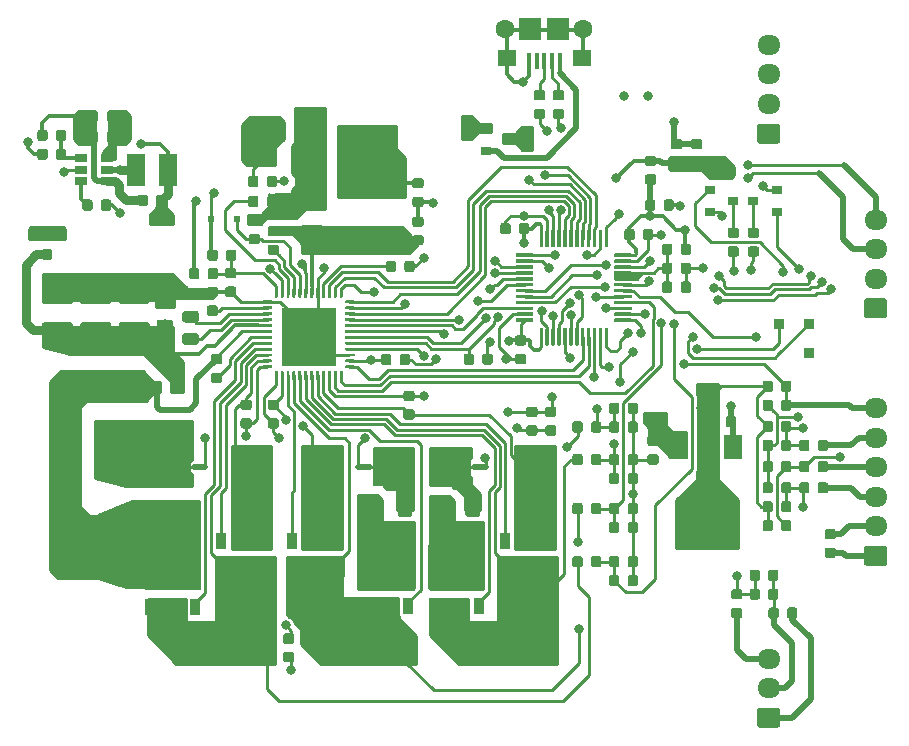
<source format=gbr>
G04 #@! TF.GenerationSoftware,KiCad,Pcbnew,(5.1.2)-2*
G04 #@! TF.CreationDate,2020-04-08T13:50:03-07:00*
G04 #@! TF.ProjectId,flatmcu,666c6174-6d63-4752-9e6b-696361645f70,rev?*
G04 #@! TF.SameCoordinates,PX1312d00PY1312d00*
G04 #@! TF.FileFunction,Copper,L1,Top*
G04 #@! TF.FilePolarity,Positive*
%FSLAX46Y46*%
G04 Gerber Fmt 4.6, Leading zero omitted, Abs format (unit mm)*
G04 Created by KiCad (PCBNEW (5.1.2)-2) date 2020-04-08 13:50:03*
%MOMM*%
%LPD*%
G04 APERTURE LIST*
%ADD10C,0.100000*%
%ADD11C,1.250000*%
%ADD12R,0.850000X0.850000*%
%ADD13C,0.240000*%
%ADD14R,4.600000X4.975000*%
%ADD15C,0.575000*%
%ADD16R,1.900000X1.900000*%
%ADD17R,1.600000X1.400000*%
%ADD18C,1.600000*%
%ADD19R,0.400000X1.350000*%
%ADD20R,1.060000X0.650000*%
%ADD21C,0.875000*%
%ADD22R,1.500000X2.700000*%
%ADD23O,1.950000X1.700000*%
%ADD24C,1.700000*%
%ADD25C,0.975000*%
%ADD26R,0.900000X0.800000*%
%ADD27R,1.800000X2.500000*%
%ADD28R,0.500000X0.500000*%
%ADD29R,5.700000X2.000000*%
%ADD30C,0.500000*%
%ADD31R,0.850000X1.050000*%
%ADD32R,0.850000X1.450000*%
%ADD33R,4.700000X3.750000*%
%ADD34C,1.350000*%
%ADD35R,1.500000X2.000000*%
%ADD36R,3.800000X2.000000*%
%ADD37C,0.300000*%
%ADD38C,0.800000*%
%ADD39C,0.350000*%
%ADD40C,0.250000*%
%ADD41C,0.500000*%
%ADD42C,0.750000*%
%ADD43C,0.254000*%
G04 APERTURE END LIST*
D10*
G36*
X22300000Y-43800000D02*
G01*
X21300000Y-43800000D01*
X21300000Y-43300000D01*
X22300000Y-43300000D01*
X22300000Y-43800000D01*
G37*
G36*
X35250000Y-43250000D02*
G01*
X36250000Y-43250000D01*
X36250000Y-43750000D01*
X35250000Y-43750000D01*
X35250000Y-43250000D01*
G37*
G36*
X46050000Y-43800000D02*
G01*
X45050000Y-43800000D01*
X45050000Y-43300000D01*
X46050000Y-43300000D01*
X46050000Y-43800000D01*
G37*
G36*
X10874504Y-28476204D02*
G01*
X10898773Y-28479804D01*
X10922571Y-28485765D01*
X10945671Y-28494030D01*
X10967849Y-28504520D01*
X10988893Y-28517133D01*
X11008598Y-28531747D01*
X11026777Y-28548223D01*
X11043253Y-28566402D01*
X11057867Y-28586107D01*
X11070480Y-28607151D01*
X11080970Y-28629329D01*
X11089235Y-28652429D01*
X11095196Y-28676227D01*
X11098796Y-28700496D01*
X11100000Y-28725000D01*
X11100000Y-29475000D01*
X11098796Y-29499504D01*
X11095196Y-29523773D01*
X11089235Y-29547571D01*
X11080970Y-29570671D01*
X11070480Y-29592849D01*
X11057867Y-29613893D01*
X11043253Y-29633598D01*
X11026777Y-29651777D01*
X11008598Y-29668253D01*
X10988893Y-29682867D01*
X10967849Y-29695480D01*
X10945671Y-29705970D01*
X10922571Y-29714235D01*
X10898773Y-29720196D01*
X10874504Y-29723796D01*
X10850000Y-29725000D01*
X8700000Y-29725000D01*
X8675496Y-29723796D01*
X8651227Y-29720196D01*
X8627429Y-29714235D01*
X8604329Y-29705970D01*
X8582151Y-29695480D01*
X8561107Y-29682867D01*
X8541402Y-29668253D01*
X8523223Y-29651777D01*
X8506747Y-29633598D01*
X8492133Y-29613893D01*
X8479520Y-29592849D01*
X8469030Y-29570671D01*
X8460765Y-29547571D01*
X8454804Y-29523773D01*
X8451204Y-29499504D01*
X8450000Y-29475000D01*
X8450000Y-28725000D01*
X8451204Y-28700496D01*
X8454804Y-28676227D01*
X8460765Y-28652429D01*
X8469030Y-28629329D01*
X8479520Y-28607151D01*
X8492133Y-28586107D01*
X8506747Y-28566402D01*
X8523223Y-28548223D01*
X8541402Y-28531747D01*
X8561107Y-28517133D01*
X8582151Y-28504520D01*
X8604329Y-28494030D01*
X8627429Y-28485765D01*
X8651227Y-28479804D01*
X8675496Y-28476204D01*
X8700000Y-28475000D01*
X10850000Y-28475000D01*
X10874504Y-28476204D01*
X10874504Y-28476204D01*
G37*
D11*
X9775000Y-29100000D03*
D10*
G36*
X10874504Y-31276204D02*
G01*
X10898773Y-31279804D01*
X10922571Y-31285765D01*
X10945671Y-31294030D01*
X10967849Y-31304520D01*
X10988893Y-31317133D01*
X11008598Y-31331747D01*
X11026777Y-31348223D01*
X11043253Y-31366402D01*
X11057867Y-31386107D01*
X11070480Y-31407151D01*
X11080970Y-31429329D01*
X11089235Y-31452429D01*
X11095196Y-31476227D01*
X11098796Y-31500496D01*
X11100000Y-31525000D01*
X11100000Y-32275000D01*
X11098796Y-32299504D01*
X11095196Y-32323773D01*
X11089235Y-32347571D01*
X11080970Y-32370671D01*
X11070480Y-32392849D01*
X11057867Y-32413893D01*
X11043253Y-32433598D01*
X11026777Y-32451777D01*
X11008598Y-32468253D01*
X10988893Y-32482867D01*
X10967849Y-32495480D01*
X10945671Y-32505970D01*
X10922571Y-32514235D01*
X10898773Y-32520196D01*
X10874504Y-32523796D01*
X10850000Y-32525000D01*
X8700000Y-32525000D01*
X8675496Y-32523796D01*
X8651227Y-32520196D01*
X8627429Y-32514235D01*
X8604329Y-32505970D01*
X8582151Y-32495480D01*
X8561107Y-32482867D01*
X8541402Y-32468253D01*
X8523223Y-32451777D01*
X8506747Y-32433598D01*
X8492133Y-32413893D01*
X8479520Y-32392849D01*
X8469030Y-32370671D01*
X8460765Y-32347571D01*
X8454804Y-32323773D01*
X8451204Y-32299504D01*
X8450000Y-32275000D01*
X8450000Y-31525000D01*
X8451204Y-31500496D01*
X8454804Y-31476227D01*
X8460765Y-31452429D01*
X8469030Y-31429329D01*
X8479520Y-31407151D01*
X8492133Y-31386107D01*
X8506747Y-31366402D01*
X8523223Y-31348223D01*
X8541402Y-31331747D01*
X8561107Y-31317133D01*
X8582151Y-31304520D01*
X8604329Y-31294030D01*
X8627429Y-31285765D01*
X8651227Y-31279804D01*
X8675496Y-31276204D01*
X8700000Y-31275000D01*
X10850000Y-31275000D01*
X10874504Y-31276204D01*
X10874504Y-31276204D01*
G37*
D11*
X9775000Y-31900000D03*
D10*
G36*
X14124504Y-28476204D02*
G01*
X14148773Y-28479804D01*
X14172571Y-28485765D01*
X14195671Y-28494030D01*
X14217849Y-28504520D01*
X14238893Y-28517133D01*
X14258598Y-28531747D01*
X14276777Y-28548223D01*
X14293253Y-28566402D01*
X14307867Y-28586107D01*
X14320480Y-28607151D01*
X14330970Y-28629329D01*
X14339235Y-28652429D01*
X14345196Y-28676227D01*
X14348796Y-28700496D01*
X14350000Y-28725000D01*
X14350000Y-29475000D01*
X14348796Y-29499504D01*
X14345196Y-29523773D01*
X14339235Y-29547571D01*
X14330970Y-29570671D01*
X14320480Y-29592849D01*
X14307867Y-29613893D01*
X14293253Y-29633598D01*
X14276777Y-29651777D01*
X14258598Y-29668253D01*
X14238893Y-29682867D01*
X14217849Y-29695480D01*
X14195671Y-29705970D01*
X14172571Y-29714235D01*
X14148773Y-29720196D01*
X14124504Y-29723796D01*
X14100000Y-29725000D01*
X11950000Y-29725000D01*
X11925496Y-29723796D01*
X11901227Y-29720196D01*
X11877429Y-29714235D01*
X11854329Y-29705970D01*
X11832151Y-29695480D01*
X11811107Y-29682867D01*
X11791402Y-29668253D01*
X11773223Y-29651777D01*
X11756747Y-29633598D01*
X11742133Y-29613893D01*
X11729520Y-29592849D01*
X11719030Y-29570671D01*
X11710765Y-29547571D01*
X11704804Y-29523773D01*
X11701204Y-29499504D01*
X11700000Y-29475000D01*
X11700000Y-28725000D01*
X11701204Y-28700496D01*
X11704804Y-28676227D01*
X11710765Y-28652429D01*
X11719030Y-28629329D01*
X11729520Y-28607151D01*
X11742133Y-28586107D01*
X11756747Y-28566402D01*
X11773223Y-28548223D01*
X11791402Y-28531747D01*
X11811107Y-28517133D01*
X11832151Y-28504520D01*
X11854329Y-28494030D01*
X11877429Y-28485765D01*
X11901227Y-28479804D01*
X11925496Y-28476204D01*
X11950000Y-28475000D01*
X14100000Y-28475000D01*
X14124504Y-28476204D01*
X14124504Y-28476204D01*
G37*
D11*
X13025000Y-29100000D03*
D10*
G36*
X14124504Y-31276204D02*
G01*
X14148773Y-31279804D01*
X14172571Y-31285765D01*
X14195671Y-31294030D01*
X14217849Y-31304520D01*
X14238893Y-31317133D01*
X14258598Y-31331747D01*
X14276777Y-31348223D01*
X14293253Y-31366402D01*
X14307867Y-31386107D01*
X14320480Y-31407151D01*
X14330970Y-31429329D01*
X14339235Y-31452429D01*
X14345196Y-31476227D01*
X14348796Y-31500496D01*
X14350000Y-31525000D01*
X14350000Y-32275000D01*
X14348796Y-32299504D01*
X14345196Y-32323773D01*
X14339235Y-32347571D01*
X14330970Y-32370671D01*
X14320480Y-32392849D01*
X14307867Y-32413893D01*
X14293253Y-32433598D01*
X14276777Y-32451777D01*
X14258598Y-32468253D01*
X14238893Y-32482867D01*
X14217849Y-32495480D01*
X14195671Y-32505970D01*
X14172571Y-32514235D01*
X14148773Y-32520196D01*
X14124504Y-32523796D01*
X14100000Y-32525000D01*
X11950000Y-32525000D01*
X11925496Y-32523796D01*
X11901227Y-32520196D01*
X11877429Y-32514235D01*
X11854329Y-32505970D01*
X11832151Y-32495480D01*
X11811107Y-32482867D01*
X11791402Y-32468253D01*
X11773223Y-32451777D01*
X11756747Y-32433598D01*
X11742133Y-32413893D01*
X11729520Y-32392849D01*
X11719030Y-32370671D01*
X11710765Y-32347571D01*
X11704804Y-32323773D01*
X11701204Y-32299504D01*
X11700000Y-32275000D01*
X11700000Y-31525000D01*
X11701204Y-31500496D01*
X11704804Y-31476227D01*
X11710765Y-31452429D01*
X11719030Y-31429329D01*
X11729520Y-31407151D01*
X11742133Y-31386107D01*
X11756747Y-31366402D01*
X11773223Y-31348223D01*
X11791402Y-31331747D01*
X11811107Y-31317133D01*
X11832151Y-31304520D01*
X11854329Y-31294030D01*
X11877429Y-31285765D01*
X11901227Y-31279804D01*
X11925496Y-31276204D01*
X11950000Y-31275000D01*
X14100000Y-31275000D01*
X14124504Y-31276204D01*
X14124504Y-31276204D01*
G37*
D11*
X13025000Y-31900000D03*
D10*
G36*
X17374504Y-28476204D02*
G01*
X17398773Y-28479804D01*
X17422571Y-28485765D01*
X17445671Y-28494030D01*
X17467849Y-28504520D01*
X17488893Y-28517133D01*
X17508598Y-28531747D01*
X17526777Y-28548223D01*
X17543253Y-28566402D01*
X17557867Y-28586107D01*
X17570480Y-28607151D01*
X17580970Y-28629329D01*
X17589235Y-28652429D01*
X17595196Y-28676227D01*
X17598796Y-28700496D01*
X17600000Y-28725000D01*
X17600000Y-29475000D01*
X17598796Y-29499504D01*
X17595196Y-29523773D01*
X17589235Y-29547571D01*
X17580970Y-29570671D01*
X17570480Y-29592849D01*
X17557867Y-29613893D01*
X17543253Y-29633598D01*
X17526777Y-29651777D01*
X17508598Y-29668253D01*
X17488893Y-29682867D01*
X17467849Y-29695480D01*
X17445671Y-29705970D01*
X17422571Y-29714235D01*
X17398773Y-29720196D01*
X17374504Y-29723796D01*
X17350000Y-29725000D01*
X15200000Y-29725000D01*
X15175496Y-29723796D01*
X15151227Y-29720196D01*
X15127429Y-29714235D01*
X15104329Y-29705970D01*
X15082151Y-29695480D01*
X15061107Y-29682867D01*
X15041402Y-29668253D01*
X15023223Y-29651777D01*
X15006747Y-29633598D01*
X14992133Y-29613893D01*
X14979520Y-29592849D01*
X14969030Y-29570671D01*
X14960765Y-29547571D01*
X14954804Y-29523773D01*
X14951204Y-29499504D01*
X14950000Y-29475000D01*
X14950000Y-28725000D01*
X14951204Y-28700496D01*
X14954804Y-28676227D01*
X14960765Y-28652429D01*
X14969030Y-28629329D01*
X14979520Y-28607151D01*
X14992133Y-28586107D01*
X15006747Y-28566402D01*
X15023223Y-28548223D01*
X15041402Y-28531747D01*
X15061107Y-28517133D01*
X15082151Y-28504520D01*
X15104329Y-28494030D01*
X15127429Y-28485765D01*
X15151227Y-28479804D01*
X15175496Y-28476204D01*
X15200000Y-28475000D01*
X17350000Y-28475000D01*
X17374504Y-28476204D01*
X17374504Y-28476204D01*
G37*
D11*
X16275000Y-29100000D03*
D10*
G36*
X17374504Y-31276204D02*
G01*
X17398773Y-31279804D01*
X17422571Y-31285765D01*
X17445671Y-31294030D01*
X17467849Y-31304520D01*
X17488893Y-31317133D01*
X17508598Y-31331747D01*
X17526777Y-31348223D01*
X17543253Y-31366402D01*
X17557867Y-31386107D01*
X17570480Y-31407151D01*
X17580970Y-31429329D01*
X17589235Y-31452429D01*
X17595196Y-31476227D01*
X17598796Y-31500496D01*
X17600000Y-31525000D01*
X17600000Y-32275000D01*
X17598796Y-32299504D01*
X17595196Y-32323773D01*
X17589235Y-32347571D01*
X17580970Y-32370671D01*
X17570480Y-32392849D01*
X17557867Y-32413893D01*
X17543253Y-32433598D01*
X17526777Y-32451777D01*
X17508598Y-32468253D01*
X17488893Y-32482867D01*
X17467849Y-32495480D01*
X17445671Y-32505970D01*
X17422571Y-32514235D01*
X17398773Y-32520196D01*
X17374504Y-32523796D01*
X17350000Y-32525000D01*
X15200000Y-32525000D01*
X15175496Y-32523796D01*
X15151227Y-32520196D01*
X15127429Y-32514235D01*
X15104329Y-32505970D01*
X15082151Y-32495480D01*
X15061107Y-32482867D01*
X15041402Y-32468253D01*
X15023223Y-32451777D01*
X15006747Y-32433598D01*
X14992133Y-32413893D01*
X14979520Y-32392849D01*
X14969030Y-32370671D01*
X14960765Y-32347571D01*
X14954804Y-32323773D01*
X14951204Y-32299504D01*
X14950000Y-32275000D01*
X14950000Y-31525000D01*
X14951204Y-31500496D01*
X14954804Y-31476227D01*
X14960765Y-31452429D01*
X14969030Y-31429329D01*
X14979520Y-31407151D01*
X14992133Y-31386107D01*
X15006747Y-31366402D01*
X15023223Y-31348223D01*
X15041402Y-31331747D01*
X15061107Y-31317133D01*
X15082151Y-31304520D01*
X15104329Y-31294030D01*
X15127429Y-31285765D01*
X15151227Y-31279804D01*
X15175496Y-31276204D01*
X15200000Y-31275000D01*
X17350000Y-31275000D01*
X17374504Y-31276204D01*
X17374504Y-31276204D01*
G37*
D11*
X16275000Y-31900000D03*
D12*
X70900000Y-31400000D03*
X73400000Y-31400000D03*
X73400000Y-33900000D03*
D10*
G36*
X28365881Y-28400289D02*
G01*
X28371705Y-28401153D01*
X28377417Y-28402584D01*
X28382961Y-28404567D01*
X28388284Y-28407085D01*
X28393334Y-28410112D01*
X28398064Y-28413619D01*
X28402426Y-28417574D01*
X28406381Y-28421936D01*
X28409888Y-28426666D01*
X28412915Y-28431716D01*
X28415433Y-28437039D01*
X28417416Y-28442583D01*
X28418847Y-28448295D01*
X28419711Y-28454119D01*
X28420000Y-28460000D01*
X28420000Y-29140000D01*
X28419711Y-29145881D01*
X28418847Y-29151705D01*
X28417416Y-29157417D01*
X28415433Y-29162961D01*
X28412915Y-29168284D01*
X28409888Y-29173334D01*
X28406381Y-29178064D01*
X28402426Y-29182426D01*
X28398064Y-29186381D01*
X28393334Y-29189888D01*
X28388284Y-29192915D01*
X28382961Y-29195433D01*
X28377417Y-29197416D01*
X28371705Y-29198847D01*
X28365881Y-29199711D01*
X28360000Y-29200000D01*
X28240000Y-29200000D01*
X28234119Y-29199711D01*
X28228295Y-29198847D01*
X28222583Y-29197416D01*
X28217039Y-29195433D01*
X28211716Y-29192915D01*
X28206666Y-29189888D01*
X28201936Y-29186381D01*
X28197574Y-29182426D01*
X28193619Y-29178064D01*
X28190112Y-29173334D01*
X28187085Y-29168284D01*
X28184567Y-29162961D01*
X28182584Y-29157417D01*
X28181153Y-29151705D01*
X28180289Y-29145881D01*
X28180000Y-29140000D01*
X28180000Y-28460000D01*
X28180289Y-28454119D01*
X28181153Y-28448295D01*
X28182584Y-28442583D01*
X28184567Y-28437039D01*
X28187085Y-28431716D01*
X28190112Y-28426666D01*
X28193619Y-28421936D01*
X28197574Y-28417574D01*
X28201936Y-28413619D01*
X28206666Y-28410112D01*
X28211716Y-28407085D01*
X28217039Y-28404567D01*
X28222583Y-28402584D01*
X28228295Y-28401153D01*
X28234119Y-28400289D01*
X28240000Y-28400000D01*
X28360000Y-28400000D01*
X28365881Y-28400289D01*
X28365881Y-28400289D01*
G37*
D13*
X28300000Y-28800000D03*
D10*
G36*
X28865881Y-28400289D02*
G01*
X28871705Y-28401153D01*
X28877417Y-28402584D01*
X28882961Y-28404567D01*
X28888284Y-28407085D01*
X28893334Y-28410112D01*
X28898064Y-28413619D01*
X28902426Y-28417574D01*
X28906381Y-28421936D01*
X28909888Y-28426666D01*
X28912915Y-28431716D01*
X28915433Y-28437039D01*
X28917416Y-28442583D01*
X28918847Y-28448295D01*
X28919711Y-28454119D01*
X28920000Y-28460000D01*
X28920000Y-29140000D01*
X28919711Y-29145881D01*
X28918847Y-29151705D01*
X28917416Y-29157417D01*
X28915433Y-29162961D01*
X28912915Y-29168284D01*
X28909888Y-29173334D01*
X28906381Y-29178064D01*
X28902426Y-29182426D01*
X28898064Y-29186381D01*
X28893334Y-29189888D01*
X28888284Y-29192915D01*
X28882961Y-29195433D01*
X28877417Y-29197416D01*
X28871705Y-29198847D01*
X28865881Y-29199711D01*
X28860000Y-29200000D01*
X28740000Y-29200000D01*
X28734119Y-29199711D01*
X28728295Y-29198847D01*
X28722583Y-29197416D01*
X28717039Y-29195433D01*
X28711716Y-29192915D01*
X28706666Y-29189888D01*
X28701936Y-29186381D01*
X28697574Y-29182426D01*
X28693619Y-29178064D01*
X28690112Y-29173334D01*
X28687085Y-29168284D01*
X28684567Y-29162961D01*
X28682584Y-29157417D01*
X28681153Y-29151705D01*
X28680289Y-29145881D01*
X28680000Y-29140000D01*
X28680000Y-28460000D01*
X28680289Y-28454119D01*
X28681153Y-28448295D01*
X28682584Y-28442583D01*
X28684567Y-28437039D01*
X28687085Y-28431716D01*
X28690112Y-28426666D01*
X28693619Y-28421936D01*
X28697574Y-28417574D01*
X28701936Y-28413619D01*
X28706666Y-28410112D01*
X28711716Y-28407085D01*
X28717039Y-28404567D01*
X28722583Y-28402584D01*
X28728295Y-28401153D01*
X28734119Y-28400289D01*
X28740000Y-28400000D01*
X28860000Y-28400000D01*
X28865881Y-28400289D01*
X28865881Y-28400289D01*
G37*
D13*
X28800000Y-28800000D03*
D10*
G36*
X29365881Y-28400289D02*
G01*
X29371705Y-28401153D01*
X29377417Y-28402584D01*
X29382961Y-28404567D01*
X29388284Y-28407085D01*
X29393334Y-28410112D01*
X29398064Y-28413619D01*
X29402426Y-28417574D01*
X29406381Y-28421936D01*
X29409888Y-28426666D01*
X29412915Y-28431716D01*
X29415433Y-28437039D01*
X29417416Y-28442583D01*
X29418847Y-28448295D01*
X29419711Y-28454119D01*
X29420000Y-28460000D01*
X29420000Y-29140000D01*
X29419711Y-29145881D01*
X29418847Y-29151705D01*
X29417416Y-29157417D01*
X29415433Y-29162961D01*
X29412915Y-29168284D01*
X29409888Y-29173334D01*
X29406381Y-29178064D01*
X29402426Y-29182426D01*
X29398064Y-29186381D01*
X29393334Y-29189888D01*
X29388284Y-29192915D01*
X29382961Y-29195433D01*
X29377417Y-29197416D01*
X29371705Y-29198847D01*
X29365881Y-29199711D01*
X29360000Y-29200000D01*
X29240000Y-29200000D01*
X29234119Y-29199711D01*
X29228295Y-29198847D01*
X29222583Y-29197416D01*
X29217039Y-29195433D01*
X29211716Y-29192915D01*
X29206666Y-29189888D01*
X29201936Y-29186381D01*
X29197574Y-29182426D01*
X29193619Y-29178064D01*
X29190112Y-29173334D01*
X29187085Y-29168284D01*
X29184567Y-29162961D01*
X29182584Y-29157417D01*
X29181153Y-29151705D01*
X29180289Y-29145881D01*
X29180000Y-29140000D01*
X29180000Y-28460000D01*
X29180289Y-28454119D01*
X29181153Y-28448295D01*
X29182584Y-28442583D01*
X29184567Y-28437039D01*
X29187085Y-28431716D01*
X29190112Y-28426666D01*
X29193619Y-28421936D01*
X29197574Y-28417574D01*
X29201936Y-28413619D01*
X29206666Y-28410112D01*
X29211716Y-28407085D01*
X29217039Y-28404567D01*
X29222583Y-28402584D01*
X29228295Y-28401153D01*
X29234119Y-28400289D01*
X29240000Y-28400000D01*
X29360000Y-28400000D01*
X29365881Y-28400289D01*
X29365881Y-28400289D01*
G37*
D13*
X29300000Y-28800000D03*
D10*
G36*
X29865881Y-28400289D02*
G01*
X29871705Y-28401153D01*
X29877417Y-28402584D01*
X29882961Y-28404567D01*
X29888284Y-28407085D01*
X29893334Y-28410112D01*
X29898064Y-28413619D01*
X29902426Y-28417574D01*
X29906381Y-28421936D01*
X29909888Y-28426666D01*
X29912915Y-28431716D01*
X29915433Y-28437039D01*
X29917416Y-28442583D01*
X29918847Y-28448295D01*
X29919711Y-28454119D01*
X29920000Y-28460000D01*
X29920000Y-29140000D01*
X29919711Y-29145881D01*
X29918847Y-29151705D01*
X29917416Y-29157417D01*
X29915433Y-29162961D01*
X29912915Y-29168284D01*
X29909888Y-29173334D01*
X29906381Y-29178064D01*
X29902426Y-29182426D01*
X29898064Y-29186381D01*
X29893334Y-29189888D01*
X29888284Y-29192915D01*
X29882961Y-29195433D01*
X29877417Y-29197416D01*
X29871705Y-29198847D01*
X29865881Y-29199711D01*
X29860000Y-29200000D01*
X29740000Y-29200000D01*
X29734119Y-29199711D01*
X29728295Y-29198847D01*
X29722583Y-29197416D01*
X29717039Y-29195433D01*
X29711716Y-29192915D01*
X29706666Y-29189888D01*
X29701936Y-29186381D01*
X29697574Y-29182426D01*
X29693619Y-29178064D01*
X29690112Y-29173334D01*
X29687085Y-29168284D01*
X29684567Y-29162961D01*
X29682584Y-29157417D01*
X29681153Y-29151705D01*
X29680289Y-29145881D01*
X29680000Y-29140000D01*
X29680000Y-28460000D01*
X29680289Y-28454119D01*
X29681153Y-28448295D01*
X29682584Y-28442583D01*
X29684567Y-28437039D01*
X29687085Y-28431716D01*
X29690112Y-28426666D01*
X29693619Y-28421936D01*
X29697574Y-28417574D01*
X29701936Y-28413619D01*
X29706666Y-28410112D01*
X29711716Y-28407085D01*
X29717039Y-28404567D01*
X29722583Y-28402584D01*
X29728295Y-28401153D01*
X29734119Y-28400289D01*
X29740000Y-28400000D01*
X29860000Y-28400000D01*
X29865881Y-28400289D01*
X29865881Y-28400289D01*
G37*
D13*
X29800000Y-28800000D03*
D10*
G36*
X30365881Y-28400289D02*
G01*
X30371705Y-28401153D01*
X30377417Y-28402584D01*
X30382961Y-28404567D01*
X30388284Y-28407085D01*
X30393334Y-28410112D01*
X30398064Y-28413619D01*
X30402426Y-28417574D01*
X30406381Y-28421936D01*
X30409888Y-28426666D01*
X30412915Y-28431716D01*
X30415433Y-28437039D01*
X30417416Y-28442583D01*
X30418847Y-28448295D01*
X30419711Y-28454119D01*
X30420000Y-28460000D01*
X30420000Y-29140000D01*
X30419711Y-29145881D01*
X30418847Y-29151705D01*
X30417416Y-29157417D01*
X30415433Y-29162961D01*
X30412915Y-29168284D01*
X30409888Y-29173334D01*
X30406381Y-29178064D01*
X30402426Y-29182426D01*
X30398064Y-29186381D01*
X30393334Y-29189888D01*
X30388284Y-29192915D01*
X30382961Y-29195433D01*
X30377417Y-29197416D01*
X30371705Y-29198847D01*
X30365881Y-29199711D01*
X30360000Y-29200000D01*
X30240000Y-29200000D01*
X30234119Y-29199711D01*
X30228295Y-29198847D01*
X30222583Y-29197416D01*
X30217039Y-29195433D01*
X30211716Y-29192915D01*
X30206666Y-29189888D01*
X30201936Y-29186381D01*
X30197574Y-29182426D01*
X30193619Y-29178064D01*
X30190112Y-29173334D01*
X30187085Y-29168284D01*
X30184567Y-29162961D01*
X30182584Y-29157417D01*
X30181153Y-29151705D01*
X30180289Y-29145881D01*
X30180000Y-29140000D01*
X30180000Y-28460000D01*
X30180289Y-28454119D01*
X30181153Y-28448295D01*
X30182584Y-28442583D01*
X30184567Y-28437039D01*
X30187085Y-28431716D01*
X30190112Y-28426666D01*
X30193619Y-28421936D01*
X30197574Y-28417574D01*
X30201936Y-28413619D01*
X30206666Y-28410112D01*
X30211716Y-28407085D01*
X30217039Y-28404567D01*
X30222583Y-28402584D01*
X30228295Y-28401153D01*
X30234119Y-28400289D01*
X30240000Y-28400000D01*
X30360000Y-28400000D01*
X30365881Y-28400289D01*
X30365881Y-28400289D01*
G37*
D13*
X30300000Y-28800000D03*
D10*
G36*
X30865881Y-28400289D02*
G01*
X30871705Y-28401153D01*
X30877417Y-28402584D01*
X30882961Y-28404567D01*
X30888284Y-28407085D01*
X30893334Y-28410112D01*
X30898064Y-28413619D01*
X30902426Y-28417574D01*
X30906381Y-28421936D01*
X30909888Y-28426666D01*
X30912915Y-28431716D01*
X30915433Y-28437039D01*
X30917416Y-28442583D01*
X30918847Y-28448295D01*
X30919711Y-28454119D01*
X30920000Y-28460000D01*
X30920000Y-29140000D01*
X30919711Y-29145881D01*
X30918847Y-29151705D01*
X30917416Y-29157417D01*
X30915433Y-29162961D01*
X30912915Y-29168284D01*
X30909888Y-29173334D01*
X30906381Y-29178064D01*
X30902426Y-29182426D01*
X30898064Y-29186381D01*
X30893334Y-29189888D01*
X30888284Y-29192915D01*
X30882961Y-29195433D01*
X30877417Y-29197416D01*
X30871705Y-29198847D01*
X30865881Y-29199711D01*
X30860000Y-29200000D01*
X30740000Y-29200000D01*
X30734119Y-29199711D01*
X30728295Y-29198847D01*
X30722583Y-29197416D01*
X30717039Y-29195433D01*
X30711716Y-29192915D01*
X30706666Y-29189888D01*
X30701936Y-29186381D01*
X30697574Y-29182426D01*
X30693619Y-29178064D01*
X30690112Y-29173334D01*
X30687085Y-29168284D01*
X30684567Y-29162961D01*
X30682584Y-29157417D01*
X30681153Y-29151705D01*
X30680289Y-29145881D01*
X30680000Y-29140000D01*
X30680000Y-28460000D01*
X30680289Y-28454119D01*
X30681153Y-28448295D01*
X30682584Y-28442583D01*
X30684567Y-28437039D01*
X30687085Y-28431716D01*
X30690112Y-28426666D01*
X30693619Y-28421936D01*
X30697574Y-28417574D01*
X30701936Y-28413619D01*
X30706666Y-28410112D01*
X30711716Y-28407085D01*
X30717039Y-28404567D01*
X30722583Y-28402584D01*
X30728295Y-28401153D01*
X30734119Y-28400289D01*
X30740000Y-28400000D01*
X30860000Y-28400000D01*
X30865881Y-28400289D01*
X30865881Y-28400289D01*
G37*
D13*
X30800000Y-28800000D03*
D10*
G36*
X31365881Y-28400289D02*
G01*
X31371705Y-28401153D01*
X31377417Y-28402584D01*
X31382961Y-28404567D01*
X31388284Y-28407085D01*
X31393334Y-28410112D01*
X31398064Y-28413619D01*
X31402426Y-28417574D01*
X31406381Y-28421936D01*
X31409888Y-28426666D01*
X31412915Y-28431716D01*
X31415433Y-28437039D01*
X31417416Y-28442583D01*
X31418847Y-28448295D01*
X31419711Y-28454119D01*
X31420000Y-28460000D01*
X31420000Y-29140000D01*
X31419711Y-29145881D01*
X31418847Y-29151705D01*
X31417416Y-29157417D01*
X31415433Y-29162961D01*
X31412915Y-29168284D01*
X31409888Y-29173334D01*
X31406381Y-29178064D01*
X31402426Y-29182426D01*
X31398064Y-29186381D01*
X31393334Y-29189888D01*
X31388284Y-29192915D01*
X31382961Y-29195433D01*
X31377417Y-29197416D01*
X31371705Y-29198847D01*
X31365881Y-29199711D01*
X31360000Y-29200000D01*
X31240000Y-29200000D01*
X31234119Y-29199711D01*
X31228295Y-29198847D01*
X31222583Y-29197416D01*
X31217039Y-29195433D01*
X31211716Y-29192915D01*
X31206666Y-29189888D01*
X31201936Y-29186381D01*
X31197574Y-29182426D01*
X31193619Y-29178064D01*
X31190112Y-29173334D01*
X31187085Y-29168284D01*
X31184567Y-29162961D01*
X31182584Y-29157417D01*
X31181153Y-29151705D01*
X31180289Y-29145881D01*
X31180000Y-29140000D01*
X31180000Y-28460000D01*
X31180289Y-28454119D01*
X31181153Y-28448295D01*
X31182584Y-28442583D01*
X31184567Y-28437039D01*
X31187085Y-28431716D01*
X31190112Y-28426666D01*
X31193619Y-28421936D01*
X31197574Y-28417574D01*
X31201936Y-28413619D01*
X31206666Y-28410112D01*
X31211716Y-28407085D01*
X31217039Y-28404567D01*
X31222583Y-28402584D01*
X31228295Y-28401153D01*
X31234119Y-28400289D01*
X31240000Y-28400000D01*
X31360000Y-28400000D01*
X31365881Y-28400289D01*
X31365881Y-28400289D01*
G37*
D13*
X31300000Y-28800000D03*
D10*
G36*
X31865881Y-28400289D02*
G01*
X31871705Y-28401153D01*
X31877417Y-28402584D01*
X31882961Y-28404567D01*
X31888284Y-28407085D01*
X31893334Y-28410112D01*
X31898064Y-28413619D01*
X31902426Y-28417574D01*
X31906381Y-28421936D01*
X31909888Y-28426666D01*
X31912915Y-28431716D01*
X31915433Y-28437039D01*
X31917416Y-28442583D01*
X31918847Y-28448295D01*
X31919711Y-28454119D01*
X31920000Y-28460000D01*
X31920000Y-29140000D01*
X31919711Y-29145881D01*
X31918847Y-29151705D01*
X31917416Y-29157417D01*
X31915433Y-29162961D01*
X31912915Y-29168284D01*
X31909888Y-29173334D01*
X31906381Y-29178064D01*
X31902426Y-29182426D01*
X31898064Y-29186381D01*
X31893334Y-29189888D01*
X31888284Y-29192915D01*
X31882961Y-29195433D01*
X31877417Y-29197416D01*
X31871705Y-29198847D01*
X31865881Y-29199711D01*
X31860000Y-29200000D01*
X31740000Y-29200000D01*
X31734119Y-29199711D01*
X31728295Y-29198847D01*
X31722583Y-29197416D01*
X31717039Y-29195433D01*
X31711716Y-29192915D01*
X31706666Y-29189888D01*
X31701936Y-29186381D01*
X31697574Y-29182426D01*
X31693619Y-29178064D01*
X31690112Y-29173334D01*
X31687085Y-29168284D01*
X31684567Y-29162961D01*
X31682584Y-29157417D01*
X31681153Y-29151705D01*
X31680289Y-29145881D01*
X31680000Y-29140000D01*
X31680000Y-28460000D01*
X31680289Y-28454119D01*
X31681153Y-28448295D01*
X31682584Y-28442583D01*
X31684567Y-28437039D01*
X31687085Y-28431716D01*
X31690112Y-28426666D01*
X31693619Y-28421936D01*
X31697574Y-28417574D01*
X31701936Y-28413619D01*
X31706666Y-28410112D01*
X31711716Y-28407085D01*
X31717039Y-28404567D01*
X31722583Y-28402584D01*
X31728295Y-28401153D01*
X31734119Y-28400289D01*
X31740000Y-28400000D01*
X31860000Y-28400000D01*
X31865881Y-28400289D01*
X31865881Y-28400289D01*
G37*
D13*
X31800000Y-28800000D03*
D10*
G36*
X32365881Y-28400289D02*
G01*
X32371705Y-28401153D01*
X32377417Y-28402584D01*
X32382961Y-28404567D01*
X32388284Y-28407085D01*
X32393334Y-28410112D01*
X32398064Y-28413619D01*
X32402426Y-28417574D01*
X32406381Y-28421936D01*
X32409888Y-28426666D01*
X32412915Y-28431716D01*
X32415433Y-28437039D01*
X32417416Y-28442583D01*
X32418847Y-28448295D01*
X32419711Y-28454119D01*
X32420000Y-28460000D01*
X32420000Y-29140000D01*
X32419711Y-29145881D01*
X32418847Y-29151705D01*
X32417416Y-29157417D01*
X32415433Y-29162961D01*
X32412915Y-29168284D01*
X32409888Y-29173334D01*
X32406381Y-29178064D01*
X32402426Y-29182426D01*
X32398064Y-29186381D01*
X32393334Y-29189888D01*
X32388284Y-29192915D01*
X32382961Y-29195433D01*
X32377417Y-29197416D01*
X32371705Y-29198847D01*
X32365881Y-29199711D01*
X32360000Y-29200000D01*
X32240000Y-29200000D01*
X32234119Y-29199711D01*
X32228295Y-29198847D01*
X32222583Y-29197416D01*
X32217039Y-29195433D01*
X32211716Y-29192915D01*
X32206666Y-29189888D01*
X32201936Y-29186381D01*
X32197574Y-29182426D01*
X32193619Y-29178064D01*
X32190112Y-29173334D01*
X32187085Y-29168284D01*
X32184567Y-29162961D01*
X32182584Y-29157417D01*
X32181153Y-29151705D01*
X32180289Y-29145881D01*
X32180000Y-29140000D01*
X32180000Y-28460000D01*
X32180289Y-28454119D01*
X32181153Y-28448295D01*
X32182584Y-28442583D01*
X32184567Y-28437039D01*
X32187085Y-28431716D01*
X32190112Y-28426666D01*
X32193619Y-28421936D01*
X32197574Y-28417574D01*
X32201936Y-28413619D01*
X32206666Y-28410112D01*
X32211716Y-28407085D01*
X32217039Y-28404567D01*
X32222583Y-28402584D01*
X32228295Y-28401153D01*
X32234119Y-28400289D01*
X32240000Y-28400000D01*
X32360000Y-28400000D01*
X32365881Y-28400289D01*
X32365881Y-28400289D01*
G37*
D13*
X32300000Y-28800000D03*
D10*
G36*
X32865881Y-28400289D02*
G01*
X32871705Y-28401153D01*
X32877417Y-28402584D01*
X32882961Y-28404567D01*
X32888284Y-28407085D01*
X32893334Y-28410112D01*
X32898064Y-28413619D01*
X32902426Y-28417574D01*
X32906381Y-28421936D01*
X32909888Y-28426666D01*
X32912915Y-28431716D01*
X32915433Y-28437039D01*
X32917416Y-28442583D01*
X32918847Y-28448295D01*
X32919711Y-28454119D01*
X32920000Y-28460000D01*
X32920000Y-29140000D01*
X32919711Y-29145881D01*
X32918847Y-29151705D01*
X32917416Y-29157417D01*
X32915433Y-29162961D01*
X32912915Y-29168284D01*
X32909888Y-29173334D01*
X32906381Y-29178064D01*
X32902426Y-29182426D01*
X32898064Y-29186381D01*
X32893334Y-29189888D01*
X32888284Y-29192915D01*
X32882961Y-29195433D01*
X32877417Y-29197416D01*
X32871705Y-29198847D01*
X32865881Y-29199711D01*
X32860000Y-29200000D01*
X32740000Y-29200000D01*
X32734119Y-29199711D01*
X32728295Y-29198847D01*
X32722583Y-29197416D01*
X32717039Y-29195433D01*
X32711716Y-29192915D01*
X32706666Y-29189888D01*
X32701936Y-29186381D01*
X32697574Y-29182426D01*
X32693619Y-29178064D01*
X32690112Y-29173334D01*
X32687085Y-29168284D01*
X32684567Y-29162961D01*
X32682584Y-29157417D01*
X32681153Y-29151705D01*
X32680289Y-29145881D01*
X32680000Y-29140000D01*
X32680000Y-28460000D01*
X32680289Y-28454119D01*
X32681153Y-28448295D01*
X32682584Y-28442583D01*
X32684567Y-28437039D01*
X32687085Y-28431716D01*
X32690112Y-28426666D01*
X32693619Y-28421936D01*
X32697574Y-28417574D01*
X32701936Y-28413619D01*
X32706666Y-28410112D01*
X32711716Y-28407085D01*
X32717039Y-28404567D01*
X32722583Y-28402584D01*
X32728295Y-28401153D01*
X32734119Y-28400289D01*
X32740000Y-28400000D01*
X32860000Y-28400000D01*
X32865881Y-28400289D01*
X32865881Y-28400289D01*
G37*
D13*
X32800000Y-28800000D03*
D10*
G36*
X33365881Y-28400289D02*
G01*
X33371705Y-28401153D01*
X33377417Y-28402584D01*
X33382961Y-28404567D01*
X33388284Y-28407085D01*
X33393334Y-28410112D01*
X33398064Y-28413619D01*
X33402426Y-28417574D01*
X33406381Y-28421936D01*
X33409888Y-28426666D01*
X33412915Y-28431716D01*
X33415433Y-28437039D01*
X33417416Y-28442583D01*
X33418847Y-28448295D01*
X33419711Y-28454119D01*
X33420000Y-28460000D01*
X33420000Y-29140000D01*
X33419711Y-29145881D01*
X33418847Y-29151705D01*
X33417416Y-29157417D01*
X33415433Y-29162961D01*
X33412915Y-29168284D01*
X33409888Y-29173334D01*
X33406381Y-29178064D01*
X33402426Y-29182426D01*
X33398064Y-29186381D01*
X33393334Y-29189888D01*
X33388284Y-29192915D01*
X33382961Y-29195433D01*
X33377417Y-29197416D01*
X33371705Y-29198847D01*
X33365881Y-29199711D01*
X33360000Y-29200000D01*
X33240000Y-29200000D01*
X33234119Y-29199711D01*
X33228295Y-29198847D01*
X33222583Y-29197416D01*
X33217039Y-29195433D01*
X33211716Y-29192915D01*
X33206666Y-29189888D01*
X33201936Y-29186381D01*
X33197574Y-29182426D01*
X33193619Y-29178064D01*
X33190112Y-29173334D01*
X33187085Y-29168284D01*
X33184567Y-29162961D01*
X33182584Y-29157417D01*
X33181153Y-29151705D01*
X33180289Y-29145881D01*
X33180000Y-29140000D01*
X33180000Y-28460000D01*
X33180289Y-28454119D01*
X33181153Y-28448295D01*
X33182584Y-28442583D01*
X33184567Y-28437039D01*
X33187085Y-28431716D01*
X33190112Y-28426666D01*
X33193619Y-28421936D01*
X33197574Y-28417574D01*
X33201936Y-28413619D01*
X33206666Y-28410112D01*
X33211716Y-28407085D01*
X33217039Y-28404567D01*
X33222583Y-28402584D01*
X33228295Y-28401153D01*
X33234119Y-28400289D01*
X33240000Y-28400000D01*
X33360000Y-28400000D01*
X33365881Y-28400289D01*
X33365881Y-28400289D01*
G37*
D13*
X33300000Y-28800000D03*
D10*
G36*
X34895881Y-29430289D02*
G01*
X34901705Y-29431153D01*
X34907417Y-29432584D01*
X34912961Y-29434567D01*
X34918284Y-29437085D01*
X34923334Y-29440112D01*
X34928064Y-29443619D01*
X34932426Y-29447574D01*
X34936381Y-29451936D01*
X34939888Y-29456666D01*
X34942915Y-29461716D01*
X34945433Y-29467039D01*
X34947416Y-29472583D01*
X34948847Y-29478295D01*
X34949711Y-29484119D01*
X34950000Y-29490000D01*
X34950000Y-29610000D01*
X34949711Y-29615881D01*
X34948847Y-29621705D01*
X34947416Y-29627417D01*
X34945433Y-29632961D01*
X34942915Y-29638284D01*
X34939888Y-29643334D01*
X34936381Y-29648064D01*
X34932426Y-29652426D01*
X34928064Y-29656381D01*
X34923334Y-29659888D01*
X34918284Y-29662915D01*
X34912961Y-29665433D01*
X34907417Y-29667416D01*
X34901705Y-29668847D01*
X34895881Y-29669711D01*
X34890000Y-29670000D01*
X34210000Y-29670000D01*
X34204119Y-29669711D01*
X34198295Y-29668847D01*
X34192583Y-29667416D01*
X34187039Y-29665433D01*
X34181716Y-29662915D01*
X34176666Y-29659888D01*
X34171936Y-29656381D01*
X34167574Y-29652426D01*
X34163619Y-29648064D01*
X34160112Y-29643334D01*
X34157085Y-29638284D01*
X34154567Y-29632961D01*
X34152584Y-29627417D01*
X34151153Y-29621705D01*
X34150289Y-29615881D01*
X34150000Y-29610000D01*
X34150000Y-29490000D01*
X34150289Y-29484119D01*
X34151153Y-29478295D01*
X34152584Y-29472583D01*
X34154567Y-29467039D01*
X34157085Y-29461716D01*
X34160112Y-29456666D01*
X34163619Y-29451936D01*
X34167574Y-29447574D01*
X34171936Y-29443619D01*
X34176666Y-29440112D01*
X34181716Y-29437085D01*
X34187039Y-29434567D01*
X34192583Y-29432584D01*
X34198295Y-29431153D01*
X34204119Y-29430289D01*
X34210000Y-29430000D01*
X34890000Y-29430000D01*
X34895881Y-29430289D01*
X34895881Y-29430289D01*
G37*
D13*
X34550000Y-29550000D03*
D10*
G36*
X34895881Y-29930289D02*
G01*
X34901705Y-29931153D01*
X34907417Y-29932584D01*
X34912961Y-29934567D01*
X34918284Y-29937085D01*
X34923334Y-29940112D01*
X34928064Y-29943619D01*
X34932426Y-29947574D01*
X34936381Y-29951936D01*
X34939888Y-29956666D01*
X34942915Y-29961716D01*
X34945433Y-29967039D01*
X34947416Y-29972583D01*
X34948847Y-29978295D01*
X34949711Y-29984119D01*
X34950000Y-29990000D01*
X34950000Y-30110000D01*
X34949711Y-30115881D01*
X34948847Y-30121705D01*
X34947416Y-30127417D01*
X34945433Y-30132961D01*
X34942915Y-30138284D01*
X34939888Y-30143334D01*
X34936381Y-30148064D01*
X34932426Y-30152426D01*
X34928064Y-30156381D01*
X34923334Y-30159888D01*
X34918284Y-30162915D01*
X34912961Y-30165433D01*
X34907417Y-30167416D01*
X34901705Y-30168847D01*
X34895881Y-30169711D01*
X34890000Y-30170000D01*
X34210000Y-30170000D01*
X34204119Y-30169711D01*
X34198295Y-30168847D01*
X34192583Y-30167416D01*
X34187039Y-30165433D01*
X34181716Y-30162915D01*
X34176666Y-30159888D01*
X34171936Y-30156381D01*
X34167574Y-30152426D01*
X34163619Y-30148064D01*
X34160112Y-30143334D01*
X34157085Y-30138284D01*
X34154567Y-30132961D01*
X34152584Y-30127417D01*
X34151153Y-30121705D01*
X34150289Y-30115881D01*
X34150000Y-30110000D01*
X34150000Y-29990000D01*
X34150289Y-29984119D01*
X34151153Y-29978295D01*
X34152584Y-29972583D01*
X34154567Y-29967039D01*
X34157085Y-29961716D01*
X34160112Y-29956666D01*
X34163619Y-29951936D01*
X34167574Y-29947574D01*
X34171936Y-29943619D01*
X34176666Y-29940112D01*
X34181716Y-29937085D01*
X34187039Y-29934567D01*
X34192583Y-29932584D01*
X34198295Y-29931153D01*
X34204119Y-29930289D01*
X34210000Y-29930000D01*
X34890000Y-29930000D01*
X34895881Y-29930289D01*
X34895881Y-29930289D01*
G37*
D13*
X34550000Y-30050000D03*
D10*
G36*
X34895881Y-30430289D02*
G01*
X34901705Y-30431153D01*
X34907417Y-30432584D01*
X34912961Y-30434567D01*
X34918284Y-30437085D01*
X34923334Y-30440112D01*
X34928064Y-30443619D01*
X34932426Y-30447574D01*
X34936381Y-30451936D01*
X34939888Y-30456666D01*
X34942915Y-30461716D01*
X34945433Y-30467039D01*
X34947416Y-30472583D01*
X34948847Y-30478295D01*
X34949711Y-30484119D01*
X34950000Y-30490000D01*
X34950000Y-30610000D01*
X34949711Y-30615881D01*
X34948847Y-30621705D01*
X34947416Y-30627417D01*
X34945433Y-30632961D01*
X34942915Y-30638284D01*
X34939888Y-30643334D01*
X34936381Y-30648064D01*
X34932426Y-30652426D01*
X34928064Y-30656381D01*
X34923334Y-30659888D01*
X34918284Y-30662915D01*
X34912961Y-30665433D01*
X34907417Y-30667416D01*
X34901705Y-30668847D01*
X34895881Y-30669711D01*
X34890000Y-30670000D01*
X34210000Y-30670000D01*
X34204119Y-30669711D01*
X34198295Y-30668847D01*
X34192583Y-30667416D01*
X34187039Y-30665433D01*
X34181716Y-30662915D01*
X34176666Y-30659888D01*
X34171936Y-30656381D01*
X34167574Y-30652426D01*
X34163619Y-30648064D01*
X34160112Y-30643334D01*
X34157085Y-30638284D01*
X34154567Y-30632961D01*
X34152584Y-30627417D01*
X34151153Y-30621705D01*
X34150289Y-30615881D01*
X34150000Y-30610000D01*
X34150000Y-30490000D01*
X34150289Y-30484119D01*
X34151153Y-30478295D01*
X34152584Y-30472583D01*
X34154567Y-30467039D01*
X34157085Y-30461716D01*
X34160112Y-30456666D01*
X34163619Y-30451936D01*
X34167574Y-30447574D01*
X34171936Y-30443619D01*
X34176666Y-30440112D01*
X34181716Y-30437085D01*
X34187039Y-30434567D01*
X34192583Y-30432584D01*
X34198295Y-30431153D01*
X34204119Y-30430289D01*
X34210000Y-30430000D01*
X34890000Y-30430000D01*
X34895881Y-30430289D01*
X34895881Y-30430289D01*
G37*
D13*
X34550000Y-30550000D03*
D10*
G36*
X34895881Y-30930289D02*
G01*
X34901705Y-30931153D01*
X34907417Y-30932584D01*
X34912961Y-30934567D01*
X34918284Y-30937085D01*
X34923334Y-30940112D01*
X34928064Y-30943619D01*
X34932426Y-30947574D01*
X34936381Y-30951936D01*
X34939888Y-30956666D01*
X34942915Y-30961716D01*
X34945433Y-30967039D01*
X34947416Y-30972583D01*
X34948847Y-30978295D01*
X34949711Y-30984119D01*
X34950000Y-30990000D01*
X34950000Y-31110000D01*
X34949711Y-31115881D01*
X34948847Y-31121705D01*
X34947416Y-31127417D01*
X34945433Y-31132961D01*
X34942915Y-31138284D01*
X34939888Y-31143334D01*
X34936381Y-31148064D01*
X34932426Y-31152426D01*
X34928064Y-31156381D01*
X34923334Y-31159888D01*
X34918284Y-31162915D01*
X34912961Y-31165433D01*
X34907417Y-31167416D01*
X34901705Y-31168847D01*
X34895881Y-31169711D01*
X34890000Y-31170000D01*
X34210000Y-31170000D01*
X34204119Y-31169711D01*
X34198295Y-31168847D01*
X34192583Y-31167416D01*
X34187039Y-31165433D01*
X34181716Y-31162915D01*
X34176666Y-31159888D01*
X34171936Y-31156381D01*
X34167574Y-31152426D01*
X34163619Y-31148064D01*
X34160112Y-31143334D01*
X34157085Y-31138284D01*
X34154567Y-31132961D01*
X34152584Y-31127417D01*
X34151153Y-31121705D01*
X34150289Y-31115881D01*
X34150000Y-31110000D01*
X34150000Y-30990000D01*
X34150289Y-30984119D01*
X34151153Y-30978295D01*
X34152584Y-30972583D01*
X34154567Y-30967039D01*
X34157085Y-30961716D01*
X34160112Y-30956666D01*
X34163619Y-30951936D01*
X34167574Y-30947574D01*
X34171936Y-30943619D01*
X34176666Y-30940112D01*
X34181716Y-30937085D01*
X34187039Y-30934567D01*
X34192583Y-30932584D01*
X34198295Y-30931153D01*
X34204119Y-30930289D01*
X34210000Y-30930000D01*
X34890000Y-30930000D01*
X34895881Y-30930289D01*
X34895881Y-30930289D01*
G37*
D13*
X34550000Y-31050000D03*
D10*
G36*
X34895881Y-31430289D02*
G01*
X34901705Y-31431153D01*
X34907417Y-31432584D01*
X34912961Y-31434567D01*
X34918284Y-31437085D01*
X34923334Y-31440112D01*
X34928064Y-31443619D01*
X34932426Y-31447574D01*
X34936381Y-31451936D01*
X34939888Y-31456666D01*
X34942915Y-31461716D01*
X34945433Y-31467039D01*
X34947416Y-31472583D01*
X34948847Y-31478295D01*
X34949711Y-31484119D01*
X34950000Y-31490000D01*
X34950000Y-31610000D01*
X34949711Y-31615881D01*
X34948847Y-31621705D01*
X34947416Y-31627417D01*
X34945433Y-31632961D01*
X34942915Y-31638284D01*
X34939888Y-31643334D01*
X34936381Y-31648064D01*
X34932426Y-31652426D01*
X34928064Y-31656381D01*
X34923334Y-31659888D01*
X34918284Y-31662915D01*
X34912961Y-31665433D01*
X34907417Y-31667416D01*
X34901705Y-31668847D01*
X34895881Y-31669711D01*
X34890000Y-31670000D01*
X34210000Y-31670000D01*
X34204119Y-31669711D01*
X34198295Y-31668847D01*
X34192583Y-31667416D01*
X34187039Y-31665433D01*
X34181716Y-31662915D01*
X34176666Y-31659888D01*
X34171936Y-31656381D01*
X34167574Y-31652426D01*
X34163619Y-31648064D01*
X34160112Y-31643334D01*
X34157085Y-31638284D01*
X34154567Y-31632961D01*
X34152584Y-31627417D01*
X34151153Y-31621705D01*
X34150289Y-31615881D01*
X34150000Y-31610000D01*
X34150000Y-31490000D01*
X34150289Y-31484119D01*
X34151153Y-31478295D01*
X34152584Y-31472583D01*
X34154567Y-31467039D01*
X34157085Y-31461716D01*
X34160112Y-31456666D01*
X34163619Y-31451936D01*
X34167574Y-31447574D01*
X34171936Y-31443619D01*
X34176666Y-31440112D01*
X34181716Y-31437085D01*
X34187039Y-31434567D01*
X34192583Y-31432584D01*
X34198295Y-31431153D01*
X34204119Y-31430289D01*
X34210000Y-31430000D01*
X34890000Y-31430000D01*
X34895881Y-31430289D01*
X34895881Y-31430289D01*
G37*
D13*
X34550000Y-31550000D03*
D10*
G36*
X34895881Y-31930289D02*
G01*
X34901705Y-31931153D01*
X34907417Y-31932584D01*
X34912961Y-31934567D01*
X34918284Y-31937085D01*
X34923334Y-31940112D01*
X34928064Y-31943619D01*
X34932426Y-31947574D01*
X34936381Y-31951936D01*
X34939888Y-31956666D01*
X34942915Y-31961716D01*
X34945433Y-31967039D01*
X34947416Y-31972583D01*
X34948847Y-31978295D01*
X34949711Y-31984119D01*
X34950000Y-31990000D01*
X34950000Y-32110000D01*
X34949711Y-32115881D01*
X34948847Y-32121705D01*
X34947416Y-32127417D01*
X34945433Y-32132961D01*
X34942915Y-32138284D01*
X34939888Y-32143334D01*
X34936381Y-32148064D01*
X34932426Y-32152426D01*
X34928064Y-32156381D01*
X34923334Y-32159888D01*
X34918284Y-32162915D01*
X34912961Y-32165433D01*
X34907417Y-32167416D01*
X34901705Y-32168847D01*
X34895881Y-32169711D01*
X34890000Y-32170000D01*
X34210000Y-32170000D01*
X34204119Y-32169711D01*
X34198295Y-32168847D01*
X34192583Y-32167416D01*
X34187039Y-32165433D01*
X34181716Y-32162915D01*
X34176666Y-32159888D01*
X34171936Y-32156381D01*
X34167574Y-32152426D01*
X34163619Y-32148064D01*
X34160112Y-32143334D01*
X34157085Y-32138284D01*
X34154567Y-32132961D01*
X34152584Y-32127417D01*
X34151153Y-32121705D01*
X34150289Y-32115881D01*
X34150000Y-32110000D01*
X34150000Y-31990000D01*
X34150289Y-31984119D01*
X34151153Y-31978295D01*
X34152584Y-31972583D01*
X34154567Y-31967039D01*
X34157085Y-31961716D01*
X34160112Y-31956666D01*
X34163619Y-31951936D01*
X34167574Y-31947574D01*
X34171936Y-31943619D01*
X34176666Y-31940112D01*
X34181716Y-31937085D01*
X34187039Y-31934567D01*
X34192583Y-31932584D01*
X34198295Y-31931153D01*
X34204119Y-31930289D01*
X34210000Y-31930000D01*
X34890000Y-31930000D01*
X34895881Y-31930289D01*
X34895881Y-31930289D01*
G37*
D13*
X34550000Y-32050000D03*
D10*
G36*
X34895881Y-32430289D02*
G01*
X34901705Y-32431153D01*
X34907417Y-32432584D01*
X34912961Y-32434567D01*
X34918284Y-32437085D01*
X34923334Y-32440112D01*
X34928064Y-32443619D01*
X34932426Y-32447574D01*
X34936381Y-32451936D01*
X34939888Y-32456666D01*
X34942915Y-32461716D01*
X34945433Y-32467039D01*
X34947416Y-32472583D01*
X34948847Y-32478295D01*
X34949711Y-32484119D01*
X34950000Y-32490000D01*
X34950000Y-32610000D01*
X34949711Y-32615881D01*
X34948847Y-32621705D01*
X34947416Y-32627417D01*
X34945433Y-32632961D01*
X34942915Y-32638284D01*
X34939888Y-32643334D01*
X34936381Y-32648064D01*
X34932426Y-32652426D01*
X34928064Y-32656381D01*
X34923334Y-32659888D01*
X34918284Y-32662915D01*
X34912961Y-32665433D01*
X34907417Y-32667416D01*
X34901705Y-32668847D01*
X34895881Y-32669711D01*
X34890000Y-32670000D01*
X34210000Y-32670000D01*
X34204119Y-32669711D01*
X34198295Y-32668847D01*
X34192583Y-32667416D01*
X34187039Y-32665433D01*
X34181716Y-32662915D01*
X34176666Y-32659888D01*
X34171936Y-32656381D01*
X34167574Y-32652426D01*
X34163619Y-32648064D01*
X34160112Y-32643334D01*
X34157085Y-32638284D01*
X34154567Y-32632961D01*
X34152584Y-32627417D01*
X34151153Y-32621705D01*
X34150289Y-32615881D01*
X34150000Y-32610000D01*
X34150000Y-32490000D01*
X34150289Y-32484119D01*
X34151153Y-32478295D01*
X34152584Y-32472583D01*
X34154567Y-32467039D01*
X34157085Y-32461716D01*
X34160112Y-32456666D01*
X34163619Y-32451936D01*
X34167574Y-32447574D01*
X34171936Y-32443619D01*
X34176666Y-32440112D01*
X34181716Y-32437085D01*
X34187039Y-32434567D01*
X34192583Y-32432584D01*
X34198295Y-32431153D01*
X34204119Y-32430289D01*
X34210000Y-32430000D01*
X34890000Y-32430000D01*
X34895881Y-32430289D01*
X34895881Y-32430289D01*
G37*
D13*
X34550000Y-32550000D03*
D10*
G36*
X34895881Y-32930289D02*
G01*
X34901705Y-32931153D01*
X34907417Y-32932584D01*
X34912961Y-32934567D01*
X34918284Y-32937085D01*
X34923334Y-32940112D01*
X34928064Y-32943619D01*
X34932426Y-32947574D01*
X34936381Y-32951936D01*
X34939888Y-32956666D01*
X34942915Y-32961716D01*
X34945433Y-32967039D01*
X34947416Y-32972583D01*
X34948847Y-32978295D01*
X34949711Y-32984119D01*
X34950000Y-32990000D01*
X34950000Y-33110000D01*
X34949711Y-33115881D01*
X34948847Y-33121705D01*
X34947416Y-33127417D01*
X34945433Y-33132961D01*
X34942915Y-33138284D01*
X34939888Y-33143334D01*
X34936381Y-33148064D01*
X34932426Y-33152426D01*
X34928064Y-33156381D01*
X34923334Y-33159888D01*
X34918284Y-33162915D01*
X34912961Y-33165433D01*
X34907417Y-33167416D01*
X34901705Y-33168847D01*
X34895881Y-33169711D01*
X34890000Y-33170000D01*
X34210000Y-33170000D01*
X34204119Y-33169711D01*
X34198295Y-33168847D01*
X34192583Y-33167416D01*
X34187039Y-33165433D01*
X34181716Y-33162915D01*
X34176666Y-33159888D01*
X34171936Y-33156381D01*
X34167574Y-33152426D01*
X34163619Y-33148064D01*
X34160112Y-33143334D01*
X34157085Y-33138284D01*
X34154567Y-33132961D01*
X34152584Y-33127417D01*
X34151153Y-33121705D01*
X34150289Y-33115881D01*
X34150000Y-33110000D01*
X34150000Y-32990000D01*
X34150289Y-32984119D01*
X34151153Y-32978295D01*
X34152584Y-32972583D01*
X34154567Y-32967039D01*
X34157085Y-32961716D01*
X34160112Y-32956666D01*
X34163619Y-32951936D01*
X34167574Y-32947574D01*
X34171936Y-32943619D01*
X34176666Y-32940112D01*
X34181716Y-32937085D01*
X34187039Y-32934567D01*
X34192583Y-32932584D01*
X34198295Y-32931153D01*
X34204119Y-32930289D01*
X34210000Y-32930000D01*
X34890000Y-32930000D01*
X34895881Y-32930289D01*
X34895881Y-32930289D01*
G37*
D13*
X34550000Y-33050000D03*
D10*
G36*
X34895881Y-33430289D02*
G01*
X34901705Y-33431153D01*
X34907417Y-33432584D01*
X34912961Y-33434567D01*
X34918284Y-33437085D01*
X34923334Y-33440112D01*
X34928064Y-33443619D01*
X34932426Y-33447574D01*
X34936381Y-33451936D01*
X34939888Y-33456666D01*
X34942915Y-33461716D01*
X34945433Y-33467039D01*
X34947416Y-33472583D01*
X34948847Y-33478295D01*
X34949711Y-33484119D01*
X34950000Y-33490000D01*
X34950000Y-33610000D01*
X34949711Y-33615881D01*
X34948847Y-33621705D01*
X34947416Y-33627417D01*
X34945433Y-33632961D01*
X34942915Y-33638284D01*
X34939888Y-33643334D01*
X34936381Y-33648064D01*
X34932426Y-33652426D01*
X34928064Y-33656381D01*
X34923334Y-33659888D01*
X34918284Y-33662915D01*
X34912961Y-33665433D01*
X34907417Y-33667416D01*
X34901705Y-33668847D01*
X34895881Y-33669711D01*
X34890000Y-33670000D01*
X34210000Y-33670000D01*
X34204119Y-33669711D01*
X34198295Y-33668847D01*
X34192583Y-33667416D01*
X34187039Y-33665433D01*
X34181716Y-33662915D01*
X34176666Y-33659888D01*
X34171936Y-33656381D01*
X34167574Y-33652426D01*
X34163619Y-33648064D01*
X34160112Y-33643334D01*
X34157085Y-33638284D01*
X34154567Y-33632961D01*
X34152584Y-33627417D01*
X34151153Y-33621705D01*
X34150289Y-33615881D01*
X34150000Y-33610000D01*
X34150000Y-33490000D01*
X34150289Y-33484119D01*
X34151153Y-33478295D01*
X34152584Y-33472583D01*
X34154567Y-33467039D01*
X34157085Y-33461716D01*
X34160112Y-33456666D01*
X34163619Y-33451936D01*
X34167574Y-33447574D01*
X34171936Y-33443619D01*
X34176666Y-33440112D01*
X34181716Y-33437085D01*
X34187039Y-33434567D01*
X34192583Y-33432584D01*
X34198295Y-33431153D01*
X34204119Y-33430289D01*
X34210000Y-33430000D01*
X34890000Y-33430000D01*
X34895881Y-33430289D01*
X34895881Y-33430289D01*
G37*
D13*
X34550000Y-33550000D03*
D10*
G36*
X34895881Y-33930289D02*
G01*
X34901705Y-33931153D01*
X34907417Y-33932584D01*
X34912961Y-33934567D01*
X34918284Y-33937085D01*
X34923334Y-33940112D01*
X34928064Y-33943619D01*
X34932426Y-33947574D01*
X34936381Y-33951936D01*
X34939888Y-33956666D01*
X34942915Y-33961716D01*
X34945433Y-33967039D01*
X34947416Y-33972583D01*
X34948847Y-33978295D01*
X34949711Y-33984119D01*
X34950000Y-33990000D01*
X34950000Y-34110000D01*
X34949711Y-34115881D01*
X34948847Y-34121705D01*
X34947416Y-34127417D01*
X34945433Y-34132961D01*
X34942915Y-34138284D01*
X34939888Y-34143334D01*
X34936381Y-34148064D01*
X34932426Y-34152426D01*
X34928064Y-34156381D01*
X34923334Y-34159888D01*
X34918284Y-34162915D01*
X34912961Y-34165433D01*
X34907417Y-34167416D01*
X34901705Y-34168847D01*
X34895881Y-34169711D01*
X34890000Y-34170000D01*
X34210000Y-34170000D01*
X34204119Y-34169711D01*
X34198295Y-34168847D01*
X34192583Y-34167416D01*
X34187039Y-34165433D01*
X34181716Y-34162915D01*
X34176666Y-34159888D01*
X34171936Y-34156381D01*
X34167574Y-34152426D01*
X34163619Y-34148064D01*
X34160112Y-34143334D01*
X34157085Y-34138284D01*
X34154567Y-34132961D01*
X34152584Y-34127417D01*
X34151153Y-34121705D01*
X34150289Y-34115881D01*
X34150000Y-34110000D01*
X34150000Y-33990000D01*
X34150289Y-33984119D01*
X34151153Y-33978295D01*
X34152584Y-33972583D01*
X34154567Y-33967039D01*
X34157085Y-33961716D01*
X34160112Y-33956666D01*
X34163619Y-33951936D01*
X34167574Y-33947574D01*
X34171936Y-33943619D01*
X34176666Y-33940112D01*
X34181716Y-33937085D01*
X34187039Y-33934567D01*
X34192583Y-33932584D01*
X34198295Y-33931153D01*
X34204119Y-33930289D01*
X34210000Y-33930000D01*
X34890000Y-33930000D01*
X34895881Y-33930289D01*
X34895881Y-33930289D01*
G37*
D13*
X34550000Y-34050000D03*
D10*
G36*
X34895881Y-34430289D02*
G01*
X34901705Y-34431153D01*
X34907417Y-34432584D01*
X34912961Y-34434567D01*
X34918284Y-34437085D01*
X34923334Y-34440112D01*
X34928064Y-34443619D01*
X34932426Y-34447574D01*
X34936381Y-34451936D01*
X34939888Y-34456666D01*
X34942915Y-34461716D01*
X34945433Y-34467039D01*
X34947416Y-34472583D01*
X34948847Y-34478295D01*
X34949711Y-34484119D01*
X34950000Y-34490000D01*
X34950000Y-34610000D01*
X34949711Y-34615881D01*
X34948847Y-34621705D01*
X34947416Y-34627417D01*
X34945433Y-34632961D01*
X34942915Y-34638284D01*
X34939888Y-34643334D01*
X34936381Y-34648064D01*
X34932426Y-34652426D01*
X34928064Y-34656381D01*
X34923334Y-34659888D01*
X34918284Y-34662915D01*
X34912961Y-34665433D01*
X34907417Y-34667416D01*
X34901705Y-34668847D01*
X34895881Y-34669711D01*
X34890000Y-34670000D01*
X34210000Y-34670000D01*
X34204119Y-34669711D01*
X34198295Y-34668847D01*
X34192583Y-34667416D01*
X34187039Y-34665433D01*
X34181716Y-34662915D01*
X34176666Y-34659888D01*
X34171936Y-34656381D01*
X34167574Y-34652426D01*
X34163619Y-34648064D01*
X34160112Y-34643334D01*
X34157085Y-34638284D01*
X34154567Y-34632961D01*
X34152584Y-34627417D01*
X34151153Y-34621705D01*
X34150289Y-34615881D01*
X34150000Y-34610000D01*
X34150000Y-34490000D01*
X34150289Y-34484119D01*
X34151153Y-34478295D01*
X34152584Y-34472583D01*
X34154567Y-34467039D01*
X34157085Y-34461716D01*
X34160112Y-34456666D01*
X34163619Y-34451936D01*
X34167574Y-34447574D01*
X34171936Y-34443619D01*
X34176666Y-34440112D01*
X34181716Y-34437085D01*
X34187039Y-34434567D01*
X34192583Y-34432584D01*
X34198295Y-34431153D01*
X34204119Y-34430289D01*
X34210000Y-34430000D01*
X34890000Y-34430000D01*
X34895881Y-34430289D01*
X34895881Y-34430289D01*
G37*
D13*
X34550000Y-34550000D03*
D10*
G36*
X33865881Y-35400289D02*
G01*
X33871705Y-35401153D01*
X33877417Y-35402584D01*
X33882961Y-35404567D01*
X33888284Y-35407085D01*
X33893334Y-35410112D01*
X33898064Y-35413619D01*
X33902426Y-35417574D01*
X33906381Y-35421936D01*
X33909888Y-35426666D01*
X33912915Y-35431716D01*
X33915433Y-35437039D01*
X33917416Y-35442583D01*
X33918847Y-35448295D01*
X33919711Y-35454119D01*
X33920000Y-35460000D01*
X33920000Y-36140000D01*
X33919711Y-36145881D01*
X33918847Y-36151705D01*
X33917416Y-36157417D01*
X33915433Y-36162961D01*
X33912915Y-36168284D01*
X33909888Y-36173334D01*
X33906381Y-36178064D01*
X33902426Y-36182426D01*
X33898064Y-36186381D01*
X33893334Y-36189888D01*
X33888284Y-36192915D01*
X33882961Y-36195433D01*
X33877417Y-36197416D01*
X33871705Y-36198847D01*
X33865881Y-36199711D01*
X33860000Y-36200000D01*
X33740000Y-36200000D01*
X33734119Y-36199711D01*
X33728295Y-36198847D01*
X33722583Y-36197416D01*
X33717039Y-36195433D01*
X33711716Y-36192915D01*
X33706666Y-36189888D01*
X33701936Y-36186381D01*
X33697574Y-36182426D01*
X33693619Y-36178064D01*
X33690112Y-36173334D01*
X33687085Y-36168284D01*
X33684567Y-36162961D01*
X33682584Y-36157417D01*
X33681153Y-36151705D01*
X33680289Y-36145881D01*
X33680000Y-36140000D01*
X33680000Y-35460000D01*
X33680289Y-35454119D01*
X33681153Y-35448295D01*
X33682584Y-35442583D01*
X33684567Y-35437039D01*
X33687085Y-35431716D01*
X33690112Y-35426666D01*
X33693619Y-35421936D01*
X33697574Y-35417574D01*
X33701936Y-35413619D01*
X33706666Y-35410112D01*
X33711716Y-35407085D01*
X33717039Y-35404567D01*
X33722583Y-35402584D01*
X33728295Y-35401153D01*
X33734119Y-35400289D01*
X33740000Y-35400000D01*
X33860000Y-35400000D01*
X33865881Y-35400289D01*
X33865881Y-35400289D01*
G37*
D13*
X33800000Y-35800000D03*
D10*
G36*
X33365881Y-35400289D02*
G01*
X33371705Y-35401153D01*
X33377417Y-35402584D01*
X33382961Y-35404567D01*
X33388284Y-35407085D01*
X33393334Y-35410112D01*
X33398064Y-35413619D01*
X33402426Y-35417574D01*
X33406381Y-35421936D01*
X33409888Y-35426666D01*
X33412915Y-35431716D01*
X33415433Y-35437039D01*
X33417416Y-35442583D01*
X33418847Y-35448295D01*
X33419711Y-35454119D01*
X33420000Y-35460000D01*
X33420000Y-36140000D01*
X33419711Y-36145881D01*
X33418847Y-36151705D01*
X33417416Y-36157417D01*
X33415433Y-36162961D01*
X33412915Y-36168284D01*
X33409888Y-36173334D01*
X33406381Y-36178064D01*
X33402426Y-36182426D01*
X33398064Y-36186381D01*
X33393334Y-36189888D01*
X33388284Y-36192915D01*
X33382961Y-36195433D01*
X33377417Y-36197416D01*
X33371705Y-36198847D01*
X33365881Y-36199711D01*
X33360000Y-36200000D01*
X33240000Y-36200000D01*
X33234119Y-36199711D01*
X33228295Y-36198847D01*
X33222583Y-36197416D01*
X33217039Y-36195433D01*
X33211716Y-36192915D01*
X33206666Y-36189888D01*
X33201936Y-36186381D01*
X33197574Y-36182426D01*
X33193619Y-36178064D01*
X33190112Y-36173334D01*
X33187085Y-36168284D01*
X33184567Y-36162961D01*
X33182584Y-36157417D01*
X33181153Y-36151705D01*
X33180289Y-36145881D01*
X33180000Y-36140000D01*
X33180000Y-35460000D01*
X33180289Y-35454119D01*
X33181153Y-35448295D01*
X33182584Y-35442583D01*
X33184567Y-35437039D01*
X33187085Y-35431716D01*
X33190112Y-35426666D01*
X33193619Y-35421936D01*
X33197574Y-35417574D01*
X33201936Y-35413619D01*
X33206666Y-35410112D01*
X33211716Y-35407085D01*
X33217039Y-35404567D01*
X33222583Y-35402584D01*
X33228295Y-35401153D01*
X33234119Y-35400289D01*
X33240000Y-35400000D01*
X33360000Y-35400000D01*
X33365881Y-35400289D01*
X33365881Y-35400289D01*
G37*
D13*
X33300000Y-35800000D03*
D10*
G36*
X32865881Y-35400289D02*
G01*
X32871705Y-35401153D01*
X32877417Y-35402584D01*
X32882961Y-35404567D01*
X32888284Y-35407085D01*
X32893334Y-35410112D01*
X32898064Y-35413619D01*
X32902426Y-35417574D01*
X32906381Y-35421936D01*
X32909888Y-35426666D01*
X32912915Y-35431716D01*
X32915433Y-35437039D01*
X32917416Y-35442583D01*
X32918847Y-35448295D01*
X32919711Y-35454119D01*
X32920000Y-35460000D01*
X32920000Y-36140000D01*
X32919711Y-36145881D01*
X32918847Y-36151705D01*
X32917416Y-36157417D01*
X32915433Y-36162961D01*
X32912915Y-36168284D01*
X32909888Y-36173334D01*
X32906381Y-36178064D01*
X32902426Y-36182426D01*
X32898064Y-36186381D01*
X32893334Y-36189888D01*
X32888284Y-36192915D01*
X32882961Y-36195433D01*
X32877417Y-36197416D01*
X32871705Y-36198847D01*
X32865881Y-36199711D01*
X32860000Y-36200000D01*
X32740000Y-36200000D01*
X32734119Y-36199711D01*
X32728295Y-36198847D01*
X32722583Y-36197416D01*
X32717039Y-36195433D01*
X32711716Y-36192915D01*
X32706666Y-36189888D01*
X32701936Y-36186381D01*
X32697574Y-36182426D01*
X32693619Y-36178064D01*
X32690112Y-36173334D01*
X32687085Y-36168284D01*
X32684567Y-36162961D01*
X32682584Y-36157417D01*
X32681153Y-36151705D01*
X32680289Y-36145881D01*
X32680000Y-36140000D01*
X32680000Y-35460000D01*
X32680289Y-35454119D01*
X32681153Y-35448295D01*
X32682584Y-35442583D01*
X32684567Y-35437039D01*
X32687085Y-35431716D01*
X32690112Y-35426666D01*
X32693619Y-35421936D01*
X32697574Y-35417574D01*
X32701936Y-35413619D01*
X32706666Y-35410112D01*
X32711716Y-35407085D01*
X32717039Y-35404567D01*
X32722583Y-35402584D01*
X32728295Y-35401153D01*
X32734119Y-35400289D01*
X32740000Y-35400000D01*
X32860000Y-35400000D01*
X32865881Y-35400289D01*
X32865881Y-35400289D01*
G37*
D13*
X32800000Y-35800000D03*
D10*
G36*
X32365881Y-35400289D02*
G01*
X32371705Y-35401153D01*
X32377417Y-35402584D01*
X32382961Y-35404567D01*
X32388284Y-35407085D01*
X32393334Y-35410112D01*
X32398064Y-35413619D01*
X32402426Y-35417574D01*
X32406381Y-35421936D01*
X32409888Y-35426666D01*
X32412915Y-35431716D01*
X32415433Y-35437039D01*
X32417416Y-35442583D01*
X32418847Y-35448295D01*
X32419711Y-35454119D01*
X32420000Y-35460000D01*
X32420000Y-36140000D01*
X32419711Y-36145881D01*
X32418847Y-36151705D01*
X32417416Y-36157417D01*
X32415433Y-36162961D01*
X32412915Y-36168284D01*
X32409888Y-36173334D01*
X32406381Y-36178064D01*
X32402426Y-36182426D01*
X32398064Y-36186381D01*
X32393334Y-36189888D01*
X32388284Y-36192915D01*
X32382961Y-36195433D01*
X32377417Y-36197416D01*
X32371705Y-36198847D01*
X32365881Y-36199711D01*
X32360000Y-36200000D01*
X32240000Y-36200000D01*
X32234119Y-36199711D01*
X32228295Y-36198847D01*
X32222583Y-36197416D01*
X32217039Y-36195433D01*
X32211716Y-36192915D01*
X32206666Y-36189888D01*
X32201936Y-36186381D01*
X32197574Y-36182426D01*
X32193619Y-36178064D01*
X32190112Y-36173334D01*
X32187085Y-36168284D01*
X32184567Y-36162961D01*
X32182584Y-36157417D01*
X32181153Y-36151705D01*
X32180289Y-36145881D01*
X32180000Y-36140000D01*
X32180000Y-35460000D01*
X32180289Y-35454119D01*
X32181153Y-35448295D01*
X32182584Y-35442583D01*
X32184567Y-35437039D01*
X32187085Y-35431716D01*
X32190112Y-35426666D01*
X32193619Y-35421936D01*
X32197574Y-35417574D01*
X32201936Y-35413619D01*
X32206666Y-35410112D01*
X32211716Y-35407085D01*
X32217039Y-35404567D01*
X32222583Y-35402584D01*
X32228295Y-35401153D01*
X32234119Y-35400289D01*
X32240000Y-35400000D01*
X32360000Y-35400000D01*
X32365881Y-35400289D01*
X32365881Y-35400289D01*
G37*
D13*
X32300000Y-35800000D03*
D10*
G36*
X31865881Y-35400289D02*
G01*
X31871705Y-35401153D01*
X31877417Y-35402584D01*
X31882961Y-35404567D01*
X31888284Y-35407085D01*
X31893334Y-35410112D01*
X31898064Y-35413619D01*
X31902426Y-35417574D01*
X31906381Y-35421936D01*
X31909888Y-35426666D01*
X31912915Y-35431716D01*
X31915433Y-35437039D01*
X31917416Y-35442583D01*
X31918847Y-35448295D01*
X31919711Y-35454119D01*
X31920000Y-35460000D01*
X31920000Y-36140000D01*
X31919711Y-36145881D01*
X31918847Y-36151705D01*
X31917416Y-36157417D01*
X31915433Y-36162961D01*
X31912915Y-36168284D01*
X31909888Y-36173334D01*
X31906381Y-36178064D01*
X31902426Y-36182426D01*
X31898064Y-36186381D01*
X31893334Y-36189888D01*
X31888284Y-36192915D01*
X31882961Y-36195433D01*
X31877417Y-36197416D01*
X31871705Y-36198847D01*
X31865881Y-36199711D01*
X31860000Y-36200000D01*
X31740000Y-36200000D01*
X31734119Y-36199711D01*
X31728295Y-36198847D01*
X31722583Y-36197416D01*
X31717039Y-36195433D01*
X31711716Y-36192915D01*
X31706666Y-36189888D01*
X31701936Y-36186381D01*
X31697574Y-36182426D01*
X31693619Y-36178064D01*
X31690112Y-36173334D01*
X31687085Y-36168284D01*
X31684567Y-36162961D01*
X31682584Y-36157417D01*
X31681153Y-36151705D01*
X31680289Y-36145881D01*
X31680000Y-36140000D01*
X31680000Y-35460000D01*
X31680289Y-35454119D01*
X31681153Y-35448295D01*
X31682584Y-35442583D01*
X31684567Y-35437039D01*
X31687085Y-35431716D01*
X31690112Y-35426666D01*
X31693619Y-35421936D01*
X31697574Y-35417574D01*
X31701936Y-35413619D01*
X31706666Y-35410112D01*
X31711716Y-35407085D01*
X31717039Y-35404567D01*
X31722583Y-35402584D01*
X31728295Y-35401153D01*
X31734119Y-35400289D01*
X31740000Y-35400000D01*
X31860000Y-35400000D01*
X31865881Y-35400289D01*
X31865881Y-35400289D01*
G37*
D13*
X31800000Y-35800000D03*
D10*
G36*
X31365881Y-35400289D02*
G01*
X31371705Y-35401153D01*
X31377417Y-35402584D01*
X31382961Y-35404567D01*
X31388284Y-35407085D01*
X31393334Y-35410112D01*
X31398064Y-35413619D01*
X31402426Y-35417574D01*
X31406381Y-35421936D01*
X31409888Y-35426666D01*
X31412915Y-35431716D01*
X31415433Y-35437039D01*
X31417416Y-35442583D01*
X31418847Y-35448295D01*
X31419711Y-35454119D01*
X31420000Y-35460000D01*
X31420000Y-36140000D01*
X31419711Y-36145881D01*
X31418847Y-36151705D01*
X31417416Y-36157417D01*
X31415433Y-36162961D01*
X31412915Y-36168284D01*
X31409888Y-36173334D01*
X31406381Y-36178064D01*
X31402426Y-36182426D01*
X31398064Y-36186381D01*
X31393334Y-36189888D01*
X31388284Y-36192915D01*
X31382961Y-36195433D01*
X31377417Y-36197416D01*
X31371705Y-36198847D01*
X31365881Y-36199711D01*
X31360000Y-36200000D01*
X31240000Y-36200000D01*
X31234119Y-36199711D01*
X31228295Y-36198847D01*
X31222583Y-36197416D01*
X31217039Y-36195433D01*
X31211716Y-36192915D01*
X31206666Y-36189888D01*
X31201936Y-36186381D01*
X31197574Y-36182426D01*
X31193619Y-36178064D01*
X31190112Y-36173334D01*
X31187085Y-36168284D01*
X31184567Y-36162961D01*
X31182584Y-36157417D01*
X31181153Y-36151705D01*
X31180289Y-36145881D01*
X31180000Y-36140000D01*
X31180000Y-35460000D01*
X31180289Y-35454119D01*
X31181153Y-35448295D01*
X31182584Y-35442583D01*
X31184567Y-35437039D01*
X31187085Y-35431716D01*
X31190112Y-35426666D01*
X31193619Y-35421936D01*
X31197574Y-35417574D01*
X31201936Y-35413619D01*
X31206666Y-35410112D01*
X31211716Y-35407085D01*
X31217039Y-35404567D01*
X31222583Y-35402584D01*
X31228295Y-35401153D01*
X31234119Y-35400289D01*
X31240000Y-35400000D01*
X31360000Y-35400000D01*
X31365881Y-35400289D01*
X31365881Y-35400289D01*
G37*
D13*
X31300000Y-35800000D03*
D10*
G36*
X30865881Y-35400289D02*
G01*
X30871705Y-35401153D01*
X30877417Y-35402584D01*
X30882961Y-35404567D01*
X30888284Y-35407085D01*
X30893334Y-35410112D01*
X30898064Y-35413619D01*
X30902426Y-35417574D01*
X30906381Y-35421936D01*
X30909888Y-35426666D01*
X30912915Y-35431716D01*
X30915433Y-35437039D01*
X30917416Y-35442583D01*
X30918847Y-35448295D01*
X30919711Y-35454119D01*
X30920000Y-35460000D01*
X30920000Y-36140000D01*
X30919711Y-36145881D01*
X30918847Y-36151705D01*
X30917416Y-36157417D01*
X30915433Y-36162961D01*
X30912915Y-36168284D01*
X30909888Y-36173334D01*
X30906381Y-36178064D01*
X30902426Y-36182426D01*
X30898064Y-36186381D01*
X30893334Y-36189888D01*
X30888284Y-36192915D01*
X30882961Y-36195433D01*
X30877417Y-36197416D01*
X30871705Y-36198847D01*
X30865881Y-36199711D01*
X30860000Y-36200000D01*
X30740000Y-36200000D01*
X30734119Y-36199711D01*
X30728295Y-36198847D01*
X30722583Y-36197416D01*
X30717039Y-36195433D01*
X30711716Y-36192915D01*
X30706666Y-36189888D01*
X30701936Y-36186381D01*
X30697574Y-36182426D01*
X30693619Y-36178064D01*
X30690112Y-36173334D01*
X30687085Y-36168284D01*
X30684567Y-36162961D01*
X30682584Y-36157417D01*
X30681153Y-36151705D01*
X30680289Y-36145881D01*
X30680000Y-36140000D01*
X30680000Y-35460000D01*
X30680289Y-35454119D01*
X30681153Y-35448295D01*
X30682584Y-35442583D01*
X30684567Y-35437039D01*
X30687085Y-35431716D01*
X30690112Y-35426666D01*
X30693619Y-35421936D01*
X30697574Y-35417574D01*
X30701936Y-35413619D01*
X30706666Y-35410112D01*
X30711716Y-35407085D01*
X30717039Y-35404567D01*
X30722583Y-35402584D01*
X30728295Y-35401153D01*
X30734119Y-35400289D01*
X30740000Y-35400000D01*
X30860000Y-35400000D01*
X30865881Y-35400289D01*
X30865881Y-35400289D01*
G37*
D13*
X30800000Y-35800000D03*
D10*
G36*
X30365881Y-35400289D02*
G01*
X30371705Y-35401153D01*
X30377417Y-35402584D01*
X30382961Y-35404567D01*
X30388284Y-35407085D01*
X30393334Y-35410112D01*
X30398064Y-35413619D01*
X30402426Y-35417574D01*
X30406381Y-35421936D01*
X30409888Y-35426666D01*
X30412915Y-35431716D01*
X30415433Y-35437039D01*
X30417416Y-35442583D01*
X30418847Y-35448295D01*
X30419711Y-35454119D01*
X30420000Y-35460000D01*
X30420000Y-36140000D01*
X30419711Y-36145881D01*
X30418847Y-36151705D01*
X30417416Y-36157417D01*
X30415433Y-36162961D01*
X30412915Y-36168284D01*
X30409888Y-36173334D01*
X30406381Y-36178064D01*
X30402426Y-36182426D01*
X30398064Y-36186381D01*
X30393334Y-36189888D01*
X30388284Y-36192915D01*
X30382961Y-36195433D01*
X30377417Y-36197416D01*
X30371705Y-36198847D01*
X30365881Y-36199711D01*
X30360000Y-36200000D01*
X30240000Y-36200000D01*
X30234119Y-36199711D01*
X30228295Y-36198847D01*
X30222583Y-36197416D01*
X30217039Y-36195433D01*
X30211716Y-36192915D01*
X30206666Y-36189888D01*
X30201936Y-36186381D01*
X30197574Y-36182426D01*
X30193619Y-36178064D01*
X30190112Y-36173334D01*
X30187085Y-36168284D01*
X30184567Y-36162961D01*
X30182584Y-36157417D01*
X30181153Y-36151705D01*
X30180289Y-36145881D01*
X30180000Y-36140000D01*
X30180000Y-35460000D01*
X30180289Y-35454119D01*
X30181153Y-35448295D01*
X30182584Y-35442583D01*
X30184567Y-35437039D01*
X30187085Y-35431716D01*
X30190112Y-35426666D01*
X30193619Y-35421936D01*
X30197574Y-35417574D01*
X30201936Y-35413619D01*
X30206666Y-35410112D01*
X30211716Y-35407085D01*
X30217039Y-35404567D01*
X30222583Y-35402584D01*
X30228295Y-35401153D01*
X30234119Y-35400289D01*
X30240000Y-35400000D01*
X30360000Y-35400000D01*
X30365881Y-35400289D01*
X30365881Y-35400289D01*
G37*
D13*
X30300000Y-35800000D03*
D10*
G36*
X29865881Y-35400289D02*
G01*
X29871705Y-35401153D01*
X29877417Y-35402584D01*
X29882961Y-35404567D01*
X29888284Y-35407085D01*
X29893334Y-35410112D01*
X29898064Y-35413619D01*
X29902426Y-35417574D01*
X29906381Y-35421936D01*
X29909888Y-35426666D01*
X29912915Y-35431716D01*
X29915433Y-35437039D01*
X29917416Y-35442583D01*
X29918847Y-35448295D01*
X29919711Y-35454119D01*
X29920000Y-35460000D01*
X29920000Y-36140000D01*
X29919711Y-36145881D01*
X29918847Y-36151705D01*
X29917416Y-36157417D01*
X29915433Y-36162961D01*
X29912915Y-36168284D01*
X29909888Y-36173334D01*
X29906381Y-36178064D01*
X29902426Y-36182426D01*
X29898064Y-36186381D01*
X29893334Y-36189888D01*
X29888284Y-36192915D01*
X29882961Y-36195433D01*
X29877417Y-36197416D01*
X29871705Y-36198847D01*
X29865881Y-36199711D01*
X29860000Y-36200000D01*
X29740000Y-36200000D01*
X29734119Y-36199711D01*
X29728295Y-36198847D01*
X29722583Y-36197416D01*
X29717039Y-36195433D01*
X29711716Y-36192915D01*
X29706666Y-36189888D01*
X29701936Y-36186381D01*
X29697574Y-36182426D01*
X29693619Y-36178064D01*
X29690112Y-36173334D01*
X29687085Y-36168284D01*
X29684567Y-36162961D01*
X29682584Y-36157417D01*
X29681153Y-36151705D01*
X29680289Y-36145881D01*
X29680000Y-36140000D01*
X29680000Y-35460000D01*
X29680289Y-35454119D01*
X29681153Y-35448295D01*
X29682584Y-35442583D01*
X29684567Y-35437039D01*
X29687085Y-35431716D01*
X29690112Y-35426666D01*
X29693619Y-35421936D01*
X29697574Y-35417574D01*
X29701936Y-35413619D01*
X29706666Y-35410112D01*
X29711716Y-35407085D01*
X29717039Y-35404567D01*
X29722583Y-35402584D01*
X29728295Y-35401153D01*
X29734119Y-35400289D01*
X29740000Y-35400000D01*
X29860000Y-35400000D01*
X29865881Y-35400289D01*
X29865881Y-35400289D01*
G37*
D13*
X29800000Y-35800000D03*
D10*
G36*
X29365881Y-35400289D02*
G01*
X29371705Y-35401153D01*
X29377417Y-35402584D01*
X29382961Y-35404567D01*
X29388284Y-35407085D01*
X29393334Y-35410112D01*
X29398064Y-35413619D01*
X29402426Y-35417574D01*
X29406381Y-35421936D01*
X29409888Y-35426666D01*
X29412915Y-35431716D01*
X29415433Y-35437039D01*
X29417416Y-35442583D01*
X29418847Y-35448295D01*
X29419711Y-35454119D01*
X29420000Y-35460000D01*
X29420000Y-36140000D01*
X29419711Y-36145881D01*
X29418847Y-36151705D01*
X29417416Y-36157417D01*
X29415433Y-36162961D01*
X29412915Y-36168284D01*
X29409888Y-36173334D01*
X29406381Y-36178064D01*
X29402426Y-36182426D01*
X29398064Y-36186381D01*
X29393334Y-36189888D01*
X29388284Y-36192915D01*
X29382961Y-36195433D01*
X29377417Y-36197416D01*
X29371705Y-36198847D01*
X29365881Y-36199711D01*
X29360000Y-36200000D01*
X29240000Y-36200000D01*
X29234119Y-36199711D01*
X29228295Y-36198847D01*
X29222583Y-36197416D01*
X29217039Y-36195433D01*
X29211716Y-36192915D01*
X29206666Y-36189888D01*
X29201936Y-36186381D01*
X29197574Y-36182426D01*
X29193619Y-36178064D01*
X29190112Y-36173334D01*
X29187085Y-36168284D01*
X29184567Y-36162961D01*
X29182584Y-36157417D01*
X29181153Y-36151705D01*
X29180289Y-36145881D01*
X29180000Y-36140000D01*
X29180000Y-35460000D01*
X29180289Y-35454119D01*
X29181153Y-35448295D01*
X29182584Y-35442583D01*
X29184567Y-35437039D01*
X29187085Y-35431716D01*
X29190112Y-35426666D01*
X29193619Y-35421936D01*
X29197574Y-35417574D01*
X29201936Y-35413619D01*
X29206666Y-35410112D01*
X29211716Y-35407085D01*
X29217039Y-35404567D01*
X29222583Y-35402584D01*
X29228295Y-35401153D01*
X29234119Y-35400289D01*
X29240000Y-35400000D01*
X29360000Y-35400000D01*
X29365881Y-35400289D01*
X29365881Y-35400289D01*
G37*
D13*
X29300000Y-35800000D03*
D10*
G36*
X28865881Y-35400289D02*
G01*
X28871705Y-35401153D01*
X28877417Y-35402584D01*
X28882961Y-35404567D01*
X28888284Y-35407085D01*
X28893334Y-35410112D01*
X28898064Y-35413619D01*
X28902426Y-35417574D01*
X28906381Y-35421936D01*
X28909888Y-35426666D01*
X28912915Y-35431716D01*
X28915433Y-35437039D01*
X28917416Y-35442583D01*
X28918847Y-35448295D01*
X28919711Y-35454119D01*
X28920000Y-35460000D01*
X28920000Y-36140000D01*
X28919711Y-36145881D01*
X28918847Y-36151705D01*
X28917416Y-36157417D01*
X28915433Y-36162961D01*
X28912915Y-36168284D01*
X28909888Y-36173334D01*
X28906381Y-36178064D01*
X28902426Y-36182426D01*
X28898064Y-36186381D01*
X28893334Y-36189888D01*
X28888284Y-36192915D01*
X28882961Y-36195433D01*
X28877417Y-36197416D01*
X28871705Y-36198847D01*
X28865881Y-36199711D01*
X28860000Y-36200000D01*
X28740000Y-36200000D01*
X28734119Y-36199711D01*
X28728295Y-36198847D01*
X28722583Y-36197416D01*
X28717039Y-36195433D01*
X28711716Y-36192915D01*
X28706666Y-36189888D01*
X28701936Y-36186381D01*
X28697574Y-36182426D01*
X28693619Y-36178064D01*
X28690112Y-36173334D01*
X28687085Y-36168284D01*
X28684567Y-36162961D01*
X28682584Y-36157417D01*
X28681153Y-36151705D01*
X28680289Y-36145881D01*
X28680000Y-36140000D01*
X28680000Y-35460000D01*
X28680289Y-35454119D01*
X28681153Y-35448295D01*
X28682584Y-35442583D01*
X28684567Y-35437039D01*
X28687085Y-35431716D01*
X28690112Y-35426666D01*
X28693619Y-35421936D01*
X28697574Y-35417574D01*
X28701936Y-35413619D01*
X28706666Y-35410112D01*
X28711716Y-35407085D01*
X28717039Y-35404567D01*
X28722583Y-35402584D01*
X28728295Y-35401153D01*
X28734119Y-35400289D01*
X28740000Y-35400000D01*
X28860000Y-35400000D01*
X28865881Y-35400289D01*
X28865881Y-35400289D01*
G37*
D13*
X28800000Y-35800000D03*
D10*
G36*
X27895881Y-34930289D02*
G01*
X27901705Y-34931153D01*
X27907417Y-34932584D01*
X27912961Y-34934567D01*
X27918284Y-34937085D01*
X27923334Y-34940112D01*
X27928064Y-34943619D01*
X27932426Y-34947574D01*
X27936381Y-34951936D01*
X27939888Y-34956666D01*
X27942915Y-34961716D01*
X27945433Y-34967039D01*
X27947416Y-34972583D01*
X27948847Y-34978295D01*
X27949711Y-34984119D01*
X27950000Y-34990000D01*
X27950000Y-35110000D01*
X27949711Y-35115881D01*
X27948847Y-35121705D01*
X27947416Y-35127417D01*
X27945433Y-35132961D01*
X27942915Y-35138284D01*
X27939888Y-35143334D01*
X27936381Y-35148064D01*
X27932426Y-35152426D01*
X27928064Y-35156381D01*
X27923334Y-35159888D01*
X27918284Y-35162915D01*
X27912961Y-35165433D01*
X27907417Y-35167416D01*
X27901705Y-35168847D01*
X27895881Y-35169711D01*
X27890000Y-35170000D01*
X27210000Y-35170000D01*
X27204119Y-35169711D01*
X27198295Y-35168847D01*
X27192583Y-35167416D01*
X27187039Y-35165433D01*
X27181716Y-35162915D01*
X27176666Y-35159888D01*
X27171936Y-35156381D01*
X27167574Y-35152426D01*
X27163619Y-35148064D01*
X27160112Y-35143334D01*
X27157085Y-35138284D01*
X27154567Y-35132961D01*
X27152584Y-35127417D01*
X27151153Y-35121705D01*
X27150289Y-35115881D01*
X27150000Y-35110000D01*
X27150000Y-34990000D01*
X27150289Y-34984119D01*
X27151153Y-34978295D01*
X27152584Y-34972583D01*
X27154567Y-34967039D01*
X27157085Y-34961716D01*
X27160112Y-34956666D01*
X27163619Y-34951936D01*
X27167574Y-34947574D01*
X27171936Y-34943619D01*
X27176666Y-34940112D01*
X27181716Y-34937085D01*
X27187039Y-34934567D01*
X27192583Y-34932584D01*
X27198295Y-34931153D01*
X27204119Y-34930289D01*
X27210000Y-34930000D01*
X27890000Y-34930000D01*
X27895881Y-34930289D01*
X27895881Y-34930289D01*
G37*
D13*
X27550000Y-35050000D03*
D10*
G36*
X27895881Y-34430289D02*
G01*
X27901705Y-34431153D01*
X27907417Y-34432584D01*
X27912961Y-34434567D01*
X27918284Y-34437085D01*
X27923334Y-34440112D01*
X27928064Y-34443619D01*
X27932426Y-34447574D01*
X27936381Y-34451936D01*
X27939888Y-34456666D01*
X27942915Y-34461716D01*
X27945433Y-34467039D01*
X27947416Y-34472583D01*
X27948847Y-34478295D01*
X27949711Y-34484119D01*
X27950000Y-34490000D01*
X27950000Y-34610000D01*
X27949711Y-34615881D01*
X27948847Y-34621705D01*
X27947416Y-34627417D01*
X27945433Y-34632961D01*
X27942915Y-34638284D01*
X27939888Y-34643334D01*
X27936381Y-34648064D01*
X27932426Y-34652426D01*
X27928064Y-34656381D01*
X27923334Y-34659888D01*
X27918284Y-34662915D01*
X27912961Y-34665433D01*
X27907417Y-34667416D01*
X27901705Y-34668847D01*
X27895881Y-34669711D01*
X27890000Y-34670000D01*
X27210000Y-34670000D01*
X27204119Y-34669711D01*
X27198295Y-34668847D01*
X27192583Y-34667416D01*
X27187039Y-34665433D01*
X27181716Y-34662915D01*
X27176666Y-34659888D01*
X27171936Y-34656381D01*
X27167574Y-34652426D01*
X27163619Y-34648064D01*
X27160112Y-34643334D01*
X27157085Y-34638284D01*
X27154567Y-34632961D01*
X27152584Y-34627417D01*
X27151153Y-34621705D01*
X27150289Y-34615881D01*
X27150000Y-34610000D01*
X27150000Y-34490000D01*
X27150289Y-34484119D01*
X27151153Y-34478295D01*
X27152584Y-34472583D01*
X27154567Y-34467039D01*
X27157085Y-34461716D01*
X27160112Y-34456666D01*
X27163619Y-34451936D01*
X27167574Y-34447574D01*
X27171936Y-34443619D01*
X27176666Y-34440112D01*
X27181716Y-34437085D01*
X27187039Y-34434567D01*
X27192583Y-34432584D01*
X27198295Y-34431153D01*
X27204119Y-34430289D01*
X27210000Y-34430000D01*
X27890000Y-34430000D01*
X27895881Y-34430289D01*
X27895881Y-34430289D01*
G37*
D13*
X27550000Y-34550000D03*
D10*
G36*
X27895881Y-33930289D02*
G01*
X27901705Y-33931153D01*
X27907417Y-33932584D01*
X27912961Y-33934567D01*
X27918284Y-33937085D01*
X27923334Y-33940112D01*
X27928064Y-33943619D01*
X27932426Y-33947574D01*
X27936381Y-33951936D01*
X27939888Y-33956666D01*
X27942915Y-33961716D01*
X27945433Y-33967039D01*
X27947416Y-33972583D01*
X27948847Y-33978295D01*
X27949711Y-33984119D01*
X27950000Y-33990000D01*
X27950000Y-34110000D01*
X27949711Y-34115881D01*
X27948847Y-34121705D01*
X27947416Y-34127417D01*
X27945433Y-34132961D01*
X27942915Y-34138284D01*
X27939888Y-34143334D01*
X27936381Y-34148064D01*
X27932426Y-34152426D01*
X27928064Y-34156381D01*
X27923334Y-34159888D01*
X27918284Y-34162915D01*
X27912961Y-34165433D01*
X27907417Y-34167416D01*
X27901705Y-34168847D01*
X27895881Y-34169711D01*
X27890000Y-34170000D01*
X27210000Y-34170000D01*
X27204119Y-34169711D01*
X27198295Y-34168847D01*
X27192583Y-34167416D01*
X27187039Y-34165433D01*
X27181716Y-34162915D01*
X27176666Y-34159888D01*
X27171936Y-34156381D01*
X27167574Y-34152426D01*
X27163619Y-34148064D01*
X27160112Y-34143334D01*
X27157085Y-34138284D01*
X27154567Y-34132961D01*
X27152584Y-34127417D01*
X27151153Y-34121705D01*
X27150289Y-34115881D01*
X27150000Y-34110000D01*
X27150000Y-33990000D01*
X27150289Y-33984119D01*
X27151153Y-33978295D01*
X27152584Y-33972583D01*
X27154567Y-33967039D01*
X27157085Y-33961716D01*
X27160112Y-33956666D01*
X27163619Y-33951936D01*
X27167574Y-33947574D01*
X27171936Y-33943619D01*
X27176666Y-33940112D01*
X27181716Y-33937085D01*
X27187039Y-33934567D01*
X27192583Y-33932584D01*
X27198295Y-33931153D01*
X27204119Y-33930289D01*
X27210000Y-33930000D01*
X27890000Y-33930000D01*
X27895881Y-33930289D01*
X27895881Y-33930289D01*
G37*
D13*
X27550000Y-34050000D03*
D10*
G36*
X27895881Y-33430289D02*
G01*
X27901705Y-33431153D01*
X27907417Y-33432584D01*
X27912961Y-33434567D01*
X27918284Y-33437085D01*
X27923334Y-33440112D01*
X27928064Y-33443619D01*
X27932426Y-33447574D01*
X27936381Y-33451936D01*
X27939888Y-33456666D01*
X27942915Y-33461716D01*
X27945433Y-33467039D01*
X27947416Y-33472583D01*
X27948847Y-33478295D01*
X27949711Y-33484119D01*
X27950000Y-33490000D01*
X27950000Y-33610000D01*
X27949711Y-33615881D01*
X27948847Y-33621705D01*
X27947416Y-33627417D01*
X27945433Y-33632961D01*
X27942915Y-33638284D01*
X27939888Y-33643334D01*
X27936381Y-33648064D01*
X27932426Y-33652426D01*
X27928064Y-33656381D01*
X27923334Y-33659888D01*
X27918284Y-33662915D01*
X27912961Y-33665433D01*
X27907417Y-33667416D01*
X27901705Y-33668847D01*
X27895881Y-33669711D01*
X27890000Y-33670000D01*
X27210000Y-33670000D01*
X27204119Y-33669711D01*
X27198295Y-33668847D01*
X27192583Y-33667416D01*
X27187039Y-33665433D01*
X27181716Y-33662915D01*
X27176666Y-33659888D01*
X27171936Y-33656381D01*
X27167574Y-33652426D01*
X27163619Y-33648064D01*
X27160112Y-33643334D01*
X27157085Y-33638284D01*
X27154567Y-33632961D01*
X27152584Y-33627417D01*
X27151153Y-33621705D01*
X27150289Y-33615881D01*
X27150000Y-33610000D01*
X27150000Y-33490000D01*
X27150289Y-33484119D01*
X27151153Y-33478295D01*
X27152584Y-33472583D01*
X27154567Y-33467039D01*
X27157085Y-33461716D01*
X27160112Y-33456666D01*
X27163619Y-33451936D01*
X27167574Y-33447574D01*
X27171936Y-33443619D01*
X27176666Y-33440112D01*
X27181716Y-33437085D01*
X27187039Y-33434567D01*
X27192583Y-33432584D01*
X27198295Y-33431153D01*
X27204119Y-33430289D01*
X27210000Y-33430000D01*
X27890000Y-33430000D01*
X27895881Y-33430289D01*
X27895881Y-33430289D01*
G37*
D13*
X27550000Y-33550000D03*
D10*
G36*
X27895881Y-32930289D02*
G01*
X27901705Y-32931153D01*
X27907417Y-32932584D01*
X27912961Y-32934567D01*
X27918284Y-32937085D01*
X27923334Y-32940112D01*
X27928064Y-32943619D01*
X27932426Y-32947574D01*
X27936381Y-32951936D01*
X27939888Y-32956666D01*
X27942915Y-32961716D01*
X27945433Y-32967039D01*
X27947416Y-32972583D01*
X27948847Y-32978295D01*
X27949711Y-32984119D01*
X27950000Y-32990000D01*
X27950000Y-33110000D01*
X27949711Y-33115881D01*
X27948847Y-33121705D01*
X27947416Y-33127417D01*
X27945433Y-33132961D01*
X27942915Y-33138284D01*
X27939888Y-33143334D01*
X27936381Y-33148064D01*
X27932426Y-33152426D01*
X27928064Y-33156381D01*
X27923334Y-33159888D01*
X27918284Y-33162915D01*
X27912961Y-33165433D01*
X27907417Y-33167416D01*
X27901705Y-33168847D01*
X27895881Y-33169711D01*
X27890000Y-33170000D01*
X27210000Y-33170000D01*
X27204119Y-33169711D01*
X27198295Y-33168847D01*
X27192583Y-33167416D01*
X27187039Y-33165433D01*
X27181716Y-33162915D01*
X27176666Y-33159888D01*
X27171936Y-33156381D01*
X27167574Y-33152426D01*
X27163619Y-33148064D01*
X27160112Y-33143334D01*
X27157085Y-33138284D01*
X27154567Y-33132961D01*
X27152584Y-33127417D01*
X27151153Y-33121705D01*
X27150289Y-33115881D01*
X27150000Y-33110000D01*
X27150000Y-32990000D01*
X27150289Y-32984119D01*
X27151153Y-32978295D01*
X27152584Y-32972583D01*
X27154567Y-32967039D01*
X27157085Y-32961716D01*
X27160112Y-32956666D01*
X27163619Y-32951936D01*
X27167574Y-32947574D01*
X27171936Y-32943619D01*
X27176666Y-32940112D01*
X27181716Y-32937085D01*
X27187039Y-32934567D01*
X27192583Y-32932584D01*
X27198295Y-32931153D01*
X27204119Y-32930289D01*
X27210000Y-32930000D01*
X27890000Y-32930000D01*
X27895881Y-32930289D01*
X27895881Y-32930289D01*
G37*
D13*
X27550000Y-33050000D03*
D10*
G36*
X27895881Y-32430289D02*
G01*
X27901705Y-32431153D01*
X27907417Y-32432584D01*
X27912961Y-32434567D01*
X27918284Y-32437085D01*
X27923334Y-32440112D01*
X27928064Y-32443619D01*
X27932426Y-32447574D01*
X27936381Y-32451936D01*
X27939888Y-32456666D01*
X27942915Y-32461716D01*
X27945433Y-32467039D01*
X27947416Y-32472583D01*
X27948847Y-32478295D01*
X27949711Y-32484119D01*
X27950000Y-32490000D01*
X27950000Y-32610000D01*
X27949711Y-32615881D01*
X27948847Y-32621705D01*
X27947416Y-32627417D01*
X27945433Y-32632961D01*
X27942915Y-32638284D01*
X27939888Y-32643334D01*
X27936381Y-32648064D01*
X27932426Y-32652426D01*
X27928064Y-32656381D01*
X27923334Y-32659888D01*
X27918284Y-32662915D01*
X27912961Y-32665433D01*
X27907417Y-32667416D01*
X27901705Y-32668847D01*
X27895881Y-32669711D01*
X27890000Y-32670000D01*
X27210000Y-32670000D01*
X27204119Y-32669711D01*
X27198295Y-32668847D01*
X27192583Y-32667416D01*
X27187039Y-32665433D01*
X27181716Y-32662915D01*
X27176666Y-32659888D01*
X27171936Y-32656381D01*
X27167574Y-32652426D01*
X27163619Y-32648064D01*
X27160112Y-32643334D01*
X27157085Y-32638284D01*
X27154567Y-32632961D01*
X27152584Y-32627417D01*
X27151153Y-32621705D01*
X27150289Y-32615881D01*
X27150000Y-32610000D01*
X27150000Y-32490000D01*
X27150289Y-32484119D01*
X27151153Y-32478295D01*
X27152584Y-32472583D01*
X27154567Y-32467039D01*
X27157085Y-32461716D01*
X27160112Y-32456666D01*
X27163619Y-32451936D01*
X27167574Y-32447574D01*
X27171936Y-32443619D01*
X27176666Y-32440112D01*
X27181716Y-32437085D01*
X27187039Y-32434567D01*
X27192583Y-32432584D01*
X27198295Y-32431153D01*
X27204119Y-32430289D01*
X27210000Y-32430000D01*
X27890000Y-32430000D01*
X27895881Y-32430289D01*
X27895881Y-32430289D01*
G37*
D13*
X27550000Y-32550000D03*
D10*
G36*
X27895881Y-31930289D02*
G01*
X27901705Y-31931153D01*
X27907417Y-31932584D01*
X27912961Y-31934567D01*
X27918284Y-31937085D01*
X27923334Y-31940112D01*
X27928064Y-31943619D01*
X27932426Y-31947574D01*
X27936381Y-31951936D01*
X27939888Y-31956666D01*
X27942915Y-31961716D01*
X27945433Y-31967039D01*
X27947416Y-31972583D01*
X27948847Y-31978295D01*
X27949711Y-31984119D01*
X27950000Y-31990000D01*
X27950000Y-32110000D01*
X27949711Y-32115881D01*
X27948847Y-32121705D01*
X27947416Y-32127417D01*
X27945433Y-32132961D01*
X27942915Y-32138284D01*
X27939888Y-32143334D01*
X27936381Y-32148064D01*
X27932426Y-32152426D01*
X27928064Y-32156381D01*
X27923334Y-32159888D01*
X27918284Y-32162915D01*
X27912961Y-32165433D01*
X27907417Y-32167416D01*
X27901705Y-32168847D01*
X27895881Y-32169711D01*
X27890000Y-32170000D01*
X27210000Y-32170000D01*
X27204119Y-32169711D01*
X27198295Y-32168847D01*
X27192583Y-32167416D01*
X27187039Y-32165433D01*
X27181716Y-32162915D01*
X27176666Y-32159888D01*
X27171936Y-32156381D01*
X27167574Y-32152426D01*
X27163619Y-32148064D01*
X27160112Y-32143334D01*
X27157085Y-32138284D01*
X27154567Y-32132961D01*
X27152584Y-32127417D01*
X27151153Y-32121705D01*
X27150289Y-32115881D01*
X27150000Y-32110000D01*
X27150000Y-31990000D01*
X27150289Y-31984119D01*
X27151153Y-31978295D01*
X27152584Y-31972583D01*
X27154567Y-31967039D01*
X27157085Y-31961716D01*
X27160112Y-31956666D01*
X27163619Y-31951936D01*
X27167574Y-31947574D01*
X27171936Y-31943619D01*
X27176666Y-31940112D01*
X27181716Y-31937085D01*
X27187039Y-31934567D01*
X27192583Y-31932584D01*
X27198295Y-31931153D01*
X27204119Y-31930289D01*
X27210000Y-31930000D01*
X27890000Y-31930000D01*
X27895881Y-31930289D01*
X27895881Y-31930289D01*
G37*
D13*
X27550000Y-32050000D03*
D10*
G36*
X27895881Y-31430289D02*
G01*
X27901705Y-31431153D01*
X27907417Y-31432584D01*
X27912961Y-31434567D01*
X27918284Y-31437085D01*
X27923334Y-31440112D01*
X27928064Y-31443619D01*
X27932426Y-31447574D01*
X27936381Y-31451936D01*
X27939888Y-31456666D01*
X27942915Y-31461716D01*
X27945433Y-31467039D01*
X27947416Y-31472583D01*
X27948847Y-31478295D01*
X27949711Y-31484119D01*
X27950000Y-31490000D01*
X27950000Y-31610000D01*
X27949711Y-31615881D01*
X27948847Y-31621705D01*
X27947416Y-31627417D01*
X27945433Y-31632961D01*
X27942915Y-31638284D01*
X27939888Y-31643334D01*
X27936381Y-31648064D01*
X27932426Y-31652426D01*
X27928064Y-31656381D01*
X27923334Y-31659888D01*
X27918284Y-31662915D01*
X27912961Y-31665433D01*
X27907417Y-31667416D01*
X27901705Y-31668847D01*
X27895881Y-31669711D01*
X27890000Y-31670000D01*
X27210000Y-31670000D01*
X27204119Y-31669711D01*
X27198295Y-31668847D01*
X27192583Y-31667416D01*
X27187039Y-31665433D01*
X27181716Y-31662915D01*
X27176666Y-31659888D01*
X27171936Y-31656381D01*
X27167574Y-31652426D01*
X27163619Y-31648064D01*
X27160112Y-31643334D01*
X27157085Y-31638284D01*
X27154567Y-31632961D01*
X27152584Y-31627417D01*
X27151153Y-31621705D01*
X27150289Y-31615881D01*
X27150000Y-31610000D01*
X27150000Y-31490000D01*
X27150289Y-31484119D01*
X27151153Y-31478295D01*
X27152584Y-31472583D01*
X27154567Y-31467039D01*
X27157085Y-31461716D01*
X27160112Y-31456666D01*
X27163619Y-31451936D01*
X27167574Y-31447574D01*
X27171936Y-31443619D01*
X27176666Y-31440112D01*
X27181716Y-31437085D01*
X27187039Y-31434567D01*
X27192583Y-31432584D01*
X27198295Y-31431153D01*
X27204119Y-31430289D01*
X27210000Y-31430000D01*
X27890000Y-31430000D01*
X27895881Y-31430289D01*
X27895881Y-31430289D01*
G37*
D13*
X27550000Y-31550000D03*
D10*
G36*
X27895881Y-30930289D02*
G01*
X27901705Y-30931153D01*
X27907417Y-30932584D01*
X27912961Y-30934567D01*
X27918284Y-30937085D01*
X27923334Y-30940112D01*
X27928064Y-30943619D01*
X27932426Y-30947574D01*
X27936381Y-30951936D01*
X27939888Y-30956666D01*
X27942915Y-30961716D01*
X27945433Y-30967039D01*
X27947416Y-30972583D01*
X27948847Y-30978295D01*
X27949711Y-30984119D01*
X27950000Y-30990000D01*
X27950000Y-31110000D01*
X27949711Y-31115881D01*
X27948847Y-31121705D01*
X27947416Y-31127417D01*
X27945433Y-31132961D01*
X27942915Y-31138284D01*
X27939888Y-31143334D01*
X27936381Y-31148064D01*
X27932426Y-31152426D01*
X27928064Y-31156381D01*
X27923334Y-31159888D01*
X27918284Y-31162915D01*
X27912961Y-31165433D01*
X27907417Y-31167416D01*
X27901705Y-31168847D01*
X27895881Y-31169711D01*
X27890000Y-31170000D01*
X27210000Y-31170000D01*
X27204119Y-31169711D01*
X27198295Y-31168847D01*
X27192583Y-31167416D01*
X27187039Y-31165433D01*
X27181716Y-31162915D01*
X27176666Y-31159888D01*
X27171936Y-31156381D01*
X27167574Y-31152426D01*
X27163619Y-31148064D01*
X27160112Y-31143334D01*
X27157085Y-31138284D01*
X27154567Y-31132961D01*
X27152584Y-31127417D01*
X27151153Y-31121705D01*
X27150289Y-31115881D01*
X27150000Y-31110000D01*
X27150000Y-30990000D01*
X27150289Y-30984119D01*
X27151153Y-30978295D01*
X27152584Y-30972583D01*
X27154567Y-30967039D01*
X27157085Y-30961716D01*
X27160112Y-30956666D01*
X27163619Y-30951936D01*
X27167574Y-30947574D01*
X27171936Y-30943619D01*
X27176666Y-30940112D01*
X27181716Y-30937085D01*
X27187039Y-30934567D01*
X27192583Y-30932584D01*
X27198295Y-30931153D01*
X27204119Y-30930289D01*
X27210000Y-30930000D01*
X27890000Y-30930000D01*
X27895881Y-30930289D01*
X27895881Y-30930289D01*
G37*
D13*
X27550000Y-31050000D03*
D10*
G36*
X27895881Y-30430289D02*
G01*
X27901705Y-30431153D01*
X27907417Y-30432584D01*
X27912961Y-30434567D01*
X27918284Y-30437085D01*
X27923334Y-30440112D01*
X27928064Y-30443619D01*
X27932426Y-30447574D01*
X27936381Y-30451936D01*
X27939888Y-30456666D01*
X27942915Y-30461716D01*
X27945433Y-30467039D01*
X27947416Y-30472583D01*
X27948847Y-30478295D01*
X27949711Y-30484119D01*
X27950000Y-30490000D01*
X27950000Y-30610000D01*
X27949711Y-30615881D01*
X27948847Y-30621705D01*
X27947416Y-30627417D01*
X27945433Y-30632961D01*
X27942915Y-30638284D01*
X27939888Y-30643334D01*
X27936381Y-30648064D01*
X27932426Y-30652426D01*
X27928064Y-30656381D01*
X27923334Y-30659888D01*
X27918284Y-30662915D01*
X27912961Y-30665433D01*
X27907417Y-30667416D01*
X27901705Y-30668847D01*
X27895881Y-30669711D01*
X27890000Y-30670000D01*
X27210000Y-30670000D01*
X27204119Y-30669711D01*
X27198295Y-30668847D01*
X27192583Y-30667416D01*
X27187039Y-30665433D01*
X27181716Y-30662915D01*
X27176666Y-30659888D01*
X27171936Y-30656381D01*
X27167574Y-30652426D01*
X27163619Y-30648064D01*
X27160112Y-30643334D01*
X27157085Y-30638284D01*
X27154567Y-30632961D01*
X27152584Y-30627417D01*
X27151153Y-30621705D01*
X27150289Y-30615881D01*
X27150000Y-30610000D01*
X27150000Y-30490000D01*
X27150289Y-30484119D01*
X27151153Y-30478295D01*
X27152584Y-30472583D01*
X27154567Y-30467039D01*
X27157085Y-30461716D01*
X27160112Y-30456666D01*
X27163619Y-30451936D01*
X27167574Y-30447574D01*
X27171936Y-30443619D01*
X27176666Y-30440112D01*
X27181716Y-30437085D01*
X27187039Y-30434567D01*
X27192583Y-30432584D01*
X27198295Y-30431153D01*
X27204119Y-30430289D01*
X27210000Y-30430000D01*
X27890000Y-30430000D01*
X27895881Y-30430289D01*
X27895881Y-30430289D01*
G37*
D13*
X27550000Y-30550000D03*
D10*
G36*
X27895881Y-29930289D02*
G01*
X27901705Y-29931153D01*
X27907417Y-29932584D01*
X27912961Y-29934567D01*
X27918284Y-29937085D01*
X27923334Y-29940112D01*
X27928064Y-29943619D01*
X27932426Y-29947574D01*
X27936381Y-29951936D01*
X27939888Y-29956666D01*
X27942915Y-29961716D01*
X27945433Y-29967039D01*
X27947416Y-29972583D01*
X27948847Y-29978295D01*
X27949711Y-29984119D01*
X27950000Y-29990000D01*
X27950000Y-30110000D01*
X27949711Y-30115881D01*
X27948847Y-30121705D01*
X27947416Y-30127417D01*
X27945433Y-30132961D01*
X27942915Y-30138284D01*
X27939888Y-30143334D01*
X27936381Y-30148064D01*
X27932426Y-30152426D01*
X27928064Y-30156381D01*
X27923334Y-30159888D01*
X27918284Y-30162915D01*
X27912961Y-30165433D01*
X27907417Y-30167416D01*
X27901705Y-30168847D01*
X27895881Y-30169711D01*
X27890000Y-30170000D01*
X27210000Y-30170000D01*
X27204119Y-30169711D01*
X27198295Y-30168847D01*
X27192583Y-30167416D01*
X27187039Y-30165433D01*
X27181716Y-30162915D01*
X27176666Y-30159888D01*
X27171936Y-30156381D01*
X27167574Y-30152426D01*
X27163619Y-30148064D01*
X27160112Y-30143334D01*
X27157085Y-30138284D01*
X27154567Y-30132961D01*
X27152584Y-30127417D01*
X27151153Y-30121705D01*
X27150289Y-30115881D01*
X27150000Y-30110000D01*
X27150000Y-29990000D01*
X27150289Y-29984119D01*
X27151153Y-29978295D01*
X27152584Y-29972583D01*
X27154567Y-29967039D01*
X27157085Y-29961716D01*
X27160112Y-29956666D01*
X27163619Y-29951936D01*
X27167574Y-29947574D01*
X27171936Y-29943619D01*
X27176666Y-29940112D01*
X27181716Y-29937085D01*
X27187039Y-29934567D01*
X27192583Y-29932584D01*
X27198295Y-29931153D01*
X27204119Y-29930289D01*
X27210000Y-29930000D01*
X27890000Y-29930000D01*
X27895881Y-29930289D01*
X27895881Y-29930289D01*
G37*
D13*
X27550000Y-30050000D03*
D14*
X31050000Y-32488000D03*
D15*
X32775000Y-33109875D03*
X32775000Y-31866125D03*
X31625000Y-34353625D03*
X31625000Y-33109875D03*
X31625000Y-31866125D03*
X31625000Y-30622375D03*
X30475000Y-34353625D03*
X30475000Y-33109875D03*
X30475000Y-31866125D03*
X30475000Y-30622375D03*
X29325000Y-33109875D03*
X29325000Y-31866125D03*
D10*
G36*
X33865881Y-28400289D02*
G01*
X33871705Y-28401153D01*
X33877417Y-28402584D01*
X33882961Y-28404567D01*
X33888284Y-28407085D01*
X33893334Y-28410112D01*
X33898064Y-28413619D01*
X33902426Y-28417574D01*
X33906381Y-28421936D01*
X33909888Y-28426666D01*
X33912915Y-28431716D01*
X33915433Y-28437039D01*
X33917416Y-28442583D01*
X33918847Y-28448295D01*
X33919711Y-28454119D01*
X33920000Y-28460000D01*
X33920000Y-29140000D01*
X33919711Y-29145881D01*
X33918847Y-29151705D01*
X33917416Y-29157417D01*
X33915433Y-29162961D01*
X33912915Y-29168284D01*
X33909888Y-29173334D01*
X33906381Y-29178064D01*
X33902426Y-29182426D01*
X33898064Y-29186381D01*
X33893334Y-29189888D01*
X33888284Y-29192915D01*
X33882961Y-29195433D01*
X33877417Y-29197416D01*
X33871705Y-29198847D01*
X33865881Y-29199711D01*
X33860000Y-29200000D01*
X33740000Y-29200000D01*
X33734119Y-29199711D01*
X33728295Y-29198847D01*
X33722583Y-29197416D01*
X33717039Y-29195433D01*
X33711716Y-29192915D01*
X33706666Y-29189888D01*
X33701936Y-29186381D01*
X33697574Y-29182426D01*
X33693619Y-29178064D01*
X33690112Y-29173334D01*
X33687085Y-29168284D01*
X33684567Y-29162961D01*
X33682584Y-29157417D01*
X33681153Y-29151705D01*
X33680289Y-29145881D01*
X33680000Y-29140000D01*
X33680000Y-28460000D01*
X33680289Y-28454119D01*
X33681153Y-28448295D01*
X33682584Y-28442583D01*
X33684567Y-28437039D01*
X33687085Y-28431716D01*
X33690112Y-28426666D01*
X33693619Y-28421936D01*
X33697574Y-28417574D01*
X33701936Y-28413619D01*
X33706666Y-28410112D01*
X33711716Y-28407085D01*
X33717039Y-28404567D01*
X33722583Y-28402584D01*
X33728295Y-28401153D01*
X33734119Y-28400289D01*
X33740000Y-28400000D01*
X33860000Y-28400000D01*
X33865881Y-28400289D01*
X33865881Y-28400289D01*
G37*
D13*
X33800000Y-28800000D03*
D10*
G36*
X34895881Y-34930289D02*
G01*
X34901705Y-34931153D01*
X34907417Y-34932584D01*
X34912961Y-34934567D01*
X34918284Y-34937085D01*
X34923334Y-34940112D01*
X34928064Y-34943619D01*
X34932426Y-34947574D01*
X34936381Y-34951936D01*
X34939888Y-34956666D01*
X34942915Y-34961716D01*
X34945433Y-34967039D01*
X34947416Y-34972583D01*
X34948847Y-34978295D01*
X34949711Y-34984119D01*
X34950000Y-34990000D01*
X34950000Y-35110000D01*
X34949711Y-35115881D01*
X34948847Y-35121705D01*
X34947416Y-35127417D01*
X34945433Y-35132961D01*
X34942915Y-35138284D01*
X34939888Y-35143334D01*
X34936381Y-35148064D01*
X34932426Y-35152426D01*
X34928064Y-35156381D01*
X34923334Y-35159888D01*
X34918284Y-35162915D01*
X34912961Y-35165433D01*
X34907417Y-35167416D01*
X34901705Y-35168847D01*
X34895881Y-35169711D01*
X34890000Y-35170000D01*
X34210000Y-35170000D01*
X34204119Y-35169711D01*
X34198295Y-35168847D01*
X34192583Y-35167416D01*
X34187039Y-35165433D01*
X34181716Y-35162915D01*
X34176666Y-35159888D01*
X34171936Y-35156381D01*
X34167574Y-35152426D01*
X34163619Y-35148064D01*
X34160112Y-35143334D01*
X34157085Y-35138284D01*
X34154567Y-35132961D01*
X34152584Y-35127417D01*
X34151153Y-35121705D01*
X34150289Y-35115881D01*
X34150000Y-35110000D01*
X34150000Y-34990000D01*
X34150289Y-34984119D01*
X34151153Y-34978295D01*
X34152584Y-34972583D01*
X34154567Y-34967039D01*
X34157085Y-34961716D01*
X34160112Y-34956666D01*
X34163619Y-34951936D01*
X34167574Y-34947574D01*
X34171936Y-34943619D01*
X34176666Y-34940112D01*
X34181716Y-34937085D01*
X34187039Y-34934567D01*
X34192583Y-34932584D01*
X34198295Y-34931153D01*
X34204119Y-34930289D01*
X34210000Y-34930000D01*
X34890000Y-34930000D01*
X34895881Y-34930289D01*
X34895881Y-34930289D01*
G37*
D13*
X34550000Y-35050000D03*
D10*
G36*
X28365881Y-35400289D02*
G01*
X28371705Y-35401153D01*
X28377417Y-35402584D01*
X28382961Y-35404567D01*
X28388284Y-35407085D01*
X28393334Y-35410112D01*
X28398064Y-35413619D01*
X28402426Y-35417574D01*
X28406381Y-35421936D01*
X28409888Y-35426666D01*
X28412915Y-35431716D01*
X28415433Y-35437039D01*
X28417416Y-35442583D01*
X28418847Y-35448295D01*
X28419711Y-35454119D01*
X28420000Y-35460000D01*
X28420000Y-36140000D01*
X28419711Y-36145881D01*
X28418847Y-36151705D01*
X28417416Y-36157417D01*
X28415433Y-36162961D01*
X28412915Y-36168284D01*
X28409888Y-36173334D01*
X28406381Y-36178064D01*
X28402426Y-36182426D01*
X28398064Y-36186381D01*
X28393334Y-36189888D01*
X28388284Y-36192915D01*
X28382961Y-36195433D01*
X28377417Y-36197416D01*
X28371705Y-36198847D01*
X28365881Y-36199711D01*
X28360000Y-36200000D01*
X28240000Y-36200000D01*
X28234119Y-36199711D01*
X28228295Y-36198847D01*
X28222583Y-36197416D01*
X28217039Y-36195433D01*
X28211716Y-36192915D01*
X28206666Y-36189888D01*
X28201936Y-36186381D01*
X28197574Y-36182426D01*
X28193619Y-36178064D01*
X28190112Y-36173334D01*
X28187085Y-36168284D01*
X28184567Y-36162961D01*
X28182584Y-36157417D01*
X28181153Y-36151705D01*
X28180289Y-36145881D01*
X28180000Y-36140000D01*
X28180000Y-35460000D01*
X28180289Y-35454119D01*
X28181153Y-35448295D01*
X28182584Y-35442583D01*
X28184567Y-35437039D01*
X28187085Y-35431716D01*
X28190112Y-35426666D01*
X28193619Y-35421936D01*
X28197574Y-35417574D01*
X28201936Y-35413619D01*
X28206666Y-35410112D01*
X28211716Y-35407085D01*
X28217039Y-35404567D01*
X28222583Y-35402584D01*
X28228295Y-35401153D01*
X28234119Y-35400289D01*
X28240000Y-35400000D01*
X28360000Y-35400000D01*
X28365881Y-35400289D01*
X28365881Y-35400289D01*
G37*
D13*
X28300000Y-35800000D03*
D10*
G36*
X27895881Y-29430289D02*
G01*
X27901705Y-29431153D01*
X27907417Y-29432584D01*
X27912961Y-29434567D01*
X27918284Y-29437085D01*
X27923334Y-29440112D01*
X27928064Y-29443619D01*
X27932426Y-29447574D01*
X27936381Y-29451936D01*
X27939888Y-29456666D01*
X27942915Y-29461716D01*
X27945433Y-29467039D01*
X27947416Y-29472583D01*
X27948847Y-29478295D01*
X27949711Y-29484119D01*
X27950000Y-29490000D01*
X27950000Y-29610000D01*
X27949711Y-29615881D01*
X27948847Y-29621705D01*
X27947416Y-29627417D01*
X27945433Y-29632961D01*
X27942915Y-29638284D01*
X27939888Y-29643334D01*
X27936381Y-29648064D01*
X27932426Y-29652426D01*
X27928064Y-29656381D01*
X27923334Y-29659888D01*
X27918284Y-29662915D01*
X27912961Y-29665433D01*
X27907417Y-29667416D01*
X27901705Y-29668847D01*
X27895881Y-29669711D01*
X27890000Y-29670000D01*
X27210000Y-29670000D01*
X27204119Y-29669711D01*
X27198295Y-29668847D01*
X27192583Y-29667416D01*
X27187039Y-29665433D01*
X27181716Y-29662915D01*
X27176666Y-29659888D01*
X27171936Y-29656381D01*
X27167574Y-29652426D01*
X27163619Y-29648064D01*
X27160112Y-29643334D01*
X27157085Y-29638284D01*
X27154567Y-29632961D01*
X27152584Y-29627417D01*
X27151153Y-29621705D01*
X27150289Y-29615881D01*
X27150000Y-29610000D01*
X27150000Y-29490000D01*
X27150289Y-29484119D01*
X27151153Y-29478295D01*
X27152584Y-29472583D01*
X27154567Y-29467039D01*
X27157085Y-29461716D01*
X27160112Y-29456666D01*
X27163619Y-29451936D01*
X27167574Y-29447574D01*
X27171936Y-29443619D01*
X27176666Y-29440112D01*
X27181716Y-29437085D01*
X27187039Y-29434567D01*
X27192583Y-29432584D01*
X27198295Y-29431153D01*
X27204119Y-29430289D01*
X27210000Y-29430000D01*
X27890000Y-29430000D01*
X27895881Y-29430289D01*
X27895881Y-29430289D01*
G37*
D13*
X27550000Y-29550000D03*
D16*
X49800000Y-6450000D03*
X52200000Y-6450000D03*
D17*
X47800000Y-8900000D03*
X54200000Y-8900000D03*
D18*
X54300000Y-6450000D03*
X47700000Y-6450000D03*
D19*
X52300000Y-9125000D03*
X51650000Y-9125000D03*
X49700000Y-9125000D03*
X50350000Y-9125000D03*
X51000000Y-9125000D03*
D20*
X11800000Y-18350000D03*
X11800000Y-19300000D03*
X11800000Y-17400000D03*
X14000000Y-17400000D03*
X14000000Y-18350000D03*
X14000000Y-19300000D03*
D10*
G36*
X10327691Y-14976053D02*
G01*
X10348926Y-14979203D01*
X10369750Y-14984419D01*
X10389962Y-14991651D01*
X10409368Y-15000830D01*
X10427781Y-15011866D01*
X10445024Y-15024654D01*
X10460930Y-15039070D01*
X10475346Y-15054976D01*
X10488134Y-15072219D01*
X10499170Y-15090632D01*
X10508349Y-15110038D01*
X10515581Y-15130250D01*
X10520797Y-15151074D01*
X10523947Y-15172309D01*
X10525000Y-15193750D01*
X10525000Y-15706250D01*
X10523947Y-15727691D01*
X10520797Y-15748926D01*
X10515581Y-15769750D01*
X10508349Y-15789962D01*
X10499170Y-15809368D01*
X10488134Y-15827781D01*
X10475346Y-15845024D01*
X10460930Y-15860930D01*
X10445024Y-15875346D01*
X10427781Y-15888134D01*
X10409368Y-15899170D01*
X10389962Y-15908349D01*
X10369750Y-15915581D01*
X10348926Y-15920797D01*
X10327691Y-15923947D01*
X10306250Y-15925000D01*
X9868750Y-15925000D01*
X9847309Y-15923947D01*
X9826074Y-15920797D01*
X9805250Y-15915581D01*
X9785038Y-15908349D01*
X9765632Y-15899170D01*
X9747219Y-15888134D01*
X9729976Y-15875346D01*
X9714070Y-15860930D01*
X9699654Y-15845024D01*
X9686866Y-15827781D01*
X9675830Y-15809368D01*
X9666651Y-15789962D01*
X9659419Y-15769750D01*
X9654203Y-15748926D01*
X9651053Y-15727691D01*
X9650000Y-15706250D01*
X9650000Y-15193750D01*
X9651053Y-15172309D01*
X9654203Y-15151074D01*
X9659419Y-15130250D01*
X9666651Y-15110038D01*
X9675830Y-15090632D01*
X9686866Y-15072219D01*
X9699654Y-15054976D01*
X9714070Y-15039070D01*
X9729976Y-15024654D01*
X9747219Y-15011866D01*
X9765632Y-15000830D01*
X9785038Y-14991651D01*
X9805250Y-14984419D01*
X9826074Y-14979203D01*
X9847309Y-14976053D01*
X9868750Y-14975000D01*
X10306250Y-14975000D01*
X10327691Y-14976053D01*
X10327691Y-14976053D01*
G37*
D21*
X10087500Y-15450000D03*
D10*
G36*
X8752691Y-14976053D02*
G01*
X8773926Y-14979203D01*
X8794750Y-14984419D01*
X8814962Y-14991651D01*
X8834368Y-15000830D01*
X8852781Y-15011866D01*
X8870024Y-15024654D01*
X8885930Y-15039070D01*
X8900346Y-15054976D01*
X8913134Y-15072219D01*
X8924170Y-15090632D01*
X8933349Y-15110038D01*
X8940581Y-15130250D01*
X8945797Y-15151074D01*
X8948947Y-15172309D01*
X8950000Y-15193750D01*
X8950000Y-15706250D01*
X8948947Y-15727691D01*
X8945797Y-15748926D01*
X8940581Y-15769750D01*
X8933349Y-15789962D01*
X8924170Y-15809368D01*
X8913134Y-15827781D01*
X8900346Y-15845024D01*
X8885930Y-15860930D01*
X8870024Y-15875346D01*
X8852781Y-15888134D01*
X8834368Y-15899170D01*
X8814962Y-15908349D01*
X8794750Y-15915581D01*
X8773926Y-15920797D01*
X8752691Y-15923947D01*
X8731250Y-15925000D01*
X8293750Y-15925000D01*
X8272309Y-15923947D01*
X8251074Y-15920797D01*
X8230250Y-15915581D01*
X8210038Y-15908349D01*
X8190632Y-15899170D01*
X8172219Y-15888134D01*
X8154976Y-15875346D01*
X8139070Y-15860930D01*
X8124654Y-15845024D01*
X8111866Y-15827781D01*
X8100830Y-15809368D01*
X8091651Y-15789962D01*
X8084419Y-15769750D01*
X8079203Y-15748926D01*
X8076053Y-15727691D01*
X8075000Y-15706250D01*
X8075000Y-15193750D01*
X8076053Y-15172309D01*
X8079203Y-15151074D01*
X8084419Y-15130250D01*
X8091651Y-15110038D01*
X8100830Y-15090632D01*
X8111866Y-15072219D01*
X8124654Y-15054976D01*
X8139070Y-15039070D01*
X8154976Y-15024654D01*
X8172219Y-15011866D01*
X8190632Y-15000830D01*
X8210038Y-14991651D01*
X8230250Y-14984419D01*
X8251074Y-14979203D01*
X8272309Y-14976053D01*
X8293750Y-14975000D01*
X8731250Y-14975000D01*
X8752691Y-14976053D01*
X8752691Y-14976053D01*
G37*
D21*
X8512500Y-15450000D03*
D10*
G36*
X10327691Y-16576053D02*
G01*
X10348926Y-16579203D01*
X10369750Y-16584419D01*
X10389962Y-16591651D01*
X10409368Y-16600830D01*
X10427781Y-16611866D01*
X10445024Y-16624654D01*
X10460930Y-16639070D01*
X10475346Y-16654976D01*
X10488134Y-16672219D01*
X10499170Y-16690632D01*
X10508349Y-16710038D01*
X10515581Y-16730250D01*
X10520797Y-16751074D01*
X10523947Y-16772309D01*
X10525000Y-16793750D01*
X10525000Y-17306250D01*
X10523947Y-17327691D01*
X10520797Y-17348926D01*
X10515581Y-17369750D01*
X10508349Y-17389962D01*
X10499170Y-17409368D01*
X10488134Y-17427781D01*
X10475346Y-17445024D01*
X10460930Y-17460930D01*
X10445024Y-17475346D01*
X10427781Y-17488134D01*
X10409368Y-17499170D01*
X10389962Y-17508349D01*
X10369750Y-17515581D01*
X10348926Y-17520797D01*
X10327691Y-17523947D01*
X10306250Y-17525000D01*
X9868750Y-17525000D01*
X9847309Y-17523947D01*
X9826074Y-17520797D01*
X9805250Y-17515581D01*
X9785038Y-17508349D01*
X9765632Y-17499170D01*
X9747219Y-17488134D01*
X9729976Y-17475346D01*
X9714070Y-17460930D01*
X9699654Y-17445024D01*
X9686866Y-17427781D01*
X9675830Y-17409368D01*
X9666651Y-17389962D01*
X9659419Y-17369750D01*
X9654203Y-17348926D01*
X9651053Y-17327691D01*
X9650000Y-17306250D01*
X9650000Y-16793750D01*
X9651053Y-16772309D01*
X9654203Y-16751074D01*
X9659419Y-16730250D01*
X9666651Y-16710038D01*
X9675830Y-16690632D01*
X9686866Y-16672219D01*
X9699654Y-16654976D01*
X9714070Y-16639070D01*
X9729976Y-16624654D01*
X9747219Y-16611866D01*
X9765632Y-16600830D01*
X9785038Y-16591651D01*
X9805250Y-16584419D01*
X9826074Y-16579203D01*
X9847309Y-16576053D01*
X9868750Y-16575000D01*
X10306250Y-16575000D01*
X10327691Y-16576053D01*
X10327691Y-16576053D01*
G37*
D21*
X10087500Y-17050000D03*
D10*
G36*
X8752691Y-16576053D02*
G01*
X8773926Y-16579203D01*
X8794750Y-16584419D01*
X8814962Y-16591651D01*
X8834368Y-16600830D01*
X8852781Y-16611866D01*
X8870024Y-16624654D01*
X8885930Y-16639070D01*
X8900346Y-16654976D01*
X8913134Y-16672219D01*
X8924170Y-16690632D01*
X8933349Y-16710038D01*
X8940581Y-16730250D01*
X8945797Y-16751074D01*
X8948947Y-16772309D01*
X8950000Y-16793750D01*
X8950000Y-17306250D01*
X8948947Y-17327691D01*
X8945797Y-17348926D01*
X8940581Y-17369750D01*
X8933349Y-17389962D01*
X8924170Y-17409368D01*
X8913134Y-17427781D01*
X8900346Y-17445024D01*
X8885930Y-17460930D01*
X8870024Y-17475346D01*
X8852781Y-17488134D01*
X8834368Y-17499170D01*
X8814962Y-17508349D01*
X8794750Y-17515581D01*
X8773926Y-17520797D01*
X8752691Y-17523947D01*
X8731250Y-17525000D01*
X8293750Y-17525000D01*
X8272309Y-17523947D01*
X8251074Y-17520797D01*
X8230250Y-17515581D01*
X8210038Y-17508349D01*
X8190632Y-17499170D01*
X8172219Y-17488134D01*
X8154976Y-17475346D01*
X8139070Y-17460930D01*
X8124654Y-17445024D01*
X8111866Y-17427781D01*
X8100830Y-17409368D01*
X8091651Y-17389962D01*
X8084419Y-17369750D01*
X8079203Y-17348926D01*
X8076053Y-17327691D01*
X8075000Y-17306250D01*
X8075000Y-16793750D01*
X8076053Y-16772309D01*
X8079203Y-16751074D01*
X8084419Y-16730250D01*
X8091651Y-16710038D01*
X8100830Y-16690632D01*
X8111866Y-16672219D01*
X8124654Y-16654976D01*
X8139070Y-16639070D01*
X8154976Y-16624654D01*
X8172219Y-16611866D01*
X8190632Y-16600830D01*
X8210038Y-16591651D01*
X8230250Y-16584419D01*
X8251074Y-16579203D01*
X8272309Y-16576053D01*
X8293750Y-16575000D01*
X8731250Y-16575000D01*
X8752691Y-16576053D01*
X8752691Y-16576053D01*
G37*
D21*
X8512500Y-17050000D03*
D22*
X16450000Y-18350000D03*
X19150000Y-18350000D03*
D10*
G36*
X14127691Y-20876053D02*
G01*
X14148926Y-20879203D01*
X14169750Y-20884419D01*
X14189962Y-20891651D01*
X14209368Y-20900830D01*
X14227781Y-20911866D01*
X14245024Y-20924654D01*
X14260930Y-20939070D01*
X14275346Y-20954976D01*
X14288134Y-20972219D01*
X14299170Y-20990632D01*
X14308349Y-21010038D01*
X14315581Y-21030250D01*
X14320797Y-21051074D01*
X14323947Y-21072309D01*
X14325000Y-21093750D01*
X14325000Y-21606250D01*
X14323947Y-21627691D01*
X14320797Y-21648926D01*
X14315581Y-21669750D01*
X14308349Y-21689962D01*
X14299170Y-21709368D01*
X14288134Y-21727781D01*
X14275346Y-21745024D01*
X14260930Y-21760930D01*
X14245024Y-21775346D01*
X14227781Y-21788134D01*
X14209368Y-21799170D01*
X14189962Y-21808349D01*
X14169750Y-21815581D01*
X14148926Y-21820797D01*
X14127691Y-21823947D01*
X14106250Y-21825000D01*
X13668750Y-21825000D01*
X13647309Y-21823947D01*
X13626074Y-21820797D01*
X13605250Y-21815581D01*
X13585038Y-21808349D01*
X13565632Y-21799170D01*
X13547219Y-21788134D01*
X13529976Y-21775346D01*
X13514070Y-21760930D01*
X13499654Y-21745024D01*
X13486866Y-21727781D01*
X13475830Y-21709368D01*
X13466651Y-21689962D01*
X13459419Y-21669750D01*
X13454203Y-21648926D01*
X13451053Y-21627691D01*
X13450000Y-21606250D01*
X13450000Y-21093750D01*
X13451053Y-21072309D01*
X13454203Y-21051074D01*
X13459419Y-21030250D01*
X13466651Y-21010038D01*
X13475830Y-20990632D01*
X13486866Y-20972219D01*
X13499654Y-20954976D01*
X13514070Y-20939070D01*
X13529976Y-20924654D01*
X13547219Y-20911866D01*
X13565632Y-20900830D01*
X13585038Y-20891651D01*
X13605250Y-20884419D01*
X13626074Y-20879203D01*
X13647309Y-20876053D01*
X13668750Y-20875000D01*
X14106250Y-20875000D01*
X14127691Y-20876053D01*
X14127691Y-20876053D01*
G37*
D21*
X13887500Y-21350000D03*
D10*
G36*
X12552691Y-20876053D02*
G01*
X12573926Y-20879203D01*
X12594750Y-20884419D01*
X12614962Y-20891651D01*
X12634368Y-20900830D01*
X12652781Y-20911866D01*
X12670024Y-20924654D01*
X12685930Y-20939070D01*
X12700346Y-20954976D01*
X12713134Y-20972219D01*
X12724170Y-20990632D01*
X12733349Y-21010038D01*
X12740581Y-21030250D01*
X12745797Y-21051074D01*
X12748947Y-21072309D01*
X12750000Y-21093750D01*
X12750000Y-21606250D01*
X12748947Y-21627691D01*
X12745797Y-21648926D01*
X12740581Y-21669750D01*
X12733349Y-21689962D01*
X12724170Y-21709368D01*
X12713134Y-21727781D01*
X12700346Y-21745024D01*
X12685930Y-21760930D01*
X12670024Y-21775346D01*
X12652781Y-21788134D01*
X12634368Y-21799170D01*
X12614962Y-21808349D01*
X12594750Y-21815581D01*
X12573926Y-21820797D01*
X12552691Y-21823947D01*
X12531250Y-21825000D01*
X12093750Y-21825000D01*
X12072309Y-21823947D01*
X12051074Y-21820797D01*
X12030250Y-21815581D01*
X12010038Y-21808349D01*
X11990632Y-21799170D01*
X11972219Y-21788134D01*
X11954976Y-21775346D01*
X11939070Y-21760930D01*
X11924654Y-21745024D01*
X11911866Y-21727781D01*
X11900830Y-21709368D01*
X11891651Y-21689962D01*
X11884419Y-21669750D01*
X11879203Y-21648926D01*
X11876053Y-21627691D01*
X11875000Y-21606250D01*
X11875000Y-21093750D01*
X11876053Y-21072309D01*
X11879203Y-21051074D01*
X11884419Y-21030250D01*
X11891651Y-21010038D01*
X11900830Y-20990632D01*
X11911866Y-20972219D01*
X11924654Y-20954976D01*
X11939070Y-20939070D01*
X11954976Y-20924654D01*
X11972219Y-20911866D01*
X11990632Y-20900830D01*
X12010038Y-20891651D01*
X12030250Y-20884419D01*
X12051074Y-20879203D01*
X12072309Y-20876053D01*
X12093750Y-20875000D01*
X12531250Y-20875000D01*
X12552691Y-20876053D01*
X12552691Y-20876053D01*
G37*
D21*
X12312500Y-21350000D03*
D10*
G36*
X13052691Y-13376053D02*
G01*
X13073926Y-13379203D01*
X13094750Y-13384419D01*
X13114962Y-13391651D01*
X13134368Y-13400830D01*
X13152781Y-13411866D01*
X13170024Y-13424654D01*
X13185930Y-13439070D01*
X13200346Y-13454976D01*
X13213134Y-13472219D01*
X13224170Y-13490632D01*
X13233349Y-13510038D01*
X13240581Y-13530250D01*
X13245797Y-13551074D01*
X13248947Y-13572309D01*
X13250000Y-13593750D01*
X13250000Y-14106250D01*
X13248947Y-14127691D01*
X13245797Y-14148926D01*
X13240581Y-14169750D01*
X13233349Y-14189962D01*
X13224170Y-14209368D01*
X13213134Y-14227781D01*
X13200346Y-14245024D01*
X13185930Y-14260930D01*
X13170024Y-14275346D01*
X13152781Y-14288134D01*
X13134368Y-14299170D01*
X13114962Y-14308349D01*
X13094750Y-14315581D01*
X13073926Y-14320797D01*
X13052691Y-14323947D01*
X13031250Y-14325000D01*
X12593750Y-14325000D01*
X12572309Y-14323947D01*
X12551074Y-14320797D01*
X12530250Y-14315581D01*
X12510038Y-14308349D01*
X12490632Y-14299170D01*
X12472219Y-14288134D01*
X12454976Y-14275346D01*
X12439070Y-14260930D01*
X12424654Y-14245024D01*
X12411866Y-14227781D01*
X12400830Y-14209368D01*
X12391651Y-14189962D01*
X12384419Y-14169750D01*
X12379203Y-14148926D01*
X12376053Y-14127691D01*
X12375000Y-14106250D01*
X12375000Y-13593750D01*
X12376053Y-13572309D01*
X12379203Y-13551074D01*
X12384419Y-13530250D01*
X12391651Y-13510038D01*
X12400830Y-13490632D01*
X12411866Y-13472219D01*
X12424654Y-13454976D01*
X12439070Y-13439070D01*
X12454976Y-13424654D01*
X12472219Y-13411866D01*
X12490632Y-13400830D01*
X12510038Y-13391651D01*
X12530250Y-13384419D01*
X12551074Y-13379203D01*
X12572309Y-13376053D01*
X12593750Y-13375000D01*
X13031250Y-13375000D01*
X13052691Y-13376053D01*
X13052691Y-13376053D01*
G37*
D21*
X12812500Y-13850000D03*
D10*
G36*
X14627691Y-13376053D02*
G01*
X14648926Y-13379203D01*
X14669750Y-13384419D01*
X14689962Y-13391651D01*
X14709368Y-13400830D01*
X14727781Y-13411866D01*
X14745024Y-13424654D01*
X14760930Y-13439070D01*
X14775346Y-13454976D01*
X14788134Y-13472219D01*
X14799170Y-13490632D01*
X14808349Y-13510038D01*
X14815581Y-13530250D01*
X14820797Y-13551074D01*
X14823947Y-13572309D01*
X14825000Y-13593750D01*
X14825000Y-14106250D01*
X14823947Y-14127691D01*
X14820797Y-14148926D01*
X14815581Y-14169750D01*
X14808349Y-14189962D01*
X14799170Y-14209368D01*
X14788134Y-14227781D01*
X14775346Y-14245024D01*
X14760930Y-14260930D01*
X14745024Y-14275346D01*
X14727781Y-14288134D01*
X14709368Y-14299170D01*
X14689962Y-14308349D01*
X14669750Y-14315581D01*
X14648926Y-14320797D01*
X14627691Y-14323947D01*
X14606250Y-14325000D01*
X14168750Y-14325000D01*
X14147309Y-14323947D01*
X14126074Y-14320797D01*
X14105250Y-14315581D01*
X14085038Y-14308349D01*
X14065632Y-14299170D01*
X14047219Y-14288134D01*
X14029976Y-14275346D01*
X14014070Y-14260930D01*
X13999654Y-14245024D01*
X13986866Y-14227781D01*
X13975830Y-14209368D01*
X13966651Y-14189962D01*
X13959419Y-14169750D01*
X13954203Y-14148926D01*
X13951053Y-14127691D01*
X13950000Y-14106250D01*
X13950000Y-13593750D01*
X13951053Y-13572309D01*
X13954203Y-13551074D01*
X13959419Y-13530250D01*
X13966651Y-13510038D01*
X13975830Y-13490632D01*
X13986866Y-13472219D01*
X13999654Y-13454976D01*
X14014070Y-13439070D01*
X14029976Y-13424654D01*
X14047219Y-13411866D01*
X14065632Y-13400830D01*
X14085038Y-13391651D01*
X14105250Y-13384419D01*
X14126074Y-13379203D01*
X14147309Y-13376053D01*
X14168750Y-13375000D01*
X14606250Y-13375000D01*
X14627691Y-13376053D01*
X14627691Y-13376053D01*
G37*
D21*
X14387500Y-13850000D03*
D10*
G36*
X13052691Y-15076053D02*
G01*
X13073926Y-15079203D01*
X13094750Y-15084419D01*
X13114962Y-15091651D01*
X13134368Y-15100830D01*
X13152781Y-15111866D01*
X13170024Y-15124654D01*
X13185930Y-15139070D01*
X13200346Y-15154976D01*
X13213134Y-15172219D01*
X13224170Y-15190632D01*
X13233349Y-15210038D01*
X13240581Y-15230250D01*
X13245797Y-15251074D01*
X13248947Y-15272309D01*
X13250000Y-15293750D01*
X13250000Y-15806250D01*
X13248947Y-15827691D01*
X13245797Y-15848926D01*
X13240581Y-15869750D01*
X13233349Y-15889962D01*
X13224170Y-15909368D01*
X13213134Y-15927781D01*
X13200346Y-15945024D01*
X13185930Y-15960930D01*
X13170024Y-15975346D01*
X13152781Y-15988134D01*
X13134368Y-15999170D01*
X13114962Y-16008349D01*
X13094750Y-16015581D01*
X13073926Y-16020797D01*
X13052691Y-16023947D01*
X13031250Y-16025000D01*
X12593750Y-16025000D01*
X12572309Y-16023947D01*
X12551074Y-16020797D01*
X12530250Y-16015581D01*
X12510038Y-16008349D01*
X12490632Y-15999170D01*
X12472219Y-15988134D01*
X12454976Y-15975346D01*
X12439070Y-15960930D01*
X12424654Y-15945024D01*
X12411866Y-15927781D01*
X12400830Y-15909368D01*
X12391651Y-15889962D01*
X12384419Y-15869750D01*
X12379203Y-15848926D01*
X12376053Y-15827691D01*
X12375000Y-15806250D01*
X12375000Y-15293750D01*
X12376053Y-15272309D01*
X12379203Y-15251074D01*
X12384419Y-15230250D01*
X12391651Y-15210038D01*
X12400830Y-15190632D01*
X12411866Y-15172219D01*
X12424654Y-15154976D01*
X12439070Y-15139070D01*
X12454976Y-15124654D01*
X12472219Y-15111866D01*
X12490632Y-15100830D01*
X12510038Y-15091651D01*
X12530250Y-15084419D01*
X12551074Y-15079203D01*
X12572309Y-15076053D01*
X12593750Y-15075000D01*
X13031250Y-15075000D01*
X13052691Y-15076053D01*
X13052691Y-15076053D01*
G37*
D21*
X12812500Y-15550000D03*
D10*
G36*
X14627691Y-15076053D02*
G01*
X14648926Y-15079203D01*
X14669750Y-15084419D01*
X14689962Y-15091651D01*
X14709368Y-15100830D01*
X14727781Y-15111866D01*
X14745024Y-15124654D01*
X14760930Y-15139070D01*
X14775346Y-15154976D01*
X14788134Y-15172219D01*
X14799170Y-15190632D01*
X14808349Y-15210038D01*
X14815581Y-15230250D01*
X14820797Y-15251074D01*
X14823947Y-15272309D01*
X14825000Y-15293750D01*
X14825000Y-15806250D01*
X14823947Y-15827691D01*
X14820797Y-15848926D01*
X14815581Y-15869750D01*
X14808349Y-15889962D01*
X14799170Y-15909368D01*
X14788134Y-15927781D01*
X14775346Y-15945024D01*
X14760930Y-15960930D01*
X14745024Y-15975346D01*
X14727781Y-15988134D01*
X14709368Y-15999170D01*
X14689962Y-16008349D01*
X14669750Y-16015581D01*
X14648926Y-16020797D01*
X14627691Y-16023947D01*
X14606250Y-16025000D01*
X14168750Y-16025000D01*
X14147309Y-16023947D01*
X14126074Y-16020797D01*
X14105250Y-16015581D01*
X14085038Y-16008349D01*
X14065632Y-15999170D01*
X14047219Y-15988134D01*
X14029976Y-15975346D01*
X14014070Y-15960930D01*
X13999654Y-15945024D01*
X13986866Y-15927781D01*
X13975830Y-15909368D01*
X13966651Y-15889962D01*
X13959419Y-15869750D01*
X13954203Y-15848926D01*
X13951053Y-15827691D01*
X13950000Y-15806250D01*
X13950000Y-15293750D01*
X13951053Y-15272309D01*
X13954203Y-15251074D01*
X13959419Y-15230250D01*
X13966651Y-15210038D01*
X13975830Y-15190632D01*
X13986866Y-15172219D01*
X13999654Y-15154976D01*
X14014070Y-15139070D01*
X14029976Y-15124654D01*
X14047219Y-15111866D01*
X14065632Y-15100830D01*
X14085038Y-15091651D01*
X14105250Y-15084419D01*
X14126074Y-15079203D01*
X14147309Y-15076053D01*
X14168750Y-15075000D01*
X14606250Y-15075000D01*
X14627691Y-15076053D01*
X14627691Y-15076053D01*
G37*
D21*
X14387500Y-15550000D03*
D10*
G36*
X17252691Y-20476053D02*
G01*
X17273926Y-20479203D01*
X17294750Y-20484419D01*
X17314962Y-20491651D01*
X17334368Y-20500830D01*
X17352781Y-20511866D01*
X17370024Y-20524654D01*
X17385930Y-20539070D01*
X17400346Y-20554976D01*
X17413134Y-20572219D01*
X17424170Y-20590632D01*
X17433349Y-20610038D01*
X17440581Y-20630250D01*
X17445797Y-20651074D01*
X17448947Y-20672309D01*
X17450000Y-20693750D01*
X17450000Y-21206250D01*
X17448947Y-21227691D01*
X17445797Y-21248926D01*
X17440581Y-21269750D01*
X17433349Y-21289962D01*
X17424170Y-21309368D01*
X17413134Y-21327781D01*
X17400346Y-21345024D01*
X17385930Y-21360930D01*
X17370024Y-21375346D01*
X17352781Y-21388134D01*
X17334368Y-21399170D01*
X17314962Y-21408349D01*
X17294750Y-21415581D01*
X17273926Y-21420797D01*
X17252691Y-21423947D01*
X17231250Y-21425000D01*
X16793750Y-21425000D01*
X16772309Y-21423947D01*
X16751074Y-21420797D01*
X16730250Y-21415581D01*
X16710038Y-21408349D01*
X16690632Y-21399170D01*
X16672219Y-21388134D01*
X16654976Y-21375346D01*
X16639070Y-21360930D01*
X16624654Y-21345024D01*
X16611866Y-21327781D01*
X16600830Y-21309368D01*
X16591651Y-21289962D01*
X16584419Y-21269750D01*
X16579203Y-21248926D01*
X16576053Y-21227691D01*
X16575000Y-21206250D01*
X16575000Y-20693750D01*
X16576053Y-20672309D01*
X16579203Y-20651074D01*
X16584419Y-20630250D01*
X16591651Y-20610038D01*
X16600830Y-20590632D01*
X16611866Y-20572219D01*
X16624654Y-20554976D01*
X16639070Y-20539070D01*
X16654976Y-20524654D01*
X16672219Y-20511866D01*
X16690632Y-20500830D01*
X16710038Y-20491651D01*
X16730250Y-20484419D01*
X16751074Y-20479203D01*
X16772309Y-20476053D01*
X16793750Y-20475000D01*
X17231250Y-20475000D01*
X17252691Y-20476053D01*
X17252691Y-20476053D01*
G37*
D21*
X17012500Y-20950000D03*
D10*
G36*
X18827691Y-20476053D02*
G01*
X18848926Y-20479203D01*
X18869750Y-20484419D01*
X18889962Y-20491651D01*
X18909368Y-20500830D01*
X18927781Y-20511866D01*
X18945024Y-20524654D01*
X18960930Y-20539070D01*
X18975346Y-20554976D01*
X18988134Y-20572219D01*
X18999170Y-20590632D01*
X19008349Y-20610038D01*
X19015581Y-20630250D01*
X19020797Y-20651074D01*
X19023947Y-20672309D01*
X19025000Y-20693750D01*
X19025000Y-21206250D01*
X19023947Y-21227691D01*
X19020797Y-21248926D01*
X19015581Y-21269750D01*
X19008349Y-21289962D01*
X18999170Y-21309368D01*
X18988134Y-21327781D01*
X18975346Y-21345024D01*
X18960930Y-21360930D01*
X18945024Y-21375346D01*
X18927781Y-21388134D01*
X18909368Y-21399170D01*
X18889962Y-21408349D01*
X18869750Y-21415581D01*
X18848926Y-21420797D01*
X18827691Y-21423947D01*
X18806250Y-21425000D01*
X18368750Y-21425000D01*
X18347309Y-21423947D01*
X18326074Y-21420797D01*
X18305250Y-21415581D01*
X18285038Y-21408349D01*
X18265632Y-21399170D01*
X18247219Y-21388134D01*
X18229976Y-21375346D01*
X18214070Y-21360930D01*
X18199654Y-21345024D01*
X18186866Y-21327781D01*
X18175830Y-21309368D01*
X18166651Y-21289962D01*
X18159419Y-21269750D01*
X18154203Y-21248926D01*
X18151053Y-21227691D01*
X18150000Y-21206250D01*
X18150000Y-20693750D01*
X18151053Y-20672309D01*
X18154203Y-20651074D01*
X18159419Y-20630250D01*
X18166651Y-20610038D01*
X18175830Y-20590632D01*
X18186866Y-20572219D01*
X18199654Y-20554976D01*
X18214070Y-20539070D01*
X18229976Y-20524654D01*
X18247219Y-20511866D01*
X18265632Y-20500830D01*
X18285038Y-20491651D01*
X18305250Y-20484419D01*
X18326074Y-20479203D01*
X18347309Y-20476053D01*
X18368750Y-20475000D01*
X18806250Y-20475000D01*
X18827691Y-20476053D01*
X18827691Y-20476053D01*
G37*
D21*
X18587500Y-20950000D03*
D10*
G36*
X58727691Y-39676053D02*
G01*
X58748926Y-39679203D01*
X58769750Y-39684419D01*
X58789962Y-39691651D01*
X58809368Y-39700830D01*
X58827781Y-39711866D01*
X58845024Y-39724654D01*
X58860930Y-39739070D01*
X58875346Y-39754976D01*
X58888134Y-39772219D01*
X58899170Y-39790632D01*
X58908349Y-39810038D01*
X58915581Y-39830250D01*
X58920797Y-39851074D01*
X58923947Y-39872309D01*
X58925000Y-39893750D01*
X58925000Y-40406250D01*
X58923947Y-40427691D01*
X58920797Y-40448926D01*
X58915581Y-40469750D01*
X58908349Y-40489962D01*
X58899170Y-40509368D01*
X58888134Y-40527781D01*
X58875346Y-40545024D01*
X58860930Y-40560930D01*
X58845024Y-40575346D01*
X58827781Y-40588134D01*
X58809368Y-40599170D01*
X58789962Y-40608349D01*
X58769750Y-40615581D01*
X58748926Y-40620797D01*
X58727691Y-40623947D01*
X58706250Y-40625000D01*
X58268750Y-40625000D01*
X58247309Y-40623947D01*
X58226074Y-40620797D01*
X58205250Y-40615581D01*
X58185038Y-40608349D01*
X58165632Y-40599170D01*
X58147219Y-40588134D01*
X58129976Y-40575346D01*
X58114070Y-40560930D01*
X58099654Y-40545024D01*
X58086866Y-40527781D01*
X58075830Y-40509368D01*
X58066651Y-40489962D01*
X58059419Y-40469750D01*
X58054203Y-40448926D01*
X58051053Y-40427691D01*
X58050000Y-40406250D01*
X58050000Y-39893750D01*
X58051053Y-39872309D01*
X58054203Y-39851074D01*
X58059419Y-39830250D01*
X58066651Y-39810038D01*
X58075830Y-39790632D01*
X58086866Y-39772219D01*
X58099654Y-39754976D01*
X58114070Y-39739070D01*
X58129976Y-39724654D01*
X58147219Y-39711866D01*
X58165632Y-39700830D01*
X58185038Y-39691651D01*
X58205250Y-39684419D01*
X58226074Y-39679203D01*
X58247309Y-39676053D01*
X58268750Y-39675000D01*
X58706250Y-39675000D01*
X58727691Y-39676053D01*
X58727691Y-39676053D01*
G37*
D21*
X58487500Y-40150000D03*
D10*
G36*
X57152691Y-39676053D02*
G01*
X57173926Y-39679203D01*
X57194750Y-39684419D01*
X57214962Y-39691651D01*
X57234368Y-39700830D01*
X57252781Y-39711866D01*
X57270024Y-39724654D01*
X57285930Y-39739070D01*
X57300346Y-39754976D01*
X57313134Y-39772219D01*
X57324170Y-39790632D01*
X57333349Y-39810038D01*
X57340581Y-39830250D01*
X57345797Y-39851074D01*
X57348947Y-39872309D01*
X57350000Y-39893750D01*
X57350000Y-40406250D01*
X57348947Y-40427691D01*
X57345797Y-40448926D01*
X57340581Y-40469750D01*
X57333349Y-40489962D01*
X57324170Y-40509368D01*
X57313134Y-40527781D01*
X57300346Y-40545024D01*
X57285930Y-40560930D01*
X57270024Y-40575346D01*
X57252781Y-40588134D01*
X57234368Y-40599170D01*
X57214962Y-40608349D01*
X57194750Y-40615581D01*
X57173926Y-40620797D01*
X57152691Y-40623947D01*
X57131250Y-40625000D01*
X56693750Y-40625000D01*
X56672309Y-40623947D01*
X56651074Y-40620797D01*
X56630250Y-40615581D01*
X56610038Y-40608349D01*
X56590632Y-40599170D01*
X56572219Y-40588134D01*
X56554976Y-40575346D01*
X56539070Y-40560930D01*
X56524654Y-40545024D01*
X56511866Y-40527781D01*
X56500830Y-40509368D01*
X56491651Y-40489962D01*
X56484419Y-40469750D01*
X56479203Y-40448926D01*
X56476053Y-40427691D01*
X56475000Y-40406250D01*
X56475000Y-39893750D01*
X56476053Y-39872309D01*
X56479203Y-39851074D01*
X56484419Y-39830250D01*
X56491651Y-39810038D01*
X56500830Y-39790632D01*
X56511866Y-39772219D01*
X56524654Y-39754976D01*
X56539070Y-39739070D01*
X56554976Y-39724654D01*
X56572219Y-39711866D01*
X56590632Y-39700830D01*
X56610038Y-39691651D01*
X56630250Y-39684419D01*
X56651074Y-39679203D01*
X56672309Y-39676053D01*
X56693750Y-39675000D01*
X57131250Y-39675000D01*
X57152691Y-39676053D01*
X57152691Y-39676053D01*
G37*
D21*
X56912500Y-40150000D03*
D10*
G36*
X54052691Y-39676053D02*
G01*
X54073926Y-39679203D01*
X54094750Y-39684419D01*
X54114962Y-39691651D01*
X54134368Y-39700830D01*
X54152781Y-39711866D01*
X54170024Y-39724654D01*
X54185930Y-39739070D01*
X54200346Y-39754976D01*
X54213134Y-39772219D01*
X54224170Y-39790632D01*
X54233349Y-39810038D01*
X54240581Y-39830250D01*
X54245797Y-39851074D01*
X54248947Y-39872309D01*
X54250000Y-39893750D01*
X54250000Y-40406250D01*
X54248947Y-40427691D01*
X54245797Y-40448926D01*
X54240581Y-40469750D01*
X54233349Y-40489962D01*
X54224170Y-40509368D01*
X54213134Y-40527781D01*
X54200346Y-40545024D01*
X54185930Y-40560930D01*
X54170024Y-40575346D01*
X54152781Y-40588134D01*
X54134368Y-40599170D01*
X54114962Y-40608349D01*
X54094750Y-40615581D01*
X54073926Y-40620797D01*
X54052691Y-40623947D01*
X54031250Y-40625000D01*
X53593750Y-40625000D01*
X53572309Y-40623947D01*
X53551074Y-40620797D01*
X53530250Y-40615581D01*
X53510038Y-40608349D01*
X53490632Y-40599170D01*
X53472219Y-40588134D01*
X53454976Y-40575346D01*
X53439070Y-40560930D01*
X53424654Y-40545024D01*
X53411866Y-40527781D01*
X53400830Y-40509368D01*
X53391651Y-40489962D01*
X53384419Y-40469750D01*
X53379203Y-40448926D01*
X53376053Y-40427691D01*
X53375000Y-40406250D01*
X53375000Y-39893750D01*
X53376053Y-39872309D01*
X53379203Y-39851074D01*
X53384419Y-39830250D01*
X53391651Y-39810038D01*
X53400830Y-39790632D01*
X53411866Y-39772219D01*
X53424654Y-39754976D01*
X53439070Y-39739070D01*
X53454976Y-39724654D01*
X53472219Y-39711866D01*
X53490632Y-39700830D01*
X53510038Y-39691651D01*
X53530250Y-39684419D01*
X53551074Y-39679203D01*
X53572309Y-39676053D01*
X53593750Y-39675000D01*
X54031250Y-39675000D01*
X54052691Y-39676053D01*
X54052691Y-39676053D01*
G37*
D21*
X53812500Y-40150000D03*
D10*
G36*
X55627691Y-39676053D02*
G01*
X55648926Y-39679203D01*
X55669750Y-39684419D01*
X55689962Y-39691651D01*
X55709368Y-39700830D01*
X55727781Y-39711866D01*
X55745024Y-39724654D01*
X55760930Y-39739070D01*
X55775346Y-39754976D01*
X55788134Y-39772219D01*
X55799170Y-39790632D01*
X55808349Y-39810038D01*
X55815581Y-39830250D01*
X55820797Y-39851074D01*
X55823947Y-39872309D01*
X55825000Y-39893750D01*
X55825000Y-40406250D01*
X55823947Y-40427691D01*
X55820797Y-40448926D01*
X55815581Y-40469750D01*
X55808349Y-40489962D01*
X55799170Y-40509368D01*
X55788134Y-40527781D01*
X55775346Y-40545024D01*
X55760930Y-40560930D01*
X55745024Y-40575346D01*
X55727781Y-40588134D01*
X55709368Y-40599170D01*
X55689962Y-40608349D01*
X55669750Y-40615581D01*
X55648926Y-40620797D01*
X55627691Y-40623947D01*
X55606250Y-40625000D01*
X55168750Y-40625000D01*
X55147309Y-40623947D01*
X55126074Y-40620797D01*
X55105250Y-40615581D01*
X55085038Y-40608349D01*
X55065632Y-40599170D01*
X55047219Y-40588134D01*
X55029976Y-40575346D01*
X55014070Y-40560930D01*
X54999654Y-40545024D01*
X54986866Y-40527781D01*
X54975830Y-40509368D01*
X54966651Y-40489962D01*
X54959419Y-40469750D01*
X54954203Y-40448926D01*
X54951053Y-40427691D01*
X54950000Y-40406250D01*
X54950000Y-39893750D01*
X54951053Y-39872309D01*
X54954203Y-39851074D01*
X54959419Y-39830250D01*
X54966651Y-39810038D01*
X54975830Y-39790632D01*
X54986866Y-39772219D01*
X54999654Y-39754976D01*
X55014070Y-39739070D01*
X55029976Y-39724654D01*
X55047219Y-39711866D01*
X55065632Y-39700830D01*
X55085038Y-39691651D01*
X55105250Y-39684419D01*
X55126074Y-39679203D01*
X55147309Y-39676053D01*
X55168750Y-39675000D01*
X55606250Y-39675000D01*
X55627691Y-39676053D01*
X55627691Y-39676053D01*
G37*
D21*
X55387500Y-40150000D03*
D10*
G36*
X58727691Y-38076053D02*
G01*
X58748926Y-38079203D01*
X58769750Y-38084419D01*
X58789962Y-38091651D01*
X58809368Y-38100830D01*
X58827781Y-38111866D01*
X58845024Y-38124654D01*
X58860930Y-38139070D01*
X58875346Y-38154976D01*
X58888134Y-38172219D01*
X58899170Y-38190632D01*
X58908349Y-38210038D01*
X58915581Y-38230250D01*
X58920797Y-38251074D01*
X58923947Y-38272309D01*
X58925000Y-38293750D01*
X58925000Y-38806250D01*
X58923947Y-38827691D01*
X58920797Y-38848926D01*
X58915581Y-38869750D01*
X58908349Y-38889962D01*
X58899170Y-38909368D01*
X58888134Y-38927781D01*
X58875346Y-38945024D01*
X58860930Y-38960930D01*
X58845024Y-38975346D01*
X58827781Y-38988134D01*
X58809368Y-38999170D01*
X58789962Y-39008349D01*
X58769750Y-39015581D01*
X58748926Y-39020797D01*
X58727691Y-39023947D01*
X58706250Y-39025000D01*
X58268750Y-39025000D01*
X58247309Y-39023947D01*
X58226074Y-39020797D01*
X58205250Y-39015581D01*
X58185038Y-39008349D01*
X58165632Y-38999170D01*
X58147219Y-38988134D01*
X58129976Y-38975346D01*
X58114070Y-38960930D01*
X58099654Y-38945024D01*
X58086866Y-38927781D01*
X58075830Y-38909368D01*
X58066651Y-38889962D01*
X58059419Y-38869750D01*
X58054203Y-38848926D01*
X58051053Y-38827691D01*
X58050000Y-38806250D01*
X58050000Y-38293750D01*
X58051053Y-38272309D01*
X58054203Y-38251074D01*
X58059419Y-38230250D01*
X58066651Y-38210038D01*
X58075830Y-38190632D01*
X58086866Y-38172219D01*
X58099654Y-38154976D01*
X58114070Y-38139070D01*
X58129976Y-38124654D01*
X58147219Y-38111866D01*
X58165632Y-38100830D01*
X58185038Y-38091651D01*
X58205250Y-38084419D01*
X58226074Y-38079203D01*
X58247309Y-38076053D01*
X58268750Y-38075000D01*
X58706250Y-38075000D01*
X58727691Y-38076053D01*
X58727691Y-38076053D01*
G37*
D21*
X58487500Y-38550000D03*
D10*
G36*
X57152691Y-38076053D02*
G01*
X57173926Y-38079203D01*
X57194750Y-38084419D01*
X57214962Y-38091651D01*
X57234368Y-38100830D01*
X57252781Y-38111866D01*
X57270024Y-38124654D01*
X57285930Y-38139070D01*
X57300346Y-38154976D01*
X57313134Y-38172219D01*
X57324170Y-38190632D01*
X57333349Y-38210038D01*
X57340581Y-38230250D01*
X57345797Y-38251074D01*
X57348947Y-38272309D01*
X57350000Y-38293750D01*
X57350000Y-38806250D01*
X57348947Y-38827691D01*
X57345797Y-38848926D01*
X57340581Y-38869750D01*
X57333349Y-38889962D01*
X57324170Y-38909368D01*
X57313134Y-38927781D01*
X57300346Y-38945024D01*
X57285930Y-38960930D01*
X57270024Y-38975346D01*
X57252781Y-38988134D01*
X57234368Y-38999170D01*
X57214962Y-39008349D01*
X57194750Y-39015581D01*
X57173926Y-39020797D01*
X57152691Y-39023947D01*
X57131250Y-39025000D01*
X56693750Y-39025000D01*
X56672309Y-39023947D01*
X56651074Y-39020797D01*
X56630250Y-39015581D01*
X56610038Y-39008349D01*
X56590632Y-38999170D01*
X56572219Y-38988134D01*
X56554976Y-38975346D01*
X56539070Y-38960930D01*
X56524654Y-38945024D01*
X56511866Y-38927781D01*
X56500830Y-38909368D01*
X56491651Y-38889962D01*
X56484419Y-38869750D01*
X56479203Y-38848926D01*
X56476053Y-38827691D01*
X56475000Y-38806250D01*
X56475000Y-38293750D01*
X56476053Y-38272309D01*
X56479203Y-38251074D01*
X56484419Y-38230250D01*
X56491651Y-38210038D01*
X56500830Y-38190632D01*
X56511866Y-38172219D01*
X56524654Y-38154976D01*
X56539070Y-38139070D01*
X56554976Y-38124654D01*
X56572219Y-38111866D01*
X56590632Y-38100830D01*
X56610038Y-38091651D01*
X56630250Y-38084419D01*
X56651074Y-38079203D01*
X56672309Y-38076053D01*
X56693750Y-38075000D01*
X57131250Y-38075000D01*
X57152691Y-38076053D01*
X57152691Y-38076053D01*
G37*
D21*
X56912500Y-38550000D03*
D23*
X79050000Y-38550000D03*
X79050000Y-41050000D03*
X79050000Y-43550000D03*
X79050000Y-46050000D03*
X79050000Y-48550000D03*
D10*
G36*
X79799504Y-50201204D02*
G01*
X79823773Y-50204804D01*
X79847571Y-50210765D01*
X79870671Y-50219030D01*
X79892849Y-50229520D01*
X79913893Y-50242133D01*
X79933598Y-50256747D01*
X79951777Y-50273223D01*
X79968253Y-50291402D01*
X79982867Y-50311107D01*
X79995480Y-50332151D01*
X80005970Y-50354329D01*
X80014235Y-50377429D01*
X80020196Y-50401227D01*
X80023796Y-50425496D01*
X80025000Y-50450000D01*
X80025000Y-51650000D01*
X80023796Y-51674504D01*
X80020196Y-51698773D01*
X80014235Y-51722571D01*
X80005970Y-51745671D01*
X79995480Y-51767849D01*
X79982867Y-51788893D01*
X79968253Y-51808598D01*
X79951777Y-51826777D01*
X79933598Y-51843253D01*
X79913893Y-51857867D01*
X79892849Y-51870480D01*
X79870671Y-51880970D01*
X79847571Y-51889235D01*
X79823773Y-51895196D01*
X79799504Y-51898796D01*
X79775000Y-51900000D01*
X78325000Y-51900000D01*
X78300496Y-51898796D01*
X78276227Y-51895196D01*
X78252429Y-51889235D01*
X78229329Y-51880970D01*
X78207151Y-51870480D01*
X78186107Y-51857867D01*
X78166402Y-51843253D01*
X78148223Y-51826777D01*
X78131747Y-51808598D01*
X78117133Y-51788893D01*
X78104520Y-51767849D01*
X78094030Y-51745671D01*
X78085765Y-51722571D01*
X78079804Y-51698773D01*
X78076204Y-51674504D01*
X78075000Y-51650000D01*
X78075000Y-50450000D01*
X78076204Y-50425496D01*
X78079804Y-50401227D01*
X78085765Y-50377429D01*
X78094030Y-50354329D01*
X78104520Y-50332151D01*
X78117133Y-50311107D01*
X78131747Y-50291402D01*
X78148223Y-50273223D01*
X78166402Y-50256747D01*
X78186107Y-50242133D01*
X78207151Y-50229520D01*
X78229329Y-50219030D01*
X78252429Y-50210765D01*
X78276227Y-50204804D01*
X78300496Y-50201204D01*
X78325000Y-50200000D01*
X79775000Y-50200000D01*
X79799504Y-50201204D01*
X79799504Y-50201204D01*
G37*
D24*
X79050000Y-51050000D03*
D10*
G36*
X75477691Y-48776053D02*
G01*
X75498926Y-48779203D01*
X75519750Y-48784419D01*
X75539962Y-48791651D01*
X75559368Y-48800830D01*
X75577781Y-48811866D01*
X75595024Y-48824654D01*
X75610930Y-48839070D01*
X75625346Y-48854976D01*
X75638134Y-48872219D01*
X75649170Y-48890632D01*
X75658349Y-48910038D01*
X75665581Y-48930250D01*
X75670797Y-48951074D01*
X75673947Y-48972309D01*
X75675000Y-48993750D01*
X75675000Y-49431250D01*
X75673947Y-49452691D01*
X75670797Y-49473926D01*
X75665581Y-49494750D01*
X75658349Y-49514962D01*
X75649170Y-49534368D01*
X75638134Y-49552781D01*
X75625346Y-49570024D01*
X75610930Y-49585930D01*
X75595024Y-49600346D01*
X75577781Y-49613134D01*
X75559368Y-49624170D01*
X75539962Y-49633349D01*
X75519750Y-49640581D01*
X75498926Y-49645797D01*
X75477691Y-49648947D01*
X75456250Y-49650000D01*
X74943750Y-49650000D01*
X74922309Y-49648947D01*
X74901074Y-49645797D01*
X74880250Y-49640581D01*
X74860038Y-49633349D01*
X74840632Y-49624170D01*
X74822219Y-49613134D01*
X74804976Y-49600346D01*
X74789070Y-49585930D01*
X74774654Y-49570024D01*
X74761866Y-49552781D01*
X74750830Y-49534368D01*
X74741651Y-49514962D01*
X74734419Y-49494750D01*
X74729203Y-49473926D01*
X74726053Y-49452691D01*
X74725000Y-49431250D01*
X74725000Y-48993750D01*
X74726053Y-48972309D01*
X74729203Y-48951074D01*
X74734419Y-48930250D01*
X74741651Y-48910038D01*
X74750830Y-48890632D01*
X74761866Y-48872219D01*
X74774654Y-48854976D01*
X74789070Y-48839070D01*
X74804976Y-48824654D01*
X74822219Y-48811866D01*
X74840632Y-48800830D01*
X74860038Y-48791651D01*
X74880250Y-48784419D01*
X74901074Y-48779203D01*
X74922309Y-48776053D01*
X74943750Y-48775000D01*
X75456250Y-48775000D01*
X75477691Y-48776053D01*
X75477691Y-48776053D01*
G37*
D21*
X75200000Y-49212500D03*
D10*
G36*
X75477691Y-50351053D02*
G01*
X75498926Y-50354203D01*
X75519750Y-50359419D01*
X75539962Y-50366651D01*
X75559368Y-50375830D01*
X75577781Y-50386866D01*
X75595024Y-50399654D01*
X75610930Y-50414070D01*
X75625346Y-50429976D01*
X75638134Y-50447219D01*
X75649170Y-50465632D01*
X75658349Y-50485038D01*
X75665581Y-50505250D01*
X75670797Y-50526074D01*
X75673947Y-50547309D01*
X75675000Y-50568750D01*
X75675000Y-51006250D01*
X75673947Y-51027691D01*
X75670797Y-51048926D01*
X75665581Y-51069750D01*
X75658349Y-51089962D01*
X75649170Y-51109368D01*
X75638134Y-51127781D01*
X75625346Y-51145024D01*
X75610930Y-51160930D01*
X75595024Y-51175346D01*
X75577781Y-51188134D01*
X75559368Y-51199170D01*
X75539962Y-51208349D01*
X75519750Y-51215581D01*
X75498926Y-51220797D01*
X75477691Y-51223947D01*
X75456250Y-51225000D01*
X74943750Y-51225000D01*
X74922309Y-51223947D01*
X74901074Y-51220797D01*
X74880250Y-51215581D01*
X74860038Y-51208349D01*
X74840632Y-51199170D01*
X74822219Y-51188134D01*
X74804976Y-51175346D01*
X74789070Y-51160930D01*
X74774654Y-51145024D01*
X74761866Y-51127781D01*
X74750830Y-51109368D01*
X74741651Y-51089962D01*
X74734419Y-51069750D01*
X74729203Y-51048926D01*
X74726053Y-51027691D01*
X74725000Y-51006250D01*
X74725000Y-50568750D01*
X74726053Y-50547309D01*
X74729203Y-50526074D01*
X74734419Y-50505250D01*
X74741651Y-50485038D01*
X74750830Y-50465632D01*
X74761866Y-50447219D01*
X74774654Y-50429976D01*
X74789070Y-50414070D01*
X74804976Y-50399654D01*
X74822219Y-50386866D01*
X74840632Y-50375830D01*
X74860038Y-50366651D01*
X74880250Y-50359419D01*
X74901074Y-50354203D01*
X74922309Y-50351053D01*
X74943750Y-50350000D01*
X75456250Y-50350000D01*
X75477691Y-50351053D01*
X75477691Y-50351053D01*
G37*
D21*
X75200000Y-50787500D03*
D10*
G36*
X70152691Y-44826053D02*
G01*
X70173926Y-44829203D01*
X70194750Y-44834419D01*
X70214962Y-44841651D01*
X70234368Y-44850830D01*
X70252781Y-44861866D01*
X70270024Y-44874654D01*
X70285930Y-44889070D01*
X70300346Y-44904976D01*
X70313134Y-44922219D01*
X70324170Y-44940632D01*
X70333349Y-44960038D01*
X70340581Y-44980250D01*
X70345797Y-45001074D01*
X70348947Y-45022309D01*
X70350000Y-45043750D01*
X70350000Y-45556250D01*
X70348947Y-45577691D01*
X70345797Y-45598926D01*
X70340581Y-45619750D01*
X70333349Y-45639962D01*
X70324170Y-45659368D01*
X70313134Y-45677781D01*
X70300346Y-45695024D01*
X70285930Y-45710930D01*
X70270024Y-45725346D01*
X70252781Y-45738134D01*
X70234368Y-45749170D01*
X70214962Y-45758349D01*
X70194750Y-45765581D01*
X70173926Y-45770797D01*
X70152691Y-45773947D01*
X70131250Y-45775000D01*
X69693750Y-45775000D01*
X69672309Y-45773947D01*
X69651074Y-45770797D01*
X69630250Y-45765581D01*
X69610038Y-45758349D01*
X69590632Y-45749170D01*
X69572219Y-45738134D01*
X69554976Y-45725346D01*
X69539070Y-45710930D01*
X69524654Y-45695024D01*
X69511866Y-45677781D01*
X69500830Y-45659368D01*
X69491651Y-45639962D01*
X69484419Y-45619750D01*
X69479203Y-45598926D01*
X69476053Y-45577691D01*
X69475000Y-45556250D01*
X69475000Y-45043750D01*
X69476053Y-45022309D01*
X69479203Y-45001074D01*
X69484419Y-44980250D01*
X69491651Y-44960038D01*
X69500830Y-44940632D01*
X69511866Y-44922219D01*
X69524654Y-44904976D01*
X69539070Y-44889070D01*
X69554976Y-44874654D01*
X69572219Y-44861866D01*
X69590632Y-44850830D01*
X69610038Y-44841651D01*
X69630250Y-44834419D01*
X69651074Y-44829203D01*
X69672309Y-44826053D01*
X69693750Y-44825000D01*
X70131250Y-44825000D01*
X70152691Y-44826053D01*
X70152691Y-44826053D01*
G37*
D21*
X69912500Y-45300000D03*
D10*
G36*
X71727691Y-44826053D02*
G01*
X71748926Y-44829203D01*
X71769750Y-44834419D01*
X71789962Y-44841651D01*
X71809368Y-44850830D01*
X71827781Y-44861866D01*
X71845024Y-44874654D01*
X71860930Y-44889070D01*
X71875346Y-44904976D01*
X71888134Y-44922219D01*
X71899170Y-44940632D01*
X71908349Y-44960038D01*
X71915581Y-44980250D01*
X71920797Y-45001074D01*
X71923947Y-45022309D01*
X71925000Y-45043750D01*
X71925000Y-45556250D01*
X71923947Y-45577691D01*
X71920797Y-45598926D01*
X71915581Y-45619750D01*
X71908349Y-45639962D01*
X71899170Y-45659368D01*
X71888134Y-45677781D01*
X71875346Y-45695024D01*
X71860930Y-45710930D01*
X71845024Y-45725346D01*
X71827781Y-45738134D01*
X71809368Y-45749170D01*
X71789962Y-45758349D01*
X71769750Y-45765581D01*
X71748926Y-45770797D01*
X71727691Y-45773947D01*
X71706250Y-45775000D01*
X71268750Y-45775000D01*
X71247309Y-45773947D01*
X71226074Y-45770797D01*
X71205250Y-45765581D01*
X71185038Y-45758349D01*
X71165632Y-45749170D01*
X71147219Y-45738134D01*
X71129976Y-45725346D01*
X71114070Y-45710930D01*
X71099654Y-45695024D01*
X71086866Y-45677781D01*
X71075830Y-45659368D01*
X71066651Y-45639962D01*
X71059419Y-45619750D01*
X71054203Y-45598926D01*
X71051053Y-45577691D01*
X71050000Y-45556250D01*
X71050000Y-45043750D01*
X71051053Y-45022309D01*
X71054203Y-45001074D01*
X71059419Y-44980250D01*
X71066651Y-44960038D01*
X71075830Y-44940632D01*
X71086866Y-44922219D01*
X71099654Y-44904976D01*
X71114070Y-44889070D01*
X71129976Y-44874654D01*
X71147219Y-44861866D01*
X71165632Y-44850830D01*
X71185038Y-44841651D01*
X71205250Y-44834419D01*
X71226074Y-44829203D01*
X71247309Y-44826053D01*
X71268750Y-44825000D01*
X71706250Y-44825000D01*
X71727691Y-44826053D01*
X71727691Y-44826053D01*
G37*
D21*
X71487500Y-45300000D03*
D10*
G36*
X70152691Y-43026053D02*
G01*
X70173926Y-43029203D01*
X70194750Y-43034419D01*
X70214962Y-43041651D01*
X70234368Y-43050830D01*
X70252781Y-43061866D01*
X70270024Y-43074654D01*
X70285930Y-43089070D01*
X70300346Y-43104976D01*
X70313134Y-43122219D01*
X70324170Y-43140632D01*
X70333349Y-43160038D01*
X70340581Y-43180250D01*
X70345797Y-43201074D01*
X70348947Y-43222309D01*
X70350000Y-43243750D01*
X70350000Y-43756250D01*
X70348947Y-43777691D01*
X70345797Y-43798926D01*
X70340581Y-43819750D01*
X70333349Y-43839962D01*
X70324170Y-43859368D01*
X70313134Y-43877781D01*
X70300346Y-43895024D01*
X70285930Y-43910930D01*
X70270024Y-43925346D01*
X70252781Y-43938134D01*
X70234368Y-43949170D01*
X70214962Y-43958349D01*
X70194750Y-43965581D01*
X70173926Y-43970797D01*
X70152691Y-43973947D01*
X70131250Y-43975000D01*
X69693750Y-43975000D01*
X69672309Y-43973947D01*
X69651074Y-43970797D01*
X69630250Y-43965581D01*
X69610038Y-43958349D01*
X69590632Y-43949170D01*
X69572219Y-43938134D01*
X69554976Y-43925346D01*
X69539070Y-43910930D01*
X69524654Y-43895024D01*
X69511866Y-43877781D01*
X69500830Y-43859368D01*
X69491651Y-43839962D01*
X69484419Y-43819750D01*
X69479203Y-43798926D01*
X69476053Y-43777691D01*
X69475000Y-43756250D01*
X69475000Y-43243750D01*
X69476053Y-43222309D01*
X69479203Y-43201074D01*
X69484419Y-43180250D01*
X69491651Y-43160038D01*
X69500830Y-43140632D01*
X69511866Y-43122219D01*
X69524654Y-43104976D01*
X69539070Y-43089070D01*
X69554976Y-43074654D01*
X69572219Y-43061866D01*
X69590632Y-43050830D01*
X69610038Y-43041651D01*
X69630250Y-43034419D01*
X69651074Y-43029203D01*
X69672309Y-43026053D01*
X69693750Y-43025000D01*
X70131250Y-43025000D01*
X70152691Y-43026053D01*
X70152691Y-43026053D01*
G37*
D21*
X69912500Y-43500000D03*
D10*
G36*
X71727691Y-43026053D02*
G01*
X71748926Y-43029203D01*
X71769750Y-43034419D01*
X71789962Y-43041651D01*
X71809368Y-43050830D01*
X71827781Y-43061866D01*
X71845024Y-43074654D01*
X71860930Y-43089070D01*
X71875346Y-43104976D01*
X71888134Y-43122219D01*
X71899170Y-43140632D01*
X71908349Y-43160038D01*
X71915581Y-43180250D01*
X71920797Y-43201074D01*
X71923947Y-43222309D01*
X71925000Y-43243750D01*
X71925000Y-43756250D01*
X71923947Y-43777691D01*
X71920797Y-43798926D01*
X71915581Y-43819750D01*
X71908349Y-43839962D01*
X71899170Y-43859368D01*
X71888134Y-43877781D01*
X71875346Y-43895024D01*
X71860930Y-43910930D01*
X71845024Y-43925346D01*
X71827781Y-43938134D01*
X71809368Y-43949170D01*
X71789962Y-43958349D01*
X71769750Y-43965581D01*
X71748926Y-43970797D01*
X71727691Y-43973947D01*
X71706250Y-43975000D01*
X71268750Y-43975000D01*
X71247309Y-43973947D01*
X71226074Y-43970797D01*
X71205250Y-43965581D01*
X71185038Y-43958349D01*
X71165632Y-43949170D01*
X71147219Y-43938134D01*
X71129976Y-43925346D01*
X71114070Y-43910930D01*
X71099654Y-43895024D01*
X71086866Y-43877781D01*
X71075830Y-43859368D01*
X71066651Y-43839962D01*
X71059419Y-43819750D01*
X71054203Y-43798926D01*
X71051053Y-43777691D01*
X71050000Y-43756250D01*
X71050000Y-43243750D01*
X71051053Y-43222309D01*
X71054203Y-43201074D01*
X71059419Y-43180250D01*
X71066651Y-43160038D01*
X71075830Y-43140632D01*
X71086866Y-43122219D01*
X71099654Y-43104976D01*
X71114070Y-43089070D01*
X71129976Y-43074654D01*
X71147219Y-43061866D01*
X71165632Y-43050830D01*
X71185038Y-43041651D01*
X71205250Y-43034419D01*
X71226074Y-43029203D01*
X71247309Y-43026053D01*
X71268750Y-43025000D01*
X71706250Y-43025000D01*
X71727691Y-43026053D01*
X71727691Y-43026053D01*
G37*
D21*
X71487500Y-43500000D03*
D10*
G36*
X70152691Y-41226053D02*
G01*
X70173926Y-41229203D01*
X70194750Y-41234419D01*
X70214962Y-41241651D01*
X70234368Y-41250830D01*
X70252781Y-41261866D01*
X70270024Y-41274654D01*
X70285930Y-41289070D01*
X70300346Y-41304976D01*
X70313134Y-41322219D01*
X70324170Y-41340632D01*
X70333349Y-41360038D01*
X70340581Y-41380250D01*
X70345797Y-41401074D01*
X70348947Y-41422309D01*
X70350000Y-41443750D01*
X70350000Y-41956250D01*
X70348947Y-41977691D01*
X70345797Y-41998926D01*
X70340581Y-42019750D01*
X70333349Y-42039962D01*
X70324170Y-42059368D01*
X70313134Y-42077781D01*
X70300346Y-42095024D01*
X70285930Y-42110930D01*
X70270024Y-42125346D01*
X70252781Y-42138134D01*
X70234368Y-42149170D01*
X70214962Y-42158349D01*
X70194750Y-42165581D01*
X70173926Y-42170797D01*
X70152691Y-42173947D01*
X70131250Y-42175000D01*
X69693750Y-42175000D01*
X69672309Y-42173947D01*
X69651074Y-42170797D01*
X69630250Y-42165581D01*
X69610038Y-42158349D01*
X69590632Y-42149170D01*
X69572219Y-42138134D01*
X69554976Y-42125346D01*
X69539070Y-42110930D01*
X69524654Y-42095024D01*
X69511866Y-42077781D01*
X69500830Y-42059368D01*
X69491651Y-42039962D01*
X69484419Y-42019750D01*
X69479203Y-41998926D01*
X69476053Y-41977691D01*
X69475000Y-41956250D01*
X69475000Y-41443750D01*
X69476053Y-41422309D01*
X69479203Y-41401074D01*
X69484419Y-41380250D01*
X69491651Y-41360038D01*
X69500830Y-41340632D01*
X69511866Y-41322219D01*
X69524654Y-41304976D01*
X69539070Y-41289070D01*
X69554976Y-41274654D01*
X69572219Y-41261866D01*
X69590632Y-41250830D01*
X69610038Y-41241651D01*
X69630250Y-41234419D01*
X69651074Y-41229203D01*
X69672309Y-41226053D01*
X69693750Y-41225000D01*
X70131250Y-41225000D01*
X70152691Y-41226053D01*
X70152691Y-41226053D01*
G37*
D21*
X69912500Y-41700000D03*
D10*
G36*
X71727691Y-41226053D02*
G01*
X71748926Y-41229203D01*
X71769750Y-41234419D01*
X71789962Y-41241651D01*
X71809368Y-41250830D01*
X71827781Y-41261866D01*
X71845024Y-41274654D01*
X71860930Y-41289070D01*
X71875346Y-41304976D01*
X71888134Y-41322219D01*
X71899170Y-41340632D01*
X71908349Y-41360038D01*
X71915581Y-41380250D01*
X71920797Y-41401074D01*
X71923947Y-41422309D01*
X71925000Y-41443750D01*
X71925000Y-41956250D01*
X71923947Y-41977691D01*
X71920797Y-41998926D01*
X71915581Y-42019750D01*
X71908349Y-42039962D01*
X71899170Y-42059368D01*
X71888134Y-42077781D01*
X71875346Y-42095024D01*
X71860930Y-42110930D01*
X71845024Y-42125346D01*
X71827781Y-42138134D01*
X71809368Y-42149170D01*
X71789962Y-42158349D01*
X71769750Y-42165581D01*
X71748926Y-42170797D01*
X71727691Y-42173947D01*
X71706250Y-42175000D01*
X71268750Y-42175000D01*
X71247309Y-42173947D01*
X71226074Y-42170797D01*
X71205250Y-42165581D01*
X71185038Y-42158349D01*
X71165632Y-42149170D01*
X71147219Y-42138134D01*
X71129976Y-42125346D01*
X71114070Y-42110930D01*
X71099654Y-42095024D01*
X71086866Y-42077781D01*
X71075830Y-42059368D01*
X71066651Y-42039962D01*
X71059419Y-42019750D01*
X71054203Y-41998926D01*
X71051053Y-41977691D01*
X71050000Y-41956250D01*
X71050000Y-41443750D01*
X71051053Y-41422309D01*
X71054203Y-41401074D01*
X71059419Y-41380250D01*
X71066651Y-41360038D01*
X71075830Y-41340632D01*
X71086866Y-41322219D01*
X71099654Y-41304976D01*
X71114070Y-41289070D01*
X71129976Y-41274654D01*
X71147219Y-41261866D01*
X71165632Y-41250830D01*
X71185038Y-41241651D01*
X71205250Y-41234419D01*
X71226074Y-41229203D01*
X71247309Y-41226053D01*
X71268750Y-41225000D01*
X71706250Y-41225000D01*
X71727691Y-41226053D01*
X71727691Y-41226053D01*
G37*
D21*
X71487500Y-41700000D03*
D10*
G36*
X71727691Y-37826053D02*
G01*
X71748926Y-37829203D01*
X71769750Y-37834419D01*
X71789962Y-37841651D01*
X71809368Y-37850830D01*
X71827781Y-37861866D01*
X71845024Y-37874654D01*
X71860930Y-37889070D01*
X71875346Y-37904976D01*
X71888134Y-37922219D01*
X71899170Y-37940632D01*
X71908349Y-37960038D01*
X71915581Y-37980250D01*
X71920797Y-38001074D01*
X71923947Y-38022309D01*
X71925000Y-38043750D01*
X71925000Y-38556250D01*
X71923947Y-38577691D01*
X71920797Y-38598926D01*
X71915581Y-38619750D01*
X71908349Y-38639962D01*
X71899170Y-38659368D01*
X71888134Y-38677781D01*
X71875346Y-38695024D01*
X71860930Y-38710930D01*
X71845024Y-38725346D01*
X71827781Y-38738134D01*
X71809368Y-38749170D01*
X71789962Y-38758349D01*
X71769750Y-38765581D01*
X71748926Y-38770797D01*
X71727691Y-38773947D01*
X71706250Y-38775000D01*
X71268750Y-38775000D01*
X71247309Y-38773947D01*
X71226074Y-38770797D01*
X71205250Y-38765581D01*
X71185038Y-38758349D01*
X71165632Y-38749170D01*
X71147219Y-38738134D01*
X71129976Y-38725346D01*
X71114070Y-38710930D01*
X71099654Y-38695024D01*
X71086866Y-38677781D01*
X71075830Y-38659368D01*
X71066651Y-38639962D01*
X71059419Y-38619750D01*
X71054203Y-38598926D01*
X71051053Y-38577691D01*
X71050000Y-38556250D01*
X71050000Y-38043750D01*
X71051053Y-38022309D01*
X71054203Y-38001074D01*
X71059419Y-37980250D01*
X71066651Y-37960038D01*
X71075830Y-37940632D01*
X71086866Y-37922219D01*
X71099654Y-37904976D01*
X71114070Y-37889070D01*
X71129976Y-37874654D01*
X71147219Y-37861866D01*
X71165632Y-37850830D01*
X71185038Y-37841651D01*
X71205250Y-37834419D01*
X71226074Y-37829203D01*
X71247309Y-37826053D01*
X71268750Y-37825000D01*
X71706250Y-37825000D01*
X71727691Y-37826053D01*
X71727691Y-37826053D01*
G37*
D21*
X71487500Y-38300000D03*
D10*
G36*
X70152691Y-37826053D02*
G01*
X70173926Y-37829203D01*
X70194750Y-37834419D01*
X70214962Y-37841651D01*
X70234368Y-37850830D01*
X70252781Y-37861866D01*
X70270024Y-37874654D01*
X70285930Y-37889070D01*
X70300346Y-37904976D01*
X70313134Y-37922219D01*
X70324170Y-37940632D01*
X70333349Y-37960038D01*
X70340581Y-37980250D01*
X70345797Y-38001074D01*
X70348947Y-38022309D01*
X70350000Y-38043750D01*
X70350000Y-38556250D01*
X70348947Y-38577691D01*
X70345797Y-38598926D01*
X70340581Y-38619750D01*
X70333349Y-38639962D01*
X70324170Y-38659368D01*
X70313134Y-38677781D01*
X70300346Y-38695024D01*
X70285930Y-38710930D01*
X70270024Y-38725346D01*
X70252781Y-38738134D01*
X70234368Y-38749170D01*
X70214962Y-38758349D01*
X70194750Y-38765581D01*
X70173926Y-38770797D01*
X70152691Y-38773947D01*
X70131250Y-38775000D01*
X69693750Y-38775000D01*
X69672309Y-38773947D01*
X69651074Y-38770797D01*
X69630250Y-38765581D01*
X69610038Y-38758349D01*
X69590632Y-38749170D01*
X69572219Y-38738134D01*
X69554976Y-38725346D01*
X69539070Y-38710930D01*
X69524654Y-38695024D01*
X69511866Y-38677781D01*
X69500830Y-38659368D01*
X69491651Y-38639962D01*
X69484419Y-38619750D01*
X69479203Y-38598926D01*
X69476053Y-38577691D01*
X69475000Y-38556250D01*
X69475000Y-38043750D01*
X69476053Y-38022309D01*
X69479203Y-38001074D01*
X69484419Y-37980250D01*
X69491651Y-37960038D01*
X69500830Y-37940632D01*
X69511866Y-37922219D01*
X69524654Y-37904976D01*
X69539070Y-37889070D01*
X69554976Y-37874654D01*
X69572219Y-37861866D01*
X69590632Y-37850830D01*
X69610038Y-37841651D01*
X69630250Y-37834419D01*
X69651074Y-37829203D01*
X69672309Y-37826053D01*
X69693750Y-37825000D01*
X70131250Y-37825000D01*
X70152691Y-37826053D01*
X70152691Y-37826053D01*
G37*
D21*
X69912500Y-38300000D03*
D10*
G36*
X72227691Y-55426053D02*
G01*
X72248926Y-55429203D01*
X72269750Y-55434419D01*
X72289962Y-55441651D01*
X72309368Y-55450830D01*
X72327781Y-55461866D01*
X72345024Y-55474654D01*
X72360930Y-55489070D01*
X72375346Y-55504976D01*
X72388134Y-55522219D01*
X72399170Y-55540632D01*
X72408349Y-55560038D01*
X72415581Y-55580250D01*
X72420797Y-55601074D01*
X72423947Y-55622309D01*
X72425000Y-55643750D01*
X72425000Y-56156250D01*
X72423947Y-56177691D01*
X72420797Y-56198926D01*
X72415581Y-56219750D01*
X72408349Y-56239962D01*
X72399170Y-56259368D01*
X72388134Y-56277781D01*
X72375346Y-56295024D01*
X72360930Y-56310930D01*
X72345024Y-56325346D01*
X72327781Y-56338134D01*
X72309368Y-56349170D01*
X72289962Y-56358349D01*
X72269750Y-56365581D01*
X72248926Y-56370797D01*
X72227691Y-56373947D01*
X72206250Y-56375000D01*
X71768750Y-56375000D01*
X71747309Y-56373947D01*
X71726074Y-56370797D01*
X71705250Y-56365581D01*
X71685038Y-56358349D01*
X71665632Y-56349170D01*
X71647219Y-56338134D01*
X71629976Y-56325346D01*
X71614070Y-56310930D01*
X71599654Y-56295024D01*
X71586866Y-56277781D01*
X71575830Y-56259368D01*
X71566651Y-56239962D01*
X71559419Y-56219750D01*
X71554203Y-56198926D01*
X71551053Y-56177691D01*
X71550000Y-56156250D01*
X71550000Y-55643750D01*
X71551053Y-55622309D01*
X71554203Y-55601074D01*
X71559419Y-55580250D01*
X71566651Y-55560038D01*
X71575830Y-55540632D01*
X71586866Y-55522219D01*
X71599654Y-55504976D01*
X71614070Y-55489070D01*
X71629976Y-55474654D01*
X71647219Y-55461866D01*
X71665632Y-55450830D01*
X71685038Y-55441651D01*
X71705250Y-55434419D01*
X71726074Y-55429203D01*
X71747309Y-55426053D01*
X71768750Y-55425000D01*
X72206250Y-55425000D01*
X72227691Y-55426053D01*
X72227691Y-55426053D01*
G37*
D21*
X71987500Y-55900000D03*
D10*
G36*
X70652691Y-55426053D02*
G01*
X70673926Y-55429203D01*
X70694750Y-55434419D01*
X70714962Y-55441651D01*
X70734368Y-55450830D01*
X70752781Y-55461866D01*
X70770024Y-55474654D01*
X70785930Y-55489070D01*
X70800346Y-55504976D01*
X70813134Y-55522219D01*
X70824170Y-55540632D01*
X70833349Y-55560038D01*
X70840581Y-55580250D01*
X70845797Y-55601074D01*
X70848947Y-55622309D01*
X70850000Y-55643750D01*
X70850000Y-56156250D01*
X70848947Y-56177691D01*
X70845797Y-56198926D01*
X70840581Y-56219750D01*
X70833349Y-56239962D01*
X70824170Y-56259368D01*
X70813134Y-56277781D01*
X70800346Y-56295024D01*
X70785930Y-56310930D01*
X70770024Y-56325346D01*
X70752781Y-56338134D01*
X70734368Y-56349170D01*
X70714962Y-56358349D01*
X70694750Y-56365581D01*
X70673926Y-56370797D01*
X70652691Y-56373947D01*
X70631250Y-56375000D01*
X70193750Y-56375000D01*
X70172309Y-56373947D01*
X70151074Y-56370797D01*
X70130250Y-56365581D01*
X70110038Y-56358349D01*
X70090632Y-56349170D01*
X70072219Y-56338134D01*
X70054976Y-56325346D01*
X70039070Y-56310930D01*
X70024654Y-56295024D01*
X70011866Y-56277781D01*
X70000830Y-56259368D01*
X69991651Y-56239962D01*
X69984419Y-56219750D01*
X69979203Y-56198926D01*
X69976053Y-56177691D01*
X69975000Y-56156250D01*
X69975000Y-55643750D01*
X69976053Y-55622309D01*
X69979203Y-55601074D01*
X69984419Y-55580250D01*
X69991651Y-55560038D01*
X70000830Y-55540632D01*
X70011866Y-55522219D01*
X70024654Y-55504976D01*
X70039070Y-55489070D01*
X70054976Y-55474654D01*
X70072219Y-55461866D01*
X70090632Y-55450830D01*
X70110038Y-55441651D01*
X70130250Y-55434419D01*
X70151074Y-55429203D01*
X70172309Y-55426053D01*
X70193750Y-55425000D01*
X70631250Y-55425000D01*
X70652691Y-55426053D01*
X70652691Y-55426053D01*
G37*
D21*
X70412500Y-55900000D03*
D10*
G36*
X69052691Y-52226053D02*
G01*
X69073926Y-52229203D01*
X69094750Y-52234419D01*
X69114962Y-52241651D01*
X69134368Y-52250830D01*
X69152781Y-52261866D01*
X69170024Y-52274654D01*
X69185930Y-52289070D01*
X69200346Y-52304976D01*
X69213134Y-52322219D01*
X69224170Y-52340632D01*
X69233349Y-52360038D01*
X69240581Y-52380250D01*
X69245797Y-52401074D01*
X69248947Y-52422309D01*
X69250000Y-52443750D01*
X69250000Y-52956250D01*
X69248947Y-52977691D01*
X69245797Y-52998926D01*
X69240581Y-53019750D01*
X69233349Y-53039962D01*
X69224170Y-53059368D01*
X69213134Y-53077781D01*
X69200346Y-53095024D01*
X69185930Y-53110930D01*
X69170024Y-53125346D01*
X69152781Y-53138134D01*
X69134368Y-53149170D01*
X69114962Y-53158349D01*
X69094750Y-53165581D01*
X69073926Y-53170797D01*
X69052691Y-53173947D01*
X69031250Y-53175000D01*
X68593750Y-53175000D01*
X68572309Y-53173947D01*
X68551074Y-53170797D01*
X68530250Y-53165581D01*
X68510038Y-53158349D01*
X68490632Y-53149170D01*
X68472219Y-53138134D01*
X68454976Y-53125346D01*
X68439070Y-53110930D01*
X68424654Y-53095024D01*
X68411866Y-53077781D01*
X68400830Y-53059368D01*
X68391651Y-53039962D01*
X68384419Y-53019750D01*
X68379203Y-52998926D01*
X68376053Y-52977691D01*
X68375000Y-52956250D01*
X68375000Y-52443750D01*
X68376053Y-52422309D01*
X68379203Y-52401074D01*
X68384419Y-52380250D01*
X68391651Y-52360038D01*
X68400830Y-52340632D01*
X68411866Y-52322219D01*
X68424654Y-52304976D01*
X68439070Y-52289070D01*
X68454976Y-52274654D01*
X68472219Y-52261866D01*
X68490632Y-52250830D01*
X68510038Y-52241651D01*
X68530250Y-52234419D01*
X68551074Y-52229203D01*
X68572309Y-52226053D01*
X68593750Y-52225000D01*
X69031250Y-52225000D01*
X69052691Y-52226053D01*
X69052691Y-52226053D01*
G37*
D21*
X68812500Y-52700000D03*
D10*
G36*
X70627691Y-52226053D02*
G01*
X70648926Y-52229203D01*
X70669750Y-52234419D01*
X70689962Y-52241651D01*
X70709368Y-52250830D01*
X70727781Y-52261866D01*
X70745024Y-52274654D01*
X70760930Y-52289070D01*
X70775346Y-52304976D01*
X70788134Y-52322219D01*
X70799170Y-52340632D01*
X70808349Y-52360038D01*
X70815581Y-52380250D01*
X70820797Y-52401074D01*
X70823947Y-52422309D01*
X70825000Y-52443750D01*
X70825000Y-52956250D01*
X70823947Y-52977691D01*
X70820797Y-52998926D01*
X70815581Y-53019750D01*
X70808349Y-53039962D01*
X70799170Y-53059368D01*
X70788134Y-53077781D01*
X70775346Y-53095024D01*
X70760930Y-53110930D01*
X70745024Y-53125346D01*
X70727781Y-53138134D01*
X70709368Y-53149170D01*
X70689962Y-53158349D01*
X70669750Y-53165581D01*
X70648926Y-53170797D01*
X70627691Y-53173947D01*
X70606250Y-53175000D01*
X70168750Y-53175000D01*
X70147309Y-53173947D01*
X70126074Y-53170797D01*
X70105250Y-53165581D01*
X70085038Y-53158349D01*
X70065632Y-53149170D01*
X70047219Y-53138134D01*
X70029976Y-53125346D01*
X70014070Y-53110930D01*
X69999654Y-53095024D01*
X69986866Y-53077781D01*
X69975830Y-53059368D01*
X69966651Y-53039962D01*
X69959419Y-53019750D01*
X69954203Y-52998926D01*
X69951053Y-52977691D01*
X69950000Y-52956250D01*
X69950000Y-52443750D01*
X69951053Y-52422309D01*
X69954203Y-52401074D01*
X69959419Y-52380250D01*
X69966651Y-52360038D01*
X69975830Y-52340632D01*
X69986866Y-52322219D01*
X69999654Y-52304976D01*
X70014070Y-52289070D01*
X70029976Y-52274654D01*
X70047219Y-52261866D01*
X70065632Y-52250830D01*
X70085038Y-52241651D01*
X70105250Y-52234419D01*
X70126074Y-52229203D01*
X70147309Y-52226053D01*
X70168750Y-52225000D01*
X70606250Y-52225000D01*
X70627691Y-52226053D01*
X70627691Y-52226053D01*
G37*
D21*
X70387500Y-52700000D03*
D10*
G36*
X60477691Y-42451053D02*
G01*
X60498926Y-42454203D01*
X60519750Y-42459419D01*
X60539962Y-42466651D01*
X60559368Y-42475830D01*
X60577781Y-42486866D01*
X60595024Y-42499654D01*
X60610930Y-42514070D01*
X60625346Y-42529976D01*
X60638134Y-42547219D01*
X60649170Y-42565632D01*
X60658349Y-42585038D01*
X60665581Y-42605250D01*
X60670797Y-42626074D01*
X60673947Y-42647309D01*
X60675000Y-42668750D01*
X60675000Y-43106250D01*
X60673947Y-43127691D01*
X60670797Y-43148926D01*
X60665581Y-43169750D01*
X60658349Y-43189962D01*
X60649170Y-43209368D01*
X60638134Y-43227781D01*
X60625346Y-43245024D01*
X60610930Y-43260930D01*
X60595024Y-43275346D01*
X60577781Y-43288134D01*
X60559368Y-43299170D01*
X60539962Y-43308349D01*
X60519750Y-43315581D01*
X60498926Y-43320797D01*
X60477691Y-43323947D01*
X60456250Y-43325000D01*
X59943750Y-43325000D01*
X59922309Y-43323947D01*
X59901074Y-43320797D01*
X59880250Y-43315581D01*
X59860038Y-43308349D01*
X59840632Y-43299170D01*
X59822219Y-43288134D01*
X59804976Y-43275346D01*
X59789070Y-43260930D01*
X59774654Y-43245024D01*
X59761866Y-43227781D01*
X59750830Y-43209368D01*
X59741651Y-43189962D01*
X59734419Y-43169750D01*
X59729203Y-43148926D01*
X59726053Y-43127691D01*
X59725000Y-43106250D01*
X59725000Y-42668750D01*
X59726053Y-42647309D01*
X59729203Y-42626074D01*
X59734419Y-42605250D01*
X59741651Y-42585038D01*
X59750830Y-42565632D01*
X59761866Y-42547219D01*
X59774654Y-42529976D01*
X59789070Y-42514070D01*
X59804976Y-42499654D01*
X59822219Y-42486866D01*
X59840632Y-42475830D01*
X59860038Y-42466651D01*
X59880250Y-42459419D01*
X59901074Y-42454203D01*
X59922309Y-42451053D01*
X59943750Y-42450000D01*
X60456250Y-42450000D01*
X60477691Y-42451053D01*
X60477691Y-42451053D01*
G37*
D21*
X60200000Y-42887500D03*
D10*
G36*
X60477691Y-40876053D02*
G01*
X60498926Y-40879203D01*
X60519750Y-40884419D01*
X60539962Y-40891651D01*
X60559368Y-40900830D01*
X60577781Y-40911866D01*
X60595024Y-40924654D01*
X60610930Y-40939070D01*
X60625346Y-40954976D01*
X60638134Y-40972219D01*
X60649170Y-40990632D01*
X60658349Y-41010038D01*
X60665581Y-41030250D01*
X60670797Y-41051074D01*
X60673947Y-41072309D01*
X60675000Y-41093750D01*
X60675000Y-41531250D01*
X60673947Y-41552691D01*
X60670797Y-41573926D01*
X60665581Y-41594750D01*
X60658349Y-41614962D01*
X60649170Y-41634368D01*
X60638134Y-41652781D01*
X60625346Y-41670024D01*
X60610930Y-41685930D01*
X60595024Y-41700346D01*
X60577781Y-41713134D01*
X60559368Y-41724170D01*
X60539962Y-41733349D01*
X60519750Y-41740581D01*
X60498926Y-41745797D01*
X60477691Y-41748947D01*
X60456250Y-41750000D01*
X59943750Y-41750000D01*
X59922309Y-41748947D01*
X59901074Y-41745797D01*
X59880250Y-41740581D01*
X59860038Y-41733349D01*
X59840632Y-41724170D01*
X59822219Y-41713134D01*
X59804976Y-41700346D01*
X59789070Y-41685930D01*
X59774654Y-41670024D01*
X59761866Y-41652781D01*
X59750830Y-41634368D01*
X59741651Y-41614962D01*
X59734419Y-41594750D01*
X59729203Y-41573926D01*
X59726053Y-41552691D01*
X59725000Y-41531250D01*
X59725000Y-41093750D01*
X59726053Y-41072309D01*
X59729203Y-41051074D01*
X59734419Y-41030250D01*
X59741651Y-41010038D01*
X59750830Y-40990632D01*
X59761866Y-40972219D01*
X59774654Y-40954976D01*
X59789070Y-40939070D01*
X59804976Y-40924654D01*
X59822219Y-40911866D01*
X59840632Y-40900830D01*
X59860038Y-40891651D01*
X59880250Y-40884419D01*
X59901074Y-40879203D01*
X59922309Y-40876053D01*
X59943750Y-40875000D01*
X60456250Y-40875000D01*
X60477691Y-40876053D01*
X60477691Y-40876053D01*
G37*
D21*
X60200000Y-41312500D03*
D10*
G36*
X65452691Y-39226053D02*
G01*
X65473926Y-39229203D01*
X65494750Y-39234419D01*
X65514962Y-39241651D01*
X65534368Y-39250830D01*
X65552781Y-39261866D01*
X65570024Y-39274654D01*
X65585930Y-39289070D01*
X65600346Y-39304976D01*
X65613134Y-39322219D01*
X65624170Y-39340632D01*
X65633349Y-39360038D01*
X65640581Y-39380250D01*
X65645797Y-39401074D01*
X65648947Y-39422309D01*
X65650000Y-39443750D01*
X65650000Y-39956250D01*
X65648947Y-39977691D01*
X65645797Y-39998926D01*
X65640581Y-40019750D01*
X65633349Y-40039962D01*
X65624170Y-40059368D01*
X65613134Y-40077781D01*
X65600346Y-40095024D01*
X65585930Y-40110930D01*
X65570024Y-40125346D01*
X65552781Y-40138134D01*
X65534368Y-40149170D01*
X65514962Y-40158349D01*
X65494750Y-40165581D01*
X65473926Y-40170797D01*
X65452691Y-40173947D01*
X65431250Y-40175000D01*
X64993750Y-40175000D01*
X64972309Y-40173947D01*
X64951074Y-40170797D01*
X64930250Y-40165581D01*
X64910038Y-40158349D01*
X64890632Y-40149170D01*
X64872219Y-40138134D01*
X64854976Y-40125346D01*
X64839070Y-40110930D01*
X64824654Y-40095024D01*
X64811866Y-40077781D01*
X64800830Y-40059368D01*
X64791651Y-40039962D01*
X64784419Y-40019750D01*
X64779203Y-39998926D01*
X64776053Y-39977691D01*
X64775000Y-39956250D01*
X64775000Y-39443750D01*
X64776053Y-39422309D01*
X64779203Y-39401074D01*
X64784419Y-39380250D01*
X64791651Y-39360038D01*
X64800830Y-39340632D01*
X64811866Y-39322219D01*
X64824654Y-39304976D01*
X64839070Y-39289070D01*
X64854976Y-39274654D01*
X64872219Y-39261866D01*
X64890632Y-39250830D01*
X64910038Y-39241651D01*
X64930250Y-39234419D01*
X64951074Y-39229203D01*
X64972309Y-39226053D01*
X64993750Y-39225000D01*
X65431250Y-39225000D01*
X65452691Y-39226053D01*
X65452691Y-39226053D01*
G37*
D21*
X65212500Y-39700000D03*
D10*
G36*
X67027691Y-39226053D02*
G01*
X67048926Y-39229203D01*
X67069750Y-39234419D01*
X67089962Y-39241651D01*
X67109368Y-39250830D01*
X67127781Y-39261866D01*
X67145024Y-39274654D01*
X67160930Y-39289070D01*
X67175346Y-39304976D01*
X67188134Y-39322219D01*
X67199170Y-39340632D01*
X67208349Y-39360038D01*
X67215581Y-39380250D01*
X67220797Y-39401074D01*
X67223947Y-39422309D01*
X67225000Y-39443750D01*
X67225000Y-39956250D01*
X67223947Y-39977691D01*
X67220797Y-39998926D01*
X67215581Y-40019750D01*
X67208349Y-40039962D01*
X67199170Y-40059368D01*
X67188134Y-40077781D01*
X67175346Y-40095024D01*
X67160930Y-40110930D01*
X67145024Y-40125346D01*
X67127781Y-40138134D01*
X67109368Y-40149170D01*
X67089962Y-40158349D01*
X67069750Y-40165581D01*
X67048926Y-40170797D01*
X67027691Y-40173947D01*
X67006250Y-40175000D01*
X66568750Y-40175000D01*
X66547309Y-40173947D01*
X66526074Y-40170797D01*
X66505250Y-40165581D01*
X66485038Y-40158349D01*
X66465632Y-40149170D01*
X66447219Y-40138134D01*
X66429976Y-40125346D01*
X66414070Y-40110930D01*
X66399654Y-40095024D01*
X66386866Y-40077781D01*
X66375830Y-40059368D01*
X66366651Y-40039962D01*
X66359419Y-40019750D01*
X66354203Y-39998926D01*
X66351053Y-39977691D01*
X66350000Y-39956250D01*
X66350000Y-39443750D01*
X66351053Y-39422309D01*
X66354203Y-39401074D01*
X66359419Y-39380250D01*
X66366651Y-39360038D01*
X66375830Y-39340632D01*
X66386866Y-39322219D01*
X66399654Y-39304976D01*
X66414070Y-39289070D01*
X66429976Y-39274654D01*
X66447219Y-39261866D01*
X66465632Y-39250830D01*
X66485038Y-39241651D01*
X66505250Y-39234419D01*
X66526074Y-39229203D01*
X66547309Y-39226053D01*
X66568750Y-39225000D01*
X67006250Y-39225000D01*
X67027691Y-39226053D01*
X67027691Y-39226053D01*
G37*
D21*
X66787500Y-39700000D03*
D10*
G36*
X27899504Y-16276204D02*
G01*
X27923773Y-16279804D01*
X27947571Y-16285765D01*
X27970671Y-16294030D01*
X27992849Y-16304520D01*
X28013893Y-16317133D01*
X28033598Y-16331747D01*
X28051777Y-16348223D01*
X28068253Y-16366402D01*
X28082867Y-16386107D01*
X28095480Y-16407151D01*
X28105970Y-16429329D01*
X28114235Y-16452429D01*
X28120196Y-16476227D01*
X28123796Y-16500496D01*
X28125000Y-16525000D01*
X28125000Y-17775000D01*
X28123796Y-17799504D01*
X28120196Y-17823773D01*
X28114235Y-17847571D01*
X28105970Y-17870671D01*
X28095480Y-17892849D01*
X28082867Y-17913893D01*
X28068253Y-17933598D01*
X28051777Y-17951777D01*
X28033598Y-17968253D01*
X28013893Y-17982867D01*
X27992849Y-17995480D01*
X27970671Y-18005970D01*
X27947571Y-18014235D01*
X27923773Y-18020196D01*
X27899504Y-18023796D01*
X27875000Y-18025000D01*
X27125000Y-18025000D01*
X27100496Y-18023796D01*
X27076227Y-18020196D01*
X27052429Y-18014235D01*
X27029329Y-18005970D01*
X27007151Y-17995480D01*
X26986107Y-17982867D01*
X26966402Y-17968253D01*
X26948223Y-17951777D01*
X26931747Y-17933598D01*
X26917133Y-17913893D01*
X26904520Y-17892849D01*
X26894030Y-17870671D01*
X26885765Y-17847571D01*
X26879804Y-17823773D01*
X26876204Y-17799504D01*
X26875000Y-17775000D01*
X26875000Y-16525000D01*
X26876204Y-16500496D01*
X26879804Y-16476227D01*
X26885765Y-16452429D01*
X26894030Y-16429329D01*
X26904520Y-16407151D01*
X26917133Y-16386107D01*
X26931747Y-16366402D01*
X26948223Y-16348223D01*
X26966402Y-16331747D01*
X26986107Y-16317133D01*
X27007151Y-16304520D01*
X27029329Y-16294030D01*
X27052429Y-16285765D01*
X27076227Y-16279804D01*
X27100496Y-16276204D01*
X27125000Y-16275000D01*
X27875000Y-16275000D01*
X27899504Y-16276204D01*
X27899504Y-16276204D01*
G37*
D11*
X27500000Y-17150000D03*
D10*
G36*
X30699504Y-16276204D02*
G01*
X30723773Y-16279804D01*
X30747571Y-16285765D01*
X30770671Y-16294030D01*
X30792849Y-16304520D01*
X30813893Y-16317133D01*
X30833598Y-16331747D01*
X30851777Y-16348223D01*
X30868253Y-16366402D01*
X30882867Y-16386107D01*
X30895480Y-16407151D01*
X30905970Y-16429329D01*
X30914235Y-16452429D01*
X30920196Y-16476227D01*
X30923796Y-16500496D01*
X30925000Y-16525000D01*
X30925000Y-17775000D01*
X30923796Y-17799504D01*
X30920196Y-17823773D01*
X30914235Y-17847571D01*
X30905970Y-17870671D01*
X30895480Y-17892849D01*
X30882867Y-17913893D01*
X30868253Y-17933598D01*
X30851777Y-17951777D01*
X30833598Y-17968253D01*
X30813893Y-17982867D01*
X30792849Y-17995480D01*
X30770671Y-18005970D01*
X30747571Y-18014235D01*
X30723773Y-18020196D01*
X30699504Y-18023796D01*
X30675000Y-18025000D01*
X29925000Y-18025000D01*
X29900496Y-18023796D01*
X29876227Y-18020196D01*
X29852429Y-18014235D01*
X29829329Y-18005970D01*
X29807151Y-17995480D01*
X29786107Y-17982867D01*
X29766402Y-17968253D01*
X29748223Y-17951777D01*
X29731747Y-17933598D01*
X29717133Y-17913893D01*
X29704520Y-17892849D01*
X29694030Y-17870671D01*
X29685765Y-17847571D01*
X29679804Y-17823773D01*
X29676204Y-17799504D01*
X29675000Y-17775000D01*
X29675000Y-16525000D01*
X29676204Y-16500496D01*
X29679804Y-16476227D01*
X29685765Y-16452429D01*
X29694030Y-16429329D01*
X29704520Y-16407151D01*
X29717133Y-16386107D01*
X29731747Y-16366402D01*
X29748223Y-16348223D01*
X29766402Y-16331747D01*
X29786107Y-16317133D01*
X29807151Y-16304520D01*
X29829329Y-16294030D01*
X29852429Y-16285765D01*
X29876227Y-16279804D01*
X29900496Y-16276204D01*
X29925000Y-16275000D01*
X30675000Y-16275000D01*
X30699504Y-16276204D01*
X30699504Y-16276204D01*
G37*
D11*
X30300000Y-17150000D03*
D10*
G36*
X39827691Y-26076053D02*
G01*
X39848926Y-26079203D01*
X39869750Y-26084419D01*
X39889962Y-26091651D01*
X39909368Y-26100830D01*
X39927781Y-26111866D01*
X39945024Y-26124654D01*
X39960930Y-26139070D01*
X39975346Y-26154976D01*
X39988134Y-26172219D01*
X39999170Y-26190632D01*
X40008349Y-26210038D01*
X40015581Y-26230250D01*
X40020797Y-26251074D01*
X40023947Y-26272309D01*
X40025000Y-26293750D01*
X40025000Y-26806250D01*
X40023947Y-26827691D01*
X40020797Y-26848926D01*
X40015581Y-26869750D01*
X40008349Y-26889962D01*
X39999170Y-26909368D01*
X39988134Y-26927781D01*
X39975346Y-26945024D01*
X39960930Y-26960930D01*
X39945024Y-26975346D01*
X39927781Y-26988134D01*
X39909368Y-26999170D01*
X39889962Y-27008349D01*
X39869750Y-27015581D01*
X39848926Y-27020797D01*
X39827691Y-27023947D01*
X39806250Y-27025000D01*
X39368750Y-27025000D01*
X39347309Y-27023947D01*
X39326074Y-27020797D01*
X39305250Y-27015581D01*
X39285038Y-27008349D01*
X39265632Y-26999170D01*
X39247219Y-26988134D01*
X39229976Y-26975346D01*
X39214070Y-26960930D01*
X39199654Y-26945024D01*
X39186866Y-26927781D01*
X39175830Y-26909368D01*
X39166651Y-26889962D01*
X39159419Y-26869750D01*
X39154203Y-26848926D01*
X39151053Y-26827691D01*
X39150000Y-26806250D01*
X39150000Y-26293750D01*
X39151053Y-26272309D01*
X39154203Y-26251074D01*
X39159419Y-26230250D01*
X39166651Y-26210038D01*
X39175830Y-26190632D01*
X39186866Y-26172219D01*
X39199654Y-26154976D01*
X39214070Y-26139070D01*
X39229976Y-26124654D01*
X39247219Y-26111866D01*
X39265632Y-26100830D01*
X39285038Y-26091651D01*
X39305250Y-26084419D01*
X39326074Y-26079203D01*
X39347309Y-26076053D01*
X39368750Y-26075000D01*
X39806250Y-26075000D01*
X39827691Y-26076053D01*
X39827691Y-26076053D01*
G37*
D21*
X39587500Y-26550000D03*
D10*
G36*
X38252691Y-26076053D02*
G01*
X38273926Y-26079203D01*
X38294750Y-26084419D01*
X38314962Y-26091651D01*
X38334368Y-26100830D01*
X38352781Y-26111866D01*
X38370024Y-26124654D01*
X38385930Y-26139070D01*
X38400346Y-26154976D01*
X38413134Y-26172219D01*
X38424170Y-26190632D01*
X38433349Y-26210038D01*
X38440581Y-26230250D01*
X38445797Y-26251074D01*
X38448947Y-26272309D01*
X38450000Y-26293750D01*
X38450000Y-26806250D01*
X38448947Y-26827691D01*
X38445797Y-26848926D01*
X38440581Y-26869750D01*
X38433349Y-26889962D01*
X38424170Y-26909368D01*
X38413134Y-26927781D01*
X38400346Y-26945024D01*
X38385930Y-26960930D01*
X38370024Y-26975346D01*
X38352781Y-26988134D01*
X38334368Y-26999170D01*
X38314962Y-27008349D01*
X38294750Y-27015581D01*
X38273926Y-27020797D01*
X38252691Y-27023947D01*
X38231250Y-27025000D01*
X37793750Y-27025000D01*
X37772309Y-27023947D01*
X37751074Y-27020797D01*
X37730250Y-27015581D01*
X37710038Y-27008349D01*
X37690632Y-26999170D01*
X37672219Y-26988134D01*
X37654976Y-26975346D01*
X37639070Y-26960930D01*
X37624654Y-26945024D01*
X37611866Y-26927781D01*
X37600830Y-26909368D01*
X37591651Y-26889962D01*
X37584419Y-26869750D01*
X37579203Y-26848926D01*
X37576053Y-26827691D01*
X37575000Y-26806250D01*
X37575000Y-26293750D01*
X37576053Y-26272309D01*
X37579203Y-26251074D01*
X37584419Y-26230250D01*
X37591651Y-26210038D01*
X37600830Y-26190632D01*
X37611866Y-26172219D01*
X37624654Y-26154976D01*
X37639070Y-26139070D01*
X37654976Y-26124654D01*
X37672219Y-26111866D01*
X37690632Y-26100830D01*
X37710038Y-26091651D01*
X37730250Y-26084419D01*
X37751074Y-26079203D01*
X37772309Y-26076053D01*
X37793750Y-26075000D01*
X38231250Y-26075000D01*
X38252691Y-26076053D01*
X38252691Y-26076053D01*
G37*
D21*
X38012500Y-26550000D03*
D10*
G36*
X19355142Y-31051174D02*
G01*
X19378803Y-31054684D01*
X19402007Y-31060496D01*
X19424529Y-31068554D01*
X19446153Y-31078782D01*
X19466670Y-31091079D01*
X19485883Y-31105329D01*
X19503607Y-31121393D01*
X19519671Y-31139117D01*
X19533921Y-31158330D01*
X19546218Y-31178847D01*
X19556446Y-31200471D01*
X19564504Y-31222993D01*
X19570316Y-31246197D01*
X19573826Y-31269858D01*
X19575000Y-31293750D01*
X19575000Y-31781250D01*
X19573826Y-31805142D01*
X19570316Y-31828803D01*
X19564504Y-31852007D01*
X19556446Y-31874529D01*
X19546218Y-31896153D01*
X19533921Y-31916670D01*
X19519671Y-31935883D01*
X19503607Y-31953607D01*
X19485883Y-31969671D01*
X19466670Y-31983921D01*
X19446153Y-31996218D01*
X19424529Y-32006446D01*
X19402007Y-32014504D01*
X19378803Y-32020316D01*
X19355142Y-32023826D01*
X19331250Y-32025000D01*
X18418750Y-32025000D01*
X18394858Y-32023826D01*
X18371197Y-32020316D01*
X18347993Y-32014504D01*
X18325471Y-32006446D01*
X18303847Y-31996218D01*
X18283330Y-31983921D01*
X18264117Y-31969671D01*
X18246393Y-31953607D01*
X18230329Y-31935883D01*
X18216079Y-31916670D01*
X18203782Y-31896153D01*
X18193554Y-31874529D01*
X18185496Y-31852007D01*
X18179684Y-31828803D01*
X18176174Y-31805142D01*
X18175000Y-31781250D01*
X18175000Y-31293750D01*
X18176174Y-31269858D01*
X18179684Y-31246197D01*
X18185496Y-31222993D01*
X18193554Y-31200471D01*
X18203782Y-31178847D01*
X18216079Y-31158330D01*
X18230329Y-31139117D01*
X18246393Y-31121393D01*
X18264117Y-31105329D01*
X18283330Y-31091079D01*
X18303847Y-31078782D01*
X18325471Y-31068554D01*
X18347993Y-31060496D01*
X18371197Y-31054684D01*
X18394858Y-31051174D01*
X18418750Y-31050000D01*
X19331250Y-31050000D01*
X19355142Y-31051174D01*
X19355142Y-31051174D01*
G37*
D25*
X18875000Y-31537500D03*
D10*
G36*
X19355142Y-29176174D02*
G01*
X19378803Y-29179684D01*
X19402007Y-29185496D01*
X19424529Y-29193554D01*
X19446153Y-29203782D01*
X19466670Y-29216079D01*
X19485883Y-29230329D01*
X19503607Y-29246393D01*
X19519671Y-29264117D01*
X19533921Y-29283330D01*
X19546218Y-29303847D01*
X19556446Y-29325471D01*
X19564504Y-29347993D01*
X19570316Y-29371197D01*
X19573826Y-29394858D01*
X19575000Y-29418750D01*
X19575000Y-29906250D01*
X19573826Y-29930142D01*
X19570316Y-29953803D01*
X19564504Y-29977007D01*
X19556446Y-29999529D01*
X19546218Y-30021153D01*
X19533921Y-30041670D01*
X19519671Y-30060883D01*
X19503607Y-30078607D01*
X19485883Y-30094671D01*
X19466670Y-30108921D01*
X19446153Y-30121218D01*
X19424529Y-30131446D01*
X19402007Y-30139504D01*
X19378803Y-30145316D01*
X19355142Y-30148826D01*
X19331250Y-30150000D01*
X18418750Y-30150000D01*
X18394858Y-30148826D01*
X18371197Y-30145316D01*
X18347993Y-30139504D01*
X18325471Y-30131446D01*
X18303847Y-30121218D01*
X18283330Y-30108921D01*
X18264117Y-30094671D01*
X18246393Y-30078607D01*
X18230329Y-30060883D01*
X18216079Y-30041670D01*
X18203782Y-30021153D01*
X18193554Y-29999529D01*
X18185496Y-29977007D01*
X18179684Y-29953803D01*
X18176174Y-29930142D01*
X18175000Y-29906250D01*
X18175000Y-29418750D01*
X18176174Y-29394858D01*
X18179684Y-29371197D01*
X18185496Y-29347993D01*
X18193554Y-29325471D01*
X18203782Y-29303847D01*
X18216079Y-29283330D01*
X18230329Y-29264117D01*
X18246393Y-29246393D01*
X18264117Y-29230329D01*
X18283330Y-29216079D01*
X18303847Y-29203782D01*
X18325471Y-29193554D01*
X18347993Y-29185496D01*
X18371197Y-29179684D01*
X18394858Y-29176174D01*
X18418750Y-29175000D01*
X19331250Y-29175000D01*
X19355142Y-29176174D01*
X19355142Y-29176174D01*
G37*
D25*
X18875000Y-29662500D03*
D10*
G36*
X30705142Y-14251174D02*
G01*
X30728803Y-14254684D01*
X30752007Y-14260496D01*
X30774529Y-14268554D01*
X30796153Y-14278782D01*
X30816670Y-14291079D01*
X30835883Y-14305329D01*
X30853607Y-14321393D01*
X30869671Y-14339117D01*
X30883921Y-14358330D01*
X30896218Y-14378847D01*
X30906446Y-14400471D01*
X30914504Y-14422993D01*
X30920316Y-14446197D01*
X30923826Y-14469858D01*
X30925000Y-14493750D01*
X30925000Y-15406250D01*
X30923826Y-15430142D01*
X30920316Y-15453803D01*
X30914504Y-15477007D01*
X30906446Y-15499529D01*
X30896218Y-15521153D01*
X30883921Y-15541670D01*
X30869671Y-15560883D01*
X30853607Y-15578607D01*
X30835883Y-15594671D01*
X30816670Y-15608921D01*
X30796153Y-15621218D01*
X30774529Y-15631446D01*
X30752007Y-15639504D01*
X30728803Y-15645316D01*
X30705142Y-15648826D01*
X30681250Y-15650000D01*
X30193750Y-15650000D01*
X30169858Y-15648826D01*
X30146197Y-15645316D01*
X30122993Y-15639504D01*
X30100471Y-15631446D01*
X30078847Y-15621218D01*
X30058330Y-15608921D01*
X30039117Y-15594671D01*
X30021393Y-15578607D01*
X30005329Y-15560883D01*
X29991079Y-15541670D01*
X29978782Y-15521153D01*
X29968554Y-15499529D01*
X29960496Y-15477007D01*
X29954684Y-15453803D01*
X29951174Y-15430142D01*
X29950000Y-15406250D01*
X29950000Y-14493750D01*
X29951174Y-14469858D01*
X29954684Y-14446197D01*
X29960496Y-14422993D01*
X29968554Y-14400471D01*
X29978782Y-14378847D01*
X29991079Y-14358330D01*
X30005329Y-14339117D01*
X30021393Y-14321393D01*
X30039117Y-14305329D01*
X30058330Y-14291079D01*
X30078847Y-14278782D01*
X30100471Y-14268554D01*
X30122993Y-14260496D01*
X30146197Y-14254684D01*
X30169858Y-14251174D01*
X30193750Y-14250000D01*
X30681250Y-14250000D01*
X30705142Y-14251174D01*
X30705142Y-14251174D01*
G37*
D25*
X30437500Y-14950000D03*
D10*
G36*
X28830142Y-14251174D02*
G01*
X28853803Y-14254684D01*
X28877007Y-14260496D01*
X28899529Y-14268554D01*
X28921153Y-14278782D01*
X28941670Y-14291079D01*
X28960883Y-14305329D01*
X28978607Y-14321393D01*
X28994671Y-14339117D01*
X29008921Y-14358330D01*
X29021218Y-14378847D01*
X29031446Y-14400471D01*
X29039504Y-14422993D01*
X29045316Y-14446197D01*
X29048826Y-14469858D01*
X29050000Y-14493750D01*
X29050000Y-15406250D01*
X29048826Y-15430142D01*
X29045316Y-15453803D01*
X29039504Y-15477007D01*
X29031446Y-15499529D01*
X29021218Y-15521153D01*
X29008921Y-15541670D01*
X28994671Y-15560883D01*
X28978607Y-15578607D01*
X28960883Y-15594671D01*
X28941670Y-15608921D01*
X28921153Y-15621218D01*
X28899529Y-15631446D01*
X28877007Y-15639504D01*
X28853803Y-15645316D01*
X28830142Y-15648826D01*
X28806250Y-15650000D01*
X28318750Y-15650000D01*
X28294858Y-15648826D01*
X28271197Y-15645316D01*
X28247993Y-15639504D01*
X28225471Y-15631446D01*
X28203847Y-15621218D01*
X28183330Y-15608921D01*
X28164117Y-15594671D01*
X28146393Y-15578607D01*
X28130329Y-15560883D01*
X28116079Y-15541670D01*
X28103782Y-15521153D01*
X28093554Y-15499529D01*
X28085496Y-15477007D01*
X28079684Y-15453803D01*
X28076174Y-15430142D01*
X28075000Y-15406250D01*
X28075000Y-14493750D01*
X28076174Y-14469858D01*
X28079684Y-14446197D01*
X28085496Y-14422993D01*
X28093554Y-14400471D01*
X28103782Y-14378847D01*
X28116079Y-14358330D01*
X28130329Y-14339117D01*
X28146393Y-14321393D01*
X28164117Y-14305329D01*
X28183330Y-14291079D01*
X28203847Y-14278782D01*
X28225471Y-14268554D01*
X28247993Y-14260496D01*
X28271197Y-14254684D01*
X28294858Y-14251174D01*
X28318750Y-14250000D01*
X28806250Y-14250000D01*
X28830142Y-14251174D01*
X28830142Y-14251174D01*
G37*
D25*
X28562500Y-14950000D03*
D10*
G36*
X39427691Y-33976053D02*
G01*
X39448926Y-33979203D01*
X39469750Y-33984419D01*
X39489962Y-33991651D01*
X39509368Y-34000830D01*
X39527781Y-34011866D01*
X39545024Y-34024654D01*
X39560930Y-34039070D01*
X39575346Y-34054976D01*
X39588134Y-34072219D01*
X39599170Y-34090632D01*
X39608349Y-34110038D01*
X39615581Y-34130250D01*
X39620797Y-34151074D01*
X39623947Y-34172309D01*
X39625000Y-34193750D01*
X39625000Y-34706250D01*
X39623947Y-34727691D01*
X39620797Y-34748926D01*
X39615581Y-34769750D01*
X39608349Y-34789962D01*
X39599170Y-34809368D01*
X39588134Y-34827781D01*
X39575346Y-34845024D01*
X39560930Y-34860930D01*
X39545024Y-34875346D01*
X39527781Y-34888134D01*
X39509368Y-34899170D01*
X39489962Y-34908349D01*
X39469750Y-34915581D01*
X39448926Y-34920797D01*
X39427691Y-34923947D01*
X39406250Y-34925000D01*
X38968750Y-34925000D01*
X38947309Y-34923947D01*
X38926074Y-34920797D01*
X38905250Y-34915581D01*
X38885038Y-34908349D01*
X38865632Y-34899170D01*
X38847219Y-34888134D01*
X38829976Y-34875346D01*
X38814070Y-34860930D01*
X38799654Y-34845024D01*
X38786866Y-34827781D01*
X38775830Y-34809368D01*
X38766651Y-34789962D01*
X38759419Y-34769750D01*
X38754203Y-34748926D01*
X38751053Y-34727691D01*
X38750000Y-34706250D01*
X38750000Y-34193750D01*
X38751053Y-34172309D01*
X38754203Y-34151074D01*
X38759419Y-34130250D01*
X38766651Y-34110038D01*
X38775830Y-34090632D01*
X38786866Y-34072219D01*
X38799654Y-34054976D01*
X38814070Y-34039070D01*
X38829976Y-34024654D01*
X38847219Y-34011866D01*
X38865632Y-34000830D01*
X38885038Y-33991651D01*
X38905250Y-33984419D01*
X38926074Y-33979203D01*
X38947309Y-33976053D01*
X38968750Y-33975000D01*
X39406250Y-33975000D01*
X39427691Y-33976053D01*
X39427691Y-33976053D01*
G37*
D21*
X39187500Y-34450000D03*
D10*
G36*
X37852691Y-33976053D02*
G01*
X37873926Y-33979203D01*
X37894750Y-33984419D01*
X37914962Y-33991651D01*
X37934368Y-34000830D01*
X37952781Y-34011866D01*
X37970024Y-34024654D01*
X37985930Y-34039070D01*
X38000346Y-34054976D01*
X38013134Y-34072219D01*
X38024170Y-34090632D01*
X38033349Y-34110038D01*
X38040581Y-34130250D01*
X38045797Y-34151074D01*
X38048947Y-34172309D01*
X38050000Y-34193750D01*
X38050000Y-34706250D01*
X38048947Y-34727691D01*
X38045797Y-34748926D01*
X38040581Y-34769750D01*
X38033349Y-34789962D01*
X38024170Y-34809368D01*
X38013134Y-34827781D01*
X38000346Y-34845024D01*
X37985930Y-34860930D01*
X37970024Y-34875346D01*
X37952781Y-34888134D01*
X37934368Y-34899170D01*
X37914962Y-34908349D01*
X37894750Y-34915581D01*
X37873926Y-34920797D01*
X37852691Y-34923947D01*
X37831250Y-34925000D01*
X37393750Y-34925000D01*
X37372309Y-34923947D01*
X37351074Y-34920797D01*
X37330250Y-34915581D01*
X37310038Y-34908349D01*
X37290632Y-34899170D01*
X37272219Y-34888134D01*
X37254976Y-34875346D01*
X37239070Y-34860930D01*
X37224654Y-34845024D01*
X37211866Y-34827781D01*
X37200830Y-34809368D01*
X37191651Y-34789962D01*
X37184419Y-34769750D01*
X37179203Y-34748926D01*
X37176053Y-34727691D01*
X37175000Y-34706250D01*
X37175000Y-34193750D01*
X37176053Y-34172309D01*
X37179203Y-34151074D01*
X37184419Y-34130250D01*
X37191651Y-34110038D01*
X37200830Y-34090632D01*
X37211866Y-34072219D01*
X37224654Y-34054976D01*
X37239070Y-34039070D01*
X37254976Y-34024654D01*
X37272219Y-34011866D01*
X37290632Y-34000830D01*
X37310038Y-33991651D01*
X37330250Y-33984419D01*
X37351074Y-33979203D01*
X37372309Y-33976053D01*
X37393750Y-33975000D01*
X37831250Y-33975000D01*
X37852691Y-33976053D01*
X37852691Y-33976053D01*
G37*
D21*
X37612500Y-34450000D03*
D10*
G36*
X23177691Y-28276053D02*
G01*
X23198926Y-28279203D01*
X23219750Y-28284419D01*
X23239962Y-28291651D01*
X23259368Y-28300830D01*
X23277781Y-28311866D01*
X23295024Y-28324654D01*
X23310930Y-28339070D01*
X23325346Y-28354976D01*
X23338134Y-28372219D01*
X23349170Y-28390632D01*
X23358349Y-28410038D01*
X23365581Y-28430250D01*
X23370797Y-28451074D01*
X23373947Y-28472309D01*
X23375000Y-28493750D01*
X23375000Y-28931250D01*
X23373947Y-28952691D01*
X23370797Y-28973926D01*
X23365581Y-28994750D01*
X23358349Y-29014962D01*
X23349170Y-29034368D01*
X23338134Y-29052781D01*
X23325346Y-29070024D01*
X23310930Y-29085930D01*
X23295024Y-29100346D01*
X23277781Y-29113134D01*
X23259368Y-29124170D01*
X23239962Y-29133349D01*
X23219750Y-29140581D01*
X23198926Y-29145797D01*
X23177691Y-29148947D01*
X23156250Y-29150000D01*
X22643750Y-29150000D01*
X22622309Y-29148947D01*
X22601074Y-29145797D01*
X22580250Y-29140581D01*
X22560038Y-29133349D01*
X22540632Y-29124170D01*
X22522219Y-29113134D01*
X22504976Y-29100346D01*
X22489070Y-29085930D01*
X22474654Y-29070024D01*
X22461866Y-29052781D01*
X22450830Y-29034368D01*
X22441651Y-29014962D01*
X22434419Y-28994750D01*
X22429203Y-28973926D01*
X22426053Y-28952691D01*
X22425000Y-28931250D01*
X22425000Y-28493750D01*
X22426053Y-28472309D01*
X22429203Y-28451074D01*
X22434419Y-28430250D01*
X22441651Y-28410038D01*
X22450830Y-28390632D01*
X22461866Y-28372219D01*
X22474654Y-28354976D01*
X22489070Y-28339070D01*
X22504976Y-28324654D01*
X22522219Y-28311866D01*
X22540632Y-28300830D01*
X22560038Y-28291651D01*
X22580250Y-28284419D01*
X22601074Y-28279203D01*
X22622309Y-28276053D01*
X22643750Y-28275000D01*
X23156250Y-28275000D01*
X23177691Y-28276053D01*
X23177691Y-28276053D01*
G37*
D21*
X22900000Y-28712500D03*
D10*
G36*
X23177691Y-29851053D02*
G01*
X23198926Y-29854203D01*
X23219750Y-29859419D01*
X23239962Y-29866651D01*
X23259368Y-29875830D01*
X23277781Y-29886866D01*
X23295024Y-29899654D01*
X23310930Y-29914070D01*
X23325346Y-29929976D01*
X23338134Y-29947219D01*
X23349170Y-29965632D01*
X23358349Y-29985038D01*
X23365581Y-30005250D01*
X23370797Y-30026074D01*
X23373947Y-30047309D01*
X23375000Y-30068750D01*
X23375000Y-30506250D01*
X23373947Y-30527691D01*
X23370797Y-30548926D01*
X23365581Y-30569750D01*
X23358349Y-30589962D01*
X23349170Y-30609368D01*
X23338134Y-30627781D01*
X23325346Y-30645024D01*
X23310930Y-30660930D01*
X23295024Y-30675346D01*
X23277781Y-30688134D01*
X23259368Y-30699170D01*
X23239962Y-30708349D01*
X23219750Y-30715581D01*
X23198926Y-30720797D01*
X23177691Y-30723947D01*
X23156250Y-30725000D01*
X22643750Y-30725000D01*
X22622309Y-30723947D01*
X22601074Y-30720797D01*
X22580250Y-30715581D01*
X22560038Y-30708349D01*
X22540632Y-30699170D01*
X22522219Y-30688134D01*
X22504976Y-30675346D01*
X22489070Y-30660930D01*
X22474654Y-30645024D01*
X22461866Y-30627781D01*
X22450830Y-30609368D01*
X22441651Y-30589962D01*
X22434419Y-30569750D01*
X22429203Y-30548926D01*
X22426053Y-30527691D01*
X22425000Y-30506250D01*
X22425000Y-30068750D01*
X22426053Y-30047309D01*
X22429203Y-30026074D01*
X22434419Y-30005250D01*
X22441651Y-29985038D01*
X22450830Y-29965632D01*
X22461866Y-29947219D01*
X22474654Y-29929976D01*
X22489070Y-29914070D01*
X22504976Y-29899654D01*
X22522219Y-29886866D01*
X22540632Y-29875830D01*
X22560038Y-29866651D01*
X22580250Y-29859419D01*
X22601074Y-29854203D01*
X22622309Y-29851053D01*
X22643750Y-29850000D01*
X23156250Y-29850000D01*
X23177691Y-29851053D01*
X23177691Y-29851053D01*
G37*
D21*
X22900000Y-30287500D03*
D10*
G36*
X21530142Y-30326174D02*
G01*
X21553803Y-30329684D01*
X21577007Y-30335496D01*
X21599529Y-30343554D01*
X21621153Y-30353782D01*
X21641670Y-30366079D01*
X21660883Y-30380329D01*
X21678607Y-30396393D01*
X21694671Y-30414117D01*
X21708921Y-30433330D01*
X21721218Y-30453847D01*
X21731446Y-30475471D01*
X21739504Y-30497993D01*
X21745316Y-30521197D01*
X21748826Y-30544858D01*
X21750000Y-30568750D01*
X21750000Y-31056250D01*
X21748826Y-31080142D01*
X21745316Y-31103803D01*
X21739504Y-31127007D01*
X21731446Y-31149529D01*
X21721218Y-31171153D01*
X21708921Y-31191670D01*
X21694671Y-31210883D01*
X21678607Y-31228607D01*
X21660883Y-31244671D01*
X21641670Y-31258921D01*
X21621153Y-31271218D01*
X21599529Y-31281446D01*
X21577007Y-31289504D01*
X21553803Y-31295316D01*
X21530142Y-31298826D01*
X21506250Y-31300000D01*
X20593750Y-31300000D01*
X20569858Y-31298826D01*
X20546197Y-31295316D01*
X20522993Y-31289504D01*
X20500471Y-31281446D01*
X20478847Y-31271218D01*
X20458330Y-31258921D01*
X20439117Y-31244671D01*
X20421393Y-31228607D01*
X20405329Y-31210883D01*
X20391079Y-31191670D01*
X20378782Y-31171153D01*
X20368554Y-31149529D01*
X20360496Y-31127007D01*
X20354684Y-31103803D01*
X20351174Y-31080142D01*
X20350000Y-31056250D01*
X20350000Y-30568750D01*
X20351174Y-30544858D01*
X20354684Y-30521197D01*
X20360496Y-30497993D01*
X20368554Y-30475471D01*
X20378782Y-30453847D01*
X20391079Y-30433330D01*
X20405329Y-30414117D01*
X20421393Y-30396393D01*
X20439117Y-30380329D01*
X20458330Y-30366079D01*
X20478847Y-30353782D01*
X20500471Y-30343554D01*
X20522993Y-30335496D01*
X20546197Y-30329684D01*
X20569858Y-30326174D01*
X20593750Y-30325000D01*
X21506250Y-30325000D01*
X21530142Y-30326174D01*
X21530142Y-30326174D01*
G37*
D25*
X21050000Y-30812500D03*
D10*
G36*
X21530142Y-32201174D02*
G01*
X21553803Y-32204684D01*
X21577007Y-32210496D01*
X21599529Y-32218554D01*
X21621153Y-32228782D01*
X21641670Y-32241079D01*
X21660883Y-32255329D01*
X21678607Y-32271393D01*
X21694671Y-32289117D01*
X21708921Y-32308330D01*
X21721218Y-32328847D01*
X21731446Y-32350471D01*
X21739504Y-32372993D01*
X21745316Y-32396197D01*
X21748826Y-32419858D01*
X21750000Y-32443750D01*
X21750000Y-32931250D01*
X21748826Y-32955142D01*
X21745316Y-32978803D01*
X21739504Y-33002007D01*
X21731446Y-33024529D01*
X21721218Y-33046153D01*
X21708921Y-33066670D01*
X21694671Y-33085883D01*
X21678607Y-33103607D01*
X21660883Y-33119671D01*
X21641670Y-33133921D01*
X21621153Y-33146218D01*
X21599529Y-33156446D01*
X21577007Y-33164504D01*
X21553803Y-33170316D01*
X21530142Y-33173826D01*
X21506250Y-33175000D01*
X20593750Y-33175000D01*
X20569858Y-33173826D01*
X20546197Y-33170316D01*
X20522993Y-33164504D01*
X20500471Y-33156446D01*
X20478847Y-33146218D01*
X20458330Y-33133921D01*
X20439117Y-33119671D01*
X20421393Y-33103607D01*
X20405329Y-33085883D01*
X20391079Y-33066670D01*
X20378782Y-33046153D01*
X20368554Y-33024529D01*
X20360496Y-33002007D01*
X20354684Y-32978803D01*
X20351174Y-32955142D01*
X20350000Y-32931250D01*
X20350000Y-32443750D01*
X20351174Y-32419858D01*
X20354684Y-32396197D01*
X20360496Y-32372993D01*
X20368554Y-32350471D01*
X20378782Y-32328847D01*
X20391079Y-32308330D01*
X20405329Y-32289117D01*
X20421393Y-32271393D01*
X20439117Y-32255329D01*
X20458330Y-32241079D01*
X20478847Y-32228782D01*
X20500471Y-32218554D01*
X20522993Y-32210496D01*
X20546197Y-32204684D01*
X20569858Y-32201174D01*
X20593750Y-32200000D01*
X21506250Y-32200000D01*
X21530142Y-32201174D01*
X21530142Y-32201174D01*
G37*
D25*
X21050000Y-32687500D03*
D10*
G36*
X26727691Y-23801053D02*
G01*
X26748926Y-23804203D01*
X26769750Y-23809419D01*
X26789962Y-23816651D01*
X26809368Y-23825830D01*
X26827781Y-23836866D01*
X26845024Y-23849654D01*
X26860930Y-23864070D01*
X26875346Y-23879976D01*
X26888134Y-23897219D01*
X26899170Y-23915632D01*
X26908349Y-23935038D01*
X26915581Y-23955250D01*
X26920797Y-23976074D01*
X26923947Y-23997309D01*
X26925000Y-24018750D01*
X26925000Y-24456250D01*
X26923947Y-24477691D01*
X26920797Y-24498926D01*
X26915581Y-24519750D01*
X26908349Y-24539962D01*
X26899170Y-24559368D01*
X26888134Y-24577781D01*
X26875346Y-24595024D01*
X26860930Y-24610930D01*
X26845024Y-24625346D01*
X26827781Y-24638134D01*
X26809368Y-24649170D01*
X26789962Y-24658349D01*
X26769750Y-24665581D01*
X26748926Y-24670797D01*
X26727691Y-24673947D01*
X26706250Y-24675000D01*
X26193750Y-24675000D01*
X26172309Y-24673947D01*
X26151074Y-24670797D01*
X26130250Y-24665581D01*
X26110038Y-24658349D01*
X26090632Y-24649170D01*
X26072219Y-24638134D01*
X26054976Y-24625346D01*
X26039070Y-24610930D01*
X26024654Y-24595024D01*
X26011866Y-24577781D01*
X26000830Y-24559368D01*
X25991651Y-24539962D01*
X25984419Y-24519750D01*
X25979203Y-24498926D01*
X25976053Y-24477691D01*
X25975000Y-24456250D01*
X25975000Y-24018750D01*
X25976053Y-23997309D01*
X25979203Y-23976074D01*
X25984419Y-23955250D01*
X25991651Y-23935038D01*
X26000830Y-23915632D01*
X26011866Y-23897219D01*
X26024654Y-23879976D01*
X26039070Y-23864070D01*
X26054976Y-23849654D01*
X26072219Y-23836866D01*
X26090632Y-23825830D01*
X26110038Y-23816651D01*
X26130250Y-23809419D01*
X26151074Y-23804203D01*
X26172309Y-23801053D01*
X26193750Y-23800000D01*
X26706250Y-23800000D01*
X26727691Y-23801053D01*
X26727691Y-23801053D01*
G37*
D21*
X26450000Y-24237500D03*
D10*
G36*
X26727691Y-22226053D02*
G01*
X26748926Y-22229203D01*
X26769750Y-22234419D01*
X26789962Y-22241651D01*
X26809368Y-22250830D01*
X26827781Y-22261866D01*
X26845024Y-22274654D01*
X26860930Y-22289070D01*
X26875346Y-22304976D01*
X26888134Y-22322219D01*
X26899170Y-22340632D01*
X26908349Y-22360038D01*
X26915581Y-22380250D01*
X26920797Y-22401074D01*
X26923947Y-22422309D01*
X26925000Y-22443750D01*
X26925000Y-22881250D01*
X26923947Y-22902691D01*
X26920797Y-22923926D01*
X26915581Y-22944750D01*
X26908349Y-22964962D01*
X26899170Y-22984368D01*
X26888134Y-23002781D01*
X26875346Y-23020024D01*
X26860930Y-23035930D01*
X26845024Y-23050346D01*
X26827781Y-23063134D01*
X26809368Y-23074170D01*
X26789962Y-23083349D01*
X26769750Y-23090581D01*
X26748926Y-23095797D01*
X26727691Y-23098947D01*
X26706250Y-23100000D01*
X26193750Y-23100000D01*
X26172309Y-23098947D01*
X26151074Y-23095797D01*
X26130250Y-23090581D01*
X26110038Y-23083349D01*
X26090632Y-23074170D01*
X26072219Y-23063134D01*
X26054976Y-23050346D01*
X26039070Y-23035930D01*
X26024654Y-23020024D01*
X26011866Y-23002781D01*
X26000830Y-22984368D01*
X25991651Y-22964962D01*
X25984419Y-22944750D01*
X25979203Y-22923926D01*
X25976053Y-22902691D01*
X25975000Y-22881250D01*
X25975000Y-22443750D01*
X25976053Y-22422309D01*
X25979203Y-22401074D01*
X25984419Y-22380250D01*
X25991651Y-22360038D01*
X26000830Y-22340632D01*
X26011866Y-22322219D01*
X26024654Y-22304976D01*
X26039070Y-22289070D01*
X26054976Y-22274654D01*
X26072219Y-22261866D01*
X26090632Y-22250830D01*
X26110038Y-22241651D01*
X26130250Y-22234419D01*
X26151074Y-22229203D01*
X26172309Y-22226053D01*
X26193750Y-22225000D01*
X26706250Y-22225000D01*
X26727691Y-22226053D01*
X26727691Y-22226053D01*
G37*
D21*
X26450000Y-22662500D03*
D10*
G36*
X23527691Y-35551053D02*
G01*
X23548926Y-35554203D01*
X23569750Y-35559419D01*
X23589962Y-35566651D01*
X23609368Y-35575830D01*
X23627781Y-35586866D01*
X23645024Y-35599654D01*
X23660930Y-35614070D01*
X23675346Y-35629976D01*
X23688134Y-35647219D01*
X23699170Y-35665632D01*
X23708349Y-35685038D01*
X23715581Y-35705250D01*
X23720797Y-35726074D01*
X23723947Y-35747309D01*
X23725000Y-35768750D01*
X23725000Y-36206250D01*
X23723947Y-36227691D01*
X23720797Y-36248926D01*
X23715581Y-36269750D01*
X23708349Y-36289962D01*
X23699170Y-36309368D01*
X23688134Y-36327781D01*
X23675346Y-36345024D01*
X23660930Y-36360930D01*
X23645024Y-36375346D01*
X23627781Y-36388134D01*
X23609368Y-36399170D01*
X23589962Y-36408349D01*
X23569750Y-36415581D01*
X23548926Y-36420797D01*
X23527691Y-36423947D01*
X23506250Y-36425000D01*
X22993750Y-36425000D01*
X22972309Y-36423947D01*
X22951074Y-36420797D01*
X22930250Y-36415581D01*
X22910038Y-36408349D01*
X22890632Y-36399170D01*
X22872219Y-36388134D01*
X22854976Y-36375346D01*
X22839070Y-36360930D01*
X22824654Y-36345024D01*
X22811866Y-36327781D01*
X22800830Y-36309368D01*
X22791651Y-36289962D01*
X22784419Y-36269750D01*
X22779203Y-36248926D01*
X22776053Y-36227691D01*
X22775000Y-36206250D01*
X22775000Y-35768750D01*
X22776053Y-35747309D01*
X22779203Y-35726074D01*
X22784419Y-35705250D01*
X22791651Y-35685038D01*
X22800830Y-35665632D01*
X22811866Y-35647219D01*
X22824654Y-35629976D01*
X22839070Y-35614070D01*
X22854976Y-35599654D01*
X22872219Y-35586866D01*
X22890632Y-35575830D01*
X22910038Y-35566651D01*
X22930250Y-35559419D01*
X22951074Y-35554203D01*
X22972309Y-35551053D01*
X22993750Y-35550000D01*
X23506250Y-35550000D01*
X23527691Y-35551053D01*
X23527691Y-35551053D01*
G37*
D21*
X23250000Y-35987500D03*
D10*
G36*
X23527691Y-33976053D02*
G01*
X23548926Y-33979203D01*
X23569750Y-33984419D01*
X23589962Y-33991651D01*
X23609368Y-34000830D01*
X23627781Y-34011866D01*
X23645024Y-34024654D01*
X23660930Y-34039070D01*
X23675346Y-34054976D01*
X23688134Y-34072219D01*
X23699170Y-34090632D01*
X23708349Y-34110038D01*
X23715581Y-34130250D01*
X23720797Y-34151074D01*
X23723947Y-34172309D01*
X23725000Y-34193750D01*
X23725000Y-34631250D01*
X23723947Y-34652691D01*
X23720797Y-34673926D01*
X23715581Y-34694750D01*
X23708349Y-34714962D01*
X23699170Y-34734368D01*
X23688134Y-34752781D01*
X23675346Y-34770024D01*
X23660930Y-34785930D01*
X23645024Y-34800346D01*
X23627781Y-34813134D01*
X23609368Y-34824170D01*
X23589962Y-34833349D01*
X23569750Y-34840581D01*
X23548926Y-34845797D01*
X23527691Y-34848947D01*
X23506250Y-34850000D01*
X22993750Y-34850000D01*
X22972309Y-34848947D01*
X22951074Y-34845797D01*
X22930250Y-34840581D01*
X22910038Y-34833349D01*
X22890632Y-34824170D01*
X22872219Y-34813134D01*
X22854976Y-34800346D01*
X22839070Y-34785930D01*
X22824654Y-34770024D01*
X22811866Y-34752781D01*
X22800830Y-34734368D01*
X22791651Y-34714962D01*
X22784419Y-34694750D01*
X22779203Y-34673926D01*
X22776053Y-34652691D01*
X22775000Y-34631250D01*
X22775000Y-34193750D01*
X22776053Y-34172309D01*
X22779203Y-34151074D01*
X22784419Y-34130250D01*
X22791651Y-34110038D01*
X22800830Y-34090632D01*
X22811866Y-34072219D01*
X22824654Y-34054976D01*
X22839070Y-34039070D01*
X22854976Y-34024654D01*
X22872219Y-34011866D01*
X22890632Y-34000830D01*
X22910038Y-33991651D01*
X22930250Y-33984419D01*
X22951074Y-33979203D01*
X22972309Y-33976053D01*
X22993750Y-33975000D01*
X23506250Y-33975000D01*
X23527691Y-33976053D01*
X23527691Y-33976053D01*
G37*
D21*
X23250000Y-34412500D03*
D10*
G36*
X28327691Y-24701053D02*
G01*
X28348926Y-24704203D01*
X28369750Y-24709419D01*
X28389962Y-24716651D01*
X28409368Y-24725830D01*
X28427781Y-24736866D01*
X28445024Y-24749654D01*
X28460930Y-24764070D01*
X28475346Y-24779976D01*
X28488134Y-24797219D01*
X28499170Y-24815632D01*
X28508349Y-24835038D01*
X28515581Y-24855250D01*
X28520797Y-24876074D01*
X28523947Y-24897309D01*
X28525000Y-24918750D01*
X28525000Y-25356250D01*
X28523947Y-25377691D01*
X28520797Y-25398926D01*
X28515581Y-25419750D01*
X28508349Y-25439962D01*
X28499170Y-25459368D01*
X28488134Y-25477781D01*
X28475346Y-25495024D01*
X28460930Y-25510930D01*
X28445024Y-25525346D01*
X28427781Y-25538134D01*
X28409368Y-25549170D01*
X28389962Y-25558349D01*
X28369750Y-25565581D01*
X28348926Y-25570797D01*
X28327691Y-25573947D01*
X28306250Y-25575000D01*
X27793750Y-25575000D01*
X27772309Y-25573947D01*
X27751074Y-25570797D01*
X27730250Y-25565581D01*
X27710038Y-25558349D01*
X27690632Y-25549170D01*
X27672219Y-25538134D01*
X27654976Y-25525346D01*
X27639070Y-25510930D01*
X27624654Y-25495024D01*
X27611866Y-25477781D01*
X27600830Y-25459368D01*
X27591651Y-25439962D01*
X27584419Y-25419750D01*
X27579203Y-25398926D01*
X27576053Y-25377691D01*
X27575000Y-25356250D01*
X27575000Y-24918750D01*
X27576053Y-24897309D01*
X27579203Y-24876074D01*
X27584419Y-24855250D01*
X27591651Y-24835038D01*
X27600830Y-24815632D01*
X27611866Y-24797219D01*
X27624654Y-24779976D01*
X27639070Y-24764070D01*
X27654976Y-24749654D01*
X27672219Y-24736866D01*
X27690632Y-24725830D01*
X27710038Y-24716651D01*
X27730250Y-24709419D01*
X27751074Y-24704203D01*
X27772309Y-24701053D01*
X27793750Y-24700000D01*
X28306250Y-24700000D01*
X28327691Y-24701053D01*
X28327691Y-24701053D01*
G37*
D21*
X28050000Y-25137500D03*
D10*
G36*
X28327691Y-23126053D02*
G01*
X28348926Y-23129203D01*
X28369750Y-23134419D01*
X28389962Y-23141651D01*
X28409368Y-23150830D01*
X28427781Y-23161866D01*
X28445024Y-23174654D01*
X28460930Y-23189070D01*
X28475346Y-23204976D01*
X28488134Y-23222219D01*
X28499170Y-23240632D01*
X28508349Y-23260038D01*
X28515581Y-23280250D01*
X28520797Y-23301074D01*
X28523947Y-23322309D01*
X28525000Y-23343750D01*
X28525000Y-23781250D01*
X28523947Y-23802691D01*
X28520797Y-23823926D01*
X28515581Y-23844750D01*
X28508349Y-23864962D01*
X28499170Y-23884368D01*
X28488134Y-23902781D01*
X28475346Y-23920024D01*
X28460930Y-23935930D01*
X28445024Y-23950346D01*
X28427781Y-23963134D01*
X28409368Y-23974170D01*
X28389962Y-23983349D01*
X28369750Y-23990581D01*
X28348926Y-23995797D01*
X28327691Y-23998947D01*
X28306250Y-24000000D01*
X27793750Y-24000000D01*
X27772309Y-23998947D01*
X27751074Y-23995797D01*
X27730250Y-23990581D01*
X27710038Y-23983349D01*
X27690632Y-23974170D01*
X27672219Y-23963134D01*
X27654976Y-23950346D01*
X27639070Y-23935930D01*
X27624654Y-23920024D01*
X27611866Y-23902781D01*
X27600830Y-23884368D01*
X27591651Y-23864962D01*
X27584419Y-23844750D01*
X27579203Y-23823926D01*
X27576053Y-23802691D01*
X27575000Y-23781250D01*
X27575000Y-23343750D01*
X27576053Y-23322309D01*
X27579203Y-23301074D01*
X27584419Y-23280250D01*
X27591651Y-23260038D01*
X27600830Y-23240632D01*
X27611866Y-23222219D01*
X27624654Y-23204976D01*
X27639070Y-23189070D01*
X27654976Y-23174654D01*
X27672219Y-23161866D01*
X27690632Y-23150830D01*
X27710038Y-23141651D01*
X27730250Y-23134419D01*
X27751074Y-23129203D01*
X27772309Y-23126053D01*
X27793750Y-23125000D01*
X28306250Y-23125000D01*
X28327691Y-23126053D01*
X28327691Y-23126053D01*
G37*
D21*
X28050000Y-23562500D03*
D10*
G36*
X26027691Y-37826053D02*
G01*
X26048926Y-37829203D01*
X26069750Y-37834419D01*
X26089962Y-37841651D01*
X26109368Y-37850830D01*
X26127781Y-37861866D01*
X26145024Y-37874654D01*
X26160930Y-37889070D01*
X26175346Y-37904976D01*
X26188134Y-37922219D01*
X26199170Y-37940632D01*
X26208349Y-37960038D01*
X26215581Y-37980250D01*
X26220797Y-38001074D01*
X26223947Y-38022309D01*
X26225000Y-38043750D01*
X26225000Y-38481250D01*
X26223947Y-38502691D01*
X26220797Y-38523926D01*
X26215581Y-38544750D01*
X26208349Y-38564962D01*
X26199170Y-38584368D01*
X26188134Y-38602781D01*
X26175346Y-38620024D01*
X26160930Y-38635930D01*
X26145024Y-38650346D01*
X26127781Y-38663134D01*
X26109368Y-38674170D01*
X26089962Y-38683349D01*
X26069750Y-38690581D01*
X26048926Y-38695797D01*
X26027691Y-38698947D01*
X26006250Y-38700000D01*
X25493750Y-38700000D01*
X25472309Y-38698947D01*
X25451074Y-38695797D01*
X25430250Y-38690581D01*
X25410038Y-38683349D01*
X25390632Y-38674170D01*
X25372219Y-38663134D01*
X25354976Y-38650346D01*
X25339070Y-38635930D01*
X25324654Y-38620024D01*
X25311866Y-38602781D01*
X25300830Y-38584368D01*
X25291651Y-38564962D01*
X25284419Y-38544750D01*
X25279203Y-38523926D01*
X25276053Y-38502691D01*
X25275000Y-38481250D01*
X25275000Y-38043750D01*
X25276053Y-38022309D01*
X25279203Y-38001074D01*
X25284419Y-37980250D01*
X25291651Y-37960038D01*
X25300830Y-37940632D01*
X25311866Y-37922219D01*
X25324654Y-37904976D01*
X25339070Y-37889070D01*
X25354976Y-37874654D01*
X25372219Y-37861866D01*
X25390632Y-37850830D01*
X25410038Y-37841651D01*
X25430250Y-37834419D01*
X25451074Y-37829203D01*
X25472309Y-37826053D01*
X25493750Y-37825000D01*
X26006250Y-37825000D01*
X26027691Y-37826053D01*
X26027691Y-37826053D01*
G37*
D21*
X25750000Y-38262500D03*
D10*
G36*
X26027691Y-39401053D02*
G01*
X26048926Y-39404203D01*
X26069750Y-39409419D01*
X26089962Y-39416651D01*
X26109368Y-39425830D01*
X26127781Y-39436866D01*
X26145024Y-39449654D01*
X26160930Y-39464070D01*
X26175346Y-39479976D01*
X26188134Y-39497219D01*
X26199170Y-39515632D01*
X26208349Y-39535038D01*
X26215581Y-39555250D01*
X26220797Y-39576074D01*
X26223947Y-39597309D01*
X26225000Y-39618750D01*
X26225000Y-40056250D01*
X26223947Y-40077691D01*
X26220797Y-40098926D01*
X26215581Y-40119750D01*
X26208349Y-40139962D01*
X26199170Y-40159368D01*
X26188134Y-40177781D01*
X26175346Y-40195024D01*
X26160930Y-40210930D01*
X26145024Y-40225346D01*
X26127781Y-40238134D01*
X26109368Y-40249170D01*
X26089962Y-40258349D01*
X26069750Y-40265581D01*
X26048926Y-40270797D01*
X26027691Y-40273947D01*
X26006250Y-40275000D01*
X25493750Y-40275000D01*
X25472309Y-40273947D01*
X25451074Y-40270797D01*
X25430250Y-40265581D01*
X25410038Y-40258349D01*
X25390632Y-40249170D01*
X25372219Y-40238134D01*
X25354976Y-40225346D01*
X25339070Y-40210930D01*
X25324654Y-40195024D01*
X25311866Y-40177781D01*
X25300830Y-40159368D01*
X25291651Y-40139962D01*
X25284419Y-40119750D01*
X25279203Y-40098926D01*
X25276053Y-40077691D01*
X25275000Y-40056250D01*
X25275000Y-39618750D01*
X25276053Y-39597309D01*
X25279203Y-39576074D01*
X25284419Y-39555250D01*
X25291651Y-39535038D01*
X25300830Y-39515632D01*
X25311866Y-39497219D01*
X25324654Y-39479976D01*
X25339070Y-39464070D01*
X25354976Y-39449654D01*
X25372219Y-39436866D01*
X25390632Y-39425830D01*
X25410038Y-39416651D01*
X25430250Y-39409419D01*
X25451074Y-39404203D01*
X25472309Y-39401053D01*
X25493750Y-39400000D01*
X26006250Y-39400000D01*
X26027691Y-39401053D01*
X26027691Y-39401053D01*
G37*
D21*
X25750000Y-39837500D03*
D10*
G36*
X21602691Y-26676053D02*
G01*
X21623926Y-26679203D01*
X21644750Y-26684419D01*
X21664962Y-26691651D01*
X21684368Y-26700830D01*
X21702781Y-26711866D01*
X21720024Y-26724654D01*
X21735930Y-26739070D01*
X21750346Y-26754976D01*
X21763134Y-26772219D01*
X21774170Y-26790632D01*
X21783349Y-26810038D01*
X21790581Y-26830250D01*
X21795797Y-26851074D01*
X21798947Y-26872309D01*
X21800000Y-26893750D01*
X21800000Y-27406250D01*
X21798947Y-27427691D01*
X21795797Y-27448926D01*
X21790581Y-27469750D01*
X21783349Y-27489962D01*
X21774170Y-27509368D01*
X21763134Y-27527781D01*
X21750346Y-27545024D01*
X21735930Y-27560930D01*
X21720024Y-27575346D01*
X21702781Y-27588134D01*
X21684368Y-27599170D01*
X21664962Y-27608349D01*
X21644750Y-27615581D01*
X21623926Y-27620797D01*
X21602691Y-27623947D01*
X21581250Y-27625000D01*
X21143750Y-27625000D01*
X21122309Y-27623947D01*
X21101074Y-27620797D01*
X21080250Y-27615581D01*
X21060038Y-27608349D01*
X21040632Y-27599170D01*
X21022219Y-27588134D01*
X21004976Y-27575346D01*
X20989070Y-27560930D01*
X20974654Y-27545024D01*
X20961866Y-27527781D01*
X20950830Y-27509368D01*
X20941651Y-27489962D01*
X20934419Y-27469750D01*
X20929203Y-27448926D01*
X20926053Y-27427691D01*
X20925000Y-27406250D01*
X20925000Y-26893750D01*
X20926053Y-26872309D01*
X20929203Y-26851074D01*
X20934419Y-26830250D01*
X20941651Y-26810038D01*
X20950830Y-26790632D01*
X20961866Y-26772219D01*
X20974654Y-26754976D01*
X20989070Y-26739070D01*
X21004976Y-26724654D01*
X21022219Y-26711866D01*
X21040632Y-26700830D01*
X21060038Y-26691651D01*
X21080250Y-26684419D01*
X21101074Y-26679203D01*
X21122309Y-26676053D01*
X21143750Y-26675000D01*
X21581250Y-26675000D01*
X21602691Y-26676053D01*
X21602691Y-26676053D01*
G37*
D21*
X21362500Y-27150000D03*
D10*
G36*
X23177691Y-26676053D02*
G01*
X23198926Y-26679203D01*
X23219750Y-26684419D01*
X23239962Y-26691651D01*
X23259368Y-26700830D01*
X23277781Y-26711866D01*
X23295024Y-26724654D01*
X23310930Y-26739070D01*
X23325346Y-26754976D01*
X23338134Y-26772219D01*
X23349170Y-26790632D01*
X23358349Y-26810038D01*
X23365581Y-26830250D01*
X23370797Y-26851074D01*
X23373947Y-26872309D01*
X23375000Y-26893750D01*
X23375000Y-27406250D01*
X23373947Y-27427691D01*
X23370797Y-27448926D01*
X2
... [358868 chars truncated]
</source>
